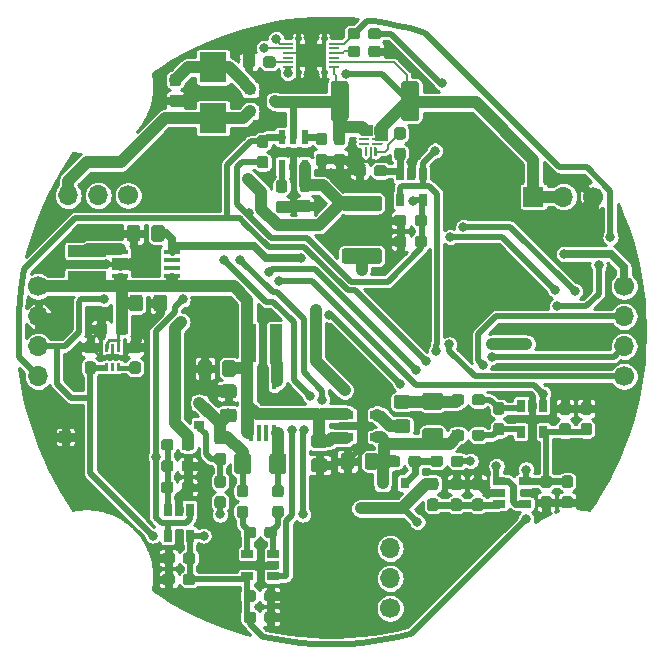
<source format=gbr>
G04 #@! TF.GenerationSoftware,KiCad,Pcbnew,(5.1.0)-1*
G04 #@! TF.CreationDate,2019-06-21T14:41:16-03:00*
G04 #@! TF.ProjectId,PCB_B,5043425f-422e-46b6-9963-61645f706362,rev?*
G04 #@! TF.SameCoordinates,Original*
G04 #@! TF.FileFunction,Copper,L1,Top*
G04 #@! TF.FilePolarity,Positive*
%FSLAX46Y46*%
G04 Gerber Fmt 4.6, Leading zero omitted, Abs format (unit mm)*
G04 Created by KiCad (PCBNEW (5.1.0)-1) date 2019-06-21 14:41:16*
%MOMM*%
%LPD*%
G04 APERTURE LIST*
%ADD10C,0.100000*%
%ADD11C,0.200000*%
%ADD12C,0.950000*%
%ADD13R,0.600000X1.200000*%
%ADD14R,0.650000X1.060000*%
%ADD15R,0.400000X0.575000*%
%ADD16R,1.300000X0.975000*%
%ADD17C,0.600000*%
%ADD18R,0.200000X0.200000*%
%ADD19O,0.850000X0.200000*%
%ADD20R,0.400000X0.675000*%
%ADD21R,2.600000X1.950000*%
%ADD22R,1.060000X0.650000*%
%ADD23R,1.220000X0.650000*%
%ADD24C,0.250000*%
%ADD25C,0.500000*%
%ADD26R,1.000000X1.000000*%
%ADD27C,1.525000*%
%ADD28C,1.425000*%
%ADD29R,0.900000X0.800000*%
%ADD30R,0.800000X0.900000*%
%ADD31R,1.000000X3.200000*%
%ADD32C,1.150000*%
%ADD33R,3.200000X1.000000*%
%ADD34O,1.700000X1.700000*%
%ADD35C,1.700000*%
%ADD36R,1.700000X1.700000*%
%ADD37R,0.450000X1.400000*%
%ADD38R,1.400000X0.450000*%
%ADD39C,1.300000*%
%ADD40R,2.300000X2.500000*%
%ADD41C,6.200000*%
%ADD42C,6.300000*%
%ADD43C,0.800000*%
%ADD44C,1.000000*%
%ADD45C,0.500000*%
%ADD46C,0.400000*%
%ADD47C,0.450000*%
%ADD48C,0.600000*%
%ADD49C,0.250000*%
%ADD50C,0.223000*%
%ADD51C,0.200000*%
%ADD52C,0.700000*%
G04 APERTURE END LIST*
D10*
G36*
X14700000Y6230000D02*
G01*
X13700000Y6230000D01*
X13700000Y7250000D01*
X14700000Y7250000D01*
X14700000Y6230000D01*
G37*
X14700000Y6230000D02*
X13700000Y6230000D01*
X13700000Y7250000D01*
X14700000Y7250000D01*
X14700000Y6230000D01*
G36*
X13420000Y6630000D02*
G01*
X12520000Y6630000D01*
X12520000Y7430000D01*
X13420000Y7430000D01*
X13420000Y6630000D01*
G37*
X13420000Y6630000D02*
X12520000Y6630000D01*
X12520000Y7430000D01*
X13420000Y7430000D01*
X13420000Y6630000D01*
G36*
X13804901Y5579759D02*
G01*
X13809755Y5579039D01*
X13814514Y5577847D01*
X13819134Y5576194D01*
X13823570Y5574096D01*
X13827779Y5571573D01*
X13831720Y5568651D01*
X13835355Y5565355D01*
X13838651Y5561720D01*
X13841573Y5557779D01*
X13844096Y5553570D01*
X13846194Y5549134D01*
X13847847Y5544514D01*
X13849039Y5539755D01*
X13849759Y5534901D01*
X13850000Y5530000D01*
X13850000Y4880000D01*
X13849759Y4875099D01*
X13849039Y4870245D01*
X13847847Y4865486D01*
X13846194Y4860866D01*
X13844096Y4856430D01*
X13841573Y4852221D01*
X13838651Y4848280D01*
X13835355Y4844645D01*
X13831720Y4841349D01*
X13827779Y4838427D01*
X13823570Y4835904D01*
X13819134Y4833806D01*
X13814514Y4832153D01*
X13809755Y4830961D01*
X13804901Y4830241D01*
X13800000Y4830000D01*
X13700000Y4830000D01*
X13695099Y4830241D01*
X13690245Y4830961D01*
X13685486Y4832153D01*
X13680866Y4833806D01*
X13676430Y4835904D01*
X13672221Y4838427D01*
X13668280Y4841349D01*
X13664645Y4844645D01*
X13661349Y4848280D01*
X13658427Y4852221D01*
X13655904Y4856430D01*
X13653806Y4860866D01*
X13652153Y4865486D01*
X13650961Y4870245D01*
X13650241Y4875099D01*
X13650000Y4880000D01*
X13650000Y5530000D01*
X13650241Y5534901D01*
X13650961Y5539755D01*
X13652153Y5544514D01*
X13653806Y5549134D01*
X13655904Y5553570D01*
X13658427Y5557779D01*
X13661349Y5561720D01*
X13664645Y5565355D01*
X13668280Y5568651D01*
X13672221Y5571573D01*
X13676430Y5574096D01*
X13680866Y5576194D01*
X13685486Y5577847D01*
X13690245Y5579039D01*
X13695099Y5579759D01*
X13700000Y5580000D01*
X13800000Y5580000D01*
X13804901Y5579759D01*
X13804901Y5579759D01*
G37*
D11*
X13750000Y5205000D03*
D10*
G36*
X13404901Y5579759D02*
G01*
X13409755Y5579039D01*
X13414514Y5577847D01*
X13419134Y5576194D01*
X13423570Y5574096D01*
X13427779Y5571573D01*
X13431720Y5568651D01*
X13435355Y5565355D01*
X13438651Y5561720D01*
X13441573Y5557779D01*
X13444096Y5553570D01*
X13446194Y5549134D01*
X13447847Y5544514D01*
X13449039Y5539755D01*
X13449759Y5534901D01*
X13450000Y5530000D01*
X13450000Y4880000D01*
X13449759Y4875099D01*
X13449039Y4870245D01*
X13447847Y4865486D01*
X13446194Y4860866D01*
X13444096Y4856430D01*
X13441573Y4852221D01*
X13438651Y4848280D01*
X13435355Y4844645D01*
X13431720Y4841349D01*
X13427779Y4838427D01*
X13423570Y4835904D01*
X13419134Y4833806D01*
X13414514Y4832153D01*
X13409755Y4830961D01*
X13404901Y4830241D01*
X13400000Y4830000D01*
X13300000Y4830000D01*
X13295099Y4830241D01*
X13290245Y4830961D01*
X13285486Y4832153D01*
X13280866Y4833806D01*
X13276430Y4835904D01*
X13272221Y4838427D01*
X13268280Y4841349D01*
X13264645Y4844645D01*
X13261349Y4848280D01*
X13258427Y4852221D01*
X13255904Y4856430D01*
X13253806Y4860866D01*
X13252153Y4865486D01*
X13250961Y4870245D01*
X13250241Y4875099D01*
X13250000Y4880000D01*
X13250000Y5530000D01*
X13250241Y5534901D01*
X13250961Y5539755D01*
X13252153Y5544514D01*
X13253806Y5549134D01*
X13255904Y5553570D01*
X13258427Y5557779D01*
X13261349Y5561720D01*
X13264645Y5565355D01*
X13268280Y5568651D01*
X13272221Y5571573D01*
X13276430Y5574096D01*
X13280866Y5576194D01*
X13285486Y5577847D01*
X13290245Y5579039D01*
X13295099Y5579759D01*
X13300000Y5580000D01*
X13400000Y5580000D01*
X13404901Y5579759D01*
X13404901Y5579759D01*
G37*
D11*
X13350000Y5205000D03*
D10*
G36*
X13004901Y5579759D02*
G01*
X13009755Y5579039D01*
X13014514Y5577847D01*
X13019134Y5576194D01*
X13023570Y5574096D01*
X13027779Y5571573D01*
X13031720Y5568651D01*
X13035355Y5565355D01*
X13038651Y5561720D01*
X13041573Y5557779D01*
X13044096Y5553570D01*
X13046194Y5549134D01*
X13047847Y5544514D01*
X13049039Y5539755D01*
X13049759Y5534901D01*
X13050000Y5530000D01*
X13050000Y4880000D01*
X13049759Y4875099D01*
X13049039Y4870245D01*
X13047847Y4865486D01*
X13046194Y4860866D01*
X13044096Y4856430D01*
X13041573Y4852221D01*
X13038651Y4848280D01*
X13035355Y4844645D01*
X13031720Y4841349D01*
X13027779Y4838427D01*
X13023570Y4835904D01*
X13019134Y4833806D01*
X13014514Y4832153D01*
X13009755Y4830961D01*
X13004901Y4830241D01*
X13000000Y4830000D01*
X12900000Y4830000D01*
X12895099Y4830241D01*
X12890245Y4830961D01*
X12885486Y4832153D01*
X12880866Y4833806D01*
X12876430Y4835904D01*
X12872221Y4838427D01*
X12868280Y4841349D01*
X12864645Y4844645D01*
X12861349Y4848280D01*
X12858427Y4852221D01*
X12855904Y4856430D01*
X12853806Y4860866D01*
X12852153Y4865486D01*
X12850961Y4870245D01*
X12850241Y4875099D01*
X12850000Y4880000D01*
X12850000Y5530000D01*
X12850241Y5534901D01*
X12850961Y5539755D01*
X12852153Y5544514D01*
X12853806Y5549134D01*
X12855904Y5553570D01*
X12858427Y5557779D01*
X12861349Y5561720D01*
X12864645Y5565355D01*
X12868280Y5568651D01*
X12872221Y5571573D01*
X12876430Y5574096D01*
X12880866Y5576194D01*
X12885486Y5577847D01*
X12890245Y5579039D01*
X12895099Y5579759D01*
X12900000Y5580000D01*
X13000000Y5580000D01*
X13004901Y5579759D01*
X13004901Y5579759D01*
G37*
D11*
X12950000Y5205000D03*
D10*
G36*
X13154901Y5979759D02*
G01*
X13159755Y5979039D01*
X13164514Y5977847D01*
X13169134Y5976194D01*
X13173570Y5974096D01*
X13177779Y5971573D01*
X13181720Y5968651D01*
X13185355Y5965355D01*
X13188651Y5961720D01*
X13191573Y5957779D01*
X13194096Y5953570D01*
X13196194Y5949134D01*
X13197847Y5944514D01*
X13199039Y5939755D01*
X13199759Y5934901D01*
X13200000Y5930000D01*
X13200000Y5830000D01*
X13199759Y5825099D01*
X13199039Y5820245D01*
X13197847Y5815486D01*
X13196194Y5810866D01*
X13194096Y5806430D01*
X13191573Y5802221D01*
X13188651Y5798280D01*
X13185355Y5794645D01*
X13181720Y5791349D01*
X13177779Y5788427D01*
X13173570Y5785904D01*
X13169134Y5783806D01*
X13164514Y5782153D01*
X13159755Y5780961D01*
X13154901Y5780241D01*
X13150000Y5780000D01*
X12400000Y5780000D01*
X12395099Y5780241D01*
X12390245Y5780961D01*
X12385486Y5782153D01*
X12380866Y5783806D01*
X12376430Y5785904D01*
X12372221Y5788427D01*
X12368280Y5791349D01*
X12364645Y5794645D01*
X12361349Y5798280D01*
X12358427Y5802221D01*
X12355904Y5806430D01*
X12353806Y5810866D01*
X12352153Y5815486D01*
X12350961Y5820245D01*
X12350241Y5825099D01*
X12350000Y5830000D01*
X12350000Y5930000D01*
X12350241Y5934901D01*
X12350961Y5939755D01*
X12352153Y5944514D01*
X12353806Y5949134D01*
X12355904Y5953570D01*
X12358427Y5957779D01*
X12361349Y5961720D01*
X12364645Y5965355D01*
X12368280Y5968651D01*
X12372221Y5971573D01*
X12376430Y5974096D01*
X12380866Y5976194D01*
X12385486Y5977847D01*
X12390245Y5979039D01*
X12395099Y5979759D01*
X12400000Y5980000D01*
X13150000Y5980000D01*
X13154901Y5979759D01*
X13154901Y5979759D01*
G37*
D11*
X12775000Y5880000D03*
D10*
G36*
X13154901Y6379759D02*
G01*
X13159755Y6379039D01*
X13164514Y6377847D01*
X13169134Y6376194D01*
X13173570Y6374096D01*
X13177779Y6371573D01*
X13181720Y6368651D01*
X13185355Y6365355D01*
X13188651Y6361720D01*
X13191573Y6357779D01*
X13194096Y6353570D01*
X13196194Y6349134D01*
X13197847Y6344514D01*
X13199039Y6339755D01*
X13199759Y6334901D01*
X13200000Y6330000D01*
X13200000Y6230000D01*
X13199759Y6225099D01*
X13199039Y6220245D01*
X13197847Y6215486D01*
X13196194Y6210866D01*
X13194096Y6206430D01*
X13191573Y6202221D01*
X13188651Y6198280D01*
X13185355Y6194645D01*
X13181720Y6191349D01*
X13177779Y6188427D01*
X13173570Y6185904D01*
X13169134Y6183806D01*
X13164514Y6182153D01*
X13159755Y6180961D01*
X13154901Y6180241D01*
X13150000Y6180000D01*
X12400000Y6180000D01*
X12395099Y6180241D01*
X12390245Y6180961D01*
X12385486Y6182153D01*
X12380866Y6183806D01*
X12376430Y6185904D01*
X12372221Y6188427D01*
X12368280Y6191349D01*
X12364645Y6194645D01*
X12361349Y6198280D01*
X12358427Y6202221D01*
X12355904Y6206430D01*
X12353806Y6210866D01*
X12352153Y6215486D01*
X12350961Y6220245D01*
X12350241Y6225099D01*
X12350000Y6230000D01*
X12350000Y6330000D01*
X12350241Y6334901D01*
X12350961Y6339755D01*
X12352153Y6344514D01*
X12353806Y6349134D01*
X12355904Y6353570D01*
X12358427Y6357779D01*
X12361349Y6361720D01*
X12364645Y6365355D01*
X12368280Y6368651D01*
X12372221Y6371573D01*
X12376430Y6374096D01*
X12380866Y6376194D01*
X12385486Y6377847D01*
X12390245Y6379039D01*
X12395099Y6379759D01*
X12400000Y6380000D01*
X13150000Y6380000D01*
X13154901Y6379759D01*
X13154901Y6379759D01*
G37*
D11*
X12775000Y6280000D03*
D10*
G36*
X13004901Y7329759D02*
G01*
X13009755Y7329039D01*
X13014514Y7327847D01*
X13019134Y7326194D01*
X13023570Y7324096D01*
X13027779Y7321573D01*
X13031720Y7318651D01*
X13035355Y7315355D01*
X13038651Y7311720D01*
X13041573Y7307779D01*
X13044096Y7303570D01*
X13046194Y7299134D01*
X13047847Y7294514D01*
X13049039Y7289755D01*
X13049759Y7284901D01*
X13050000Y7280000D01*
X13050000Y6630000D01*
X13049759Y6625099D01*
X13049039Y6620245D01*
X13047847Y6615486D01*
X13046194Y6610866D01*
X13044096Y6606430D01*
X13041573Y6602221D01*
X13038651Y6598280D01*
X13035355Y6594645D01*
X13031720Y6591349D01*
X13027779Y6588427D01*
X13023570Y6585904D01*
X13019134Y6583806D01*
X13014514Y6582153D01*
X13009755Y6580961D01*
X13004901Y6580241D01*
X13000000Y6580000D01*
X12900000Y6580000D01*
X12895099Y6580241D01*
X12890245Y6580961D01*
X12885486Y6582153D01*
X12880866Y6583806D01*
X12876430Y6585904D01*
X12872221Y6588427D01*
X12868280Y6591349D01*
X12864645Y6594645D01*
X12861349Y6598280D01*
X12858427Y6602221D01*
X12855904Y6606430D01*
X12853806Y6610866D01*
X12852153Y6615486D01*
X12850961Y6620245D01*
X12850241Y6625099D01*
X12850000Y6630000D01*
X12850000Y7280000D01*
X12850241Y7284901D01*
X12850961Y7289755D01*
X12852153Y7294514D01*
X12853806Y7299134D01*
X12855904Y7303570D01*
X12858427Y7307779D01*
X12861349Y7311720D01*
X12864645Y7315355D01*
X12868280Y7318651D01*
X12872221Y7321573D01*
X12876430Y7324096D01*
X12880866Y7326194D01*
X12885486Y7327847D01*
X12890245Y7329039D01*
X12895099Y7329759D01*
X12900000Y7330000D01*
X13000000Y7330000D01*
X13004901Y7329759D01*
X13004901Y7329759D01*
G37*
D11*
X12950000Y6955000D03*
D10*
G36*
X13404901Y7329759D02*
G01*
X13409755Y7329039D01*
X13414514Y7327847D01*
X13419134Y7326194D01*
X13423570Y7324096D01*
X13427779Y7321573D01*
X13431720Y7318651D01*
X13435355Y7315355D01*
X13438651Y7311720D01*
X13441573Y7307779D01*
X13444096Y7303570D01*
X13446194Y7299134D01*
X13447847Y7294514D01*
X13449039Y7289755D01*
X13449759Y7284901D01*
X13450000Y7280000D01*
X13450000Y6630000D01*
X13449759Y6625099D01*
X13449039Y6620245D01*
X13447847Y6615486D01*
X13446194Y6610866D01*
X13444096Y6606430D01*
X13441573Y6602221D01*
X13438651Y6598280D01*
X13435355Y6594645D01*
X13431720Y6591349D01*
X13427779Y6588427D01*
X13423570Y6585904D01*
X13419134Y6583806D01*
X13414514Y6582153D01*
X13409755Y6580961D01*
X13404901Y6580241D01*
X13400000Y6580000D01*
X13300000Y6580000D01*
X13295099Y6580241D01*
X13290245Y6580961D01*
X13285486Y6582153D01*
X13280866Y6583806D01*
X13276430Y6585904D01*
X13272221Y6588427D01*
X13268280Y6591349D01*
X13264645Y6594645D01*
X13261349Y6598280D01*
X13258427Y6602221D01*
X13255904Y6606430D01*
X13253806Y6610866D01*
X13252153Y6615486D01*
X13250961Y6620245D01*
X13250241Y6625099D01*
X13250000Y6630000D01*
X13250000Y7280000D01*
X13250241Y7284901D01*
X13250961Y7289755D01*
X13252153Y7294514D01*
X13253806Y7299134D01*
X13255904Y7303570D01*
X13258427Y7307779D01*
X13261349Y7311720D01*
X13264645Y7315355D01*
X13268280Y7318651D01*
X13272221Y7321573D01*
X13276430Y7324096D01*
X13280866Y7326194D01*
X13285486Y7327847D01*
X13290245Y7329039D01*
X13295099Y7329759D01*
X13300000Y7330000D01*
X13400000Y7330000D01*
X13404901Y7329759D01*
X13404901Y7329759D01*
G37*
D11*
X13350000Y6955000D03*
D10*
G36*
X13804901Y7329759D02*
G01*
X13809755Y7329039D01*
X13814514Y7327847D01*
X13819134Y7326194D01*
X13823570Y7324096D01*
X13827779Y7321573D01*
X13831720Y7318651D01*
X13835355Y7315355D01*
X13838651Y7311720D01*
X13841573Y7307779D01*
X13844096Y7303570D01*
X13846194Y7299134D01*
X13847847Y7294514D01*
X13849039Y7289755D01*
X13849759Y7284901D01*
X13850000Y7280000D01*
X13850000Y6630000D01*
X13849759Y6625099D01*
X13849039Y6620245D01*
X13847847Y6615486D01*
X13846194Y6610866D01*
X13844096Y6606430D01*
X13841573Y6602221D01*
X13838651Y6598280D01*
X13835355Y6594645D01*
X13831720Y6591349D01*
X13827779Y6588427D01*
X13823570Y6585904D01*
X13819134Y6583806D01*
X13814514Y6582153D01*
X13809755Y6580961D01*
X13804901Y6580241D01*
X13800000Y6580000D01*
X13700000Y6580000D01*
X13695099Y6580241D01*
X13690245Y6580961D01*
X13685486Y6582153D01*
X13680866Y6583806D01*
X13676430Y6585904D01*
X13672221Y6588427D01*
X13668280Y6591349D01*
X13664645Y6594645D01*
X13661349Y6598280D01*
X13658427Y6602221D01*
X13655904Y6606430D01*
X13653806Y6610866D01*
X13652153Y6615486D01*
X13650961Y6620245D01*
X13650241Y6625099D01*
X13650000Y6630000D01*
X13650000Y7280000D01*
X13650241Y7284901D01*
X13650961Y7289755D01*
X13652153Y7294514D01*
X13653806Y7299134D01*
X13655904Y7303570D01*
X13658427Y7307779D01*
X13661349Y7311720D01*
X13664645Y7315355D01*
X13668280Y7318651D01*
X13672221Y7321573D01*
X13676430Y7324096D01*
X13680866Y7326194D01*
X13685486Y7327847D01*
X13690245Y7329039D01*
X13695099Y7329759D01*
X13700000Y7330000D01*
X13800000Y7330000D01*
X13804901Y7329759D01*
X13804901Y7329759D01*
G37*
D11*
X13750000Y6955000D03*
D10*
G36*
X14304901Y6379759D02*
G01*
X14309755Y6379039D01*
X14314514Y6377847D01*
X14319134Y6376194D01*
X14323570Y6374096D01*
X14327779Y6371573D01*
X14331720Y6368651D01*
X14335355Y6365355D01*
X14338651Y6361720D01*
X14341573Y6357779D01*
X14344096Y6353570D01*
X14346194Y6349134D01*
X14347847Y6344514D01*
X14349039Y6339755D01*
X14349759Y6334901D01*
X14350000Y6330000D01*
X14350000Y6230000D01*
X14349759Y6225099D01*
X14349039Y6220245D01*
X14347847Y6215486D01*
X14346194Y6210866D01*
X14344096Y6206430D01*
X14341573Y6202221D01*
X14338651Y6198280D01*
X14335355Y6194645D01*
X14331720Y6191349D01*
X14327779Y6188427D01*
X14323570Y6185904D01*
X14319134Y6183806D01*
X14314514Y6182153D01*
X14309755Y6180961D01*
X14304901Y6180241D01*
X14300000Y6180000D01*
X13550000Y6180000D01*
X13545099Y6180241D01*
X13540245Y6180961D01*
X13535486Y6182153D01*
X13530866Y6183806D01*
X13526430Y6185904D01*
X13522221Y6188427D01*
X13518280Y6191349D01*
X13514645Y6194645D01*
X13511349Y6198280D01*
X13508427Y6202221D01*
X13505904Y6206430D01*
X13503806Y6210866D01*
X13502153Y6215486D01*
X13500961Y6220245D01*
X13500241Y6225099D01*
X13500000Y6230000D01*
X13500000Y6330000D01*
X13500241Y6334901D01*
X13500961Y6339755D01*
X13502153Y6344514D01*
X13503806Y6349134D01*
X13505904Y6353570D01*
X13508427Y6357779D01*
X13511349Y6361720D01*
X13514645Y6365355D01*
X13518280Y6368651D01*
X13522221Y6371573D01*
X13526430Y6374096D01*
X13530866Y6376194D01*
X13535486Y6377847D01*
X13540245Y6379039D01*
X13545099Y6379759D01*
X13550000Y6380000D01*
X14300000Y6380000D01*
X14304901Y6379759D01*
X14304901Y6379759D01*
G37*
D11*
X13925000Y6280000D03*
D10*
G36*
X14304901Y5979759D02*
G01*
X14309755Y5979039D01*
X14314514Y5977847D01*
X14319134Y5976194D01*
X14323570Y5974096D01*
X14327779Y5971573D01*
X14331720Y5968651D01*
X14335355Y5965355D01*
X14338651Y5961720D01*
X14341573Y5957779D01*
X14344096Y5953570D01*
X14346194Y5949134D01*
X14347847Y5944514D01*
X14349039Y5939755D01*
X14349759Y5934901D01*
X14350000Y5930000D01*
X14350000Y5830000D01*
X14349759Y5825099D01*
X14349039Y5820245D01*
X14347847Y5815486D01*
X14346194Y5810866D01*
X14344096Y5806430D01*
X14341573Y5802221D01*
X14338651Y5798280D01*
X14335355Y5794645D01*
X14331720Y5791349D01*
X14327779Y5788427D01*
X14323570Y5785904D01*
X14319134Y5783806D01*
X14314514Y5782153D01*
X14309755Y5780961D01*
X14304901Y5780241D01*
X14300000Y5780000D01*
X13550000Y5780000D01*
X13545099Y5780241D01*
X13540245Y5780961D01*
X13535486Y5782153D01*
X13530866Y5783806D01*
X13526430Y5785904D01*
X13522221Y5788427D01*
X13518280Y5791349D01*
X13514645Y5794645D01*
X13511349Y5798280D01*
X13508427Y5802221D01*
X13505904Y5806430D01*
X13503806Y5810866D01*
X13502153Y5815486D01*
X13500961Y5820245D01*
X13500241Y5825099D01*
X13500000Y5830000D01*
X13500000Y5930000D01*
X13500241Y5934901D01*
X13500961Y5939755D01*
X13502153Y5944514D01*
X13503806Y5949134D01*
X13505904Y5953570D01*
X13508427Y5957779D01*
X13511349Y5961720D01*
X13514645Y5965355D01*
X13518280Y5968651D01*
X13522221Y5971573D01*
X13526430Y5974096D01*
X13530866Y5976194D01*
X13535486Y5977847D01*
X13540245Y5979039D01*
X13545099Y5979759D01*
X13550000Y5980000D01*
X14300000Y5980000D01*
X14304901Y5979759D01*
X14304901Y5979759D01*
G37*
D11*
X13925000Y5880000D03*
D10*
G36*
X9460779Y6798856D02*
G01*
X9483834Y6795437D01*
X9506443Y6789773D01*
X9528387Y6781921D01*
X9549457Y6771956D01*
X9569448Y6759974D01*
X9588168Y6746090D01*
X9605438Y6730438D01*
X9621090Y6713168D01*
X9634974Y6694448D01*
X9646956Y6674457D01*
X9656921Y6653387D01*
X9664773Y6631443D01*
X9670437Y6608834D01*
X9673856Y6585779D01*
X9675000Y6562500D01*
X9675000Y5987500D01*
X9673856Y5964221D01*
X9670437Y5941166D01*
X9664773Y5918557D01*
X9656921Y5896613D01*
X9646956Y5875543D01*
X9634974Y5855552D01*
X9621090Y5836832D01*
X9605438Y5819562D01*
X9588168Y5803910D01*
X9569448Y5790026D01*
X9549457Y5778044D01*
X9528387Y5768079D01*
X9506443Y5760227D01*
X9483834Y5754563D01*
X9460779Y5751144D01*
X9437500Y5750000D01*
X8962500Y5750000D01*
X8939221Y5751144D01*
X8916166Y5754563D01*
X8893557Y5760227D01*
X8871613Y5768079D01*
X8850543Y5778044D01*
X8830552Y5790026D01*
X8811832Y5803910D01*
X8794562Y5819562D01*
X8778910Y5836832D01*
X8765026Y5855552D01*
X8753044Y5875543D01*
X8743079Y5896613D01*
X8735227Y5918557D01*
X8729563Y5941166D01*
X8726144Y5964221D01*
X8725000Y5987500D01*
X8725000Y6562500D01*
X8726144Y6585779D01*
X8729563Y6608834D01*
X8735227Y6631443D01*
X8743079Y6653387D01*
X8753044Y6674457D01*
X8765026Y6694448D01*
X8778910Y6713168D01*
X8794562Y6730438D01*
X8811832Y6746090D01*
X8830552Y6759974D01*
X8850543Y6771956D01*
X8871613Y6781921D01*
X8893557Y6789773D01*
X8916166Y6795437D01*
X8939221Y6798856D01*
X8962500Y6800000D01*
X9437500Y6800000D01*
X9460779Y6798856D01*
X9460779Y6798856D01*
G37*
D12*
X9200000Y6275000D03*
D10*
G36*
X9460779Y5048856D02*
G01*
X9483834Y5045437D01*
X9506443Y5039773D01*
X9528387Y5031921D01*
X9549457Y5021956D01*
X9569448Y5009974D01*
X9588168Y4996090D01*
X9605438Y4980438D01*
X9621090Y4963168D01*
X9634974Y4944448D01*
X9646956Y4924457D01*
X9656921Y4903387D01*
X9664773Y4881443D01*
X9670437Y4858834D01*
X9673856Y4835779D01*
X9675000Y4812500D01*
X9675000Y4237500D01*
X9673856Y4214221D01*
X9670437Y4191166D01*
X9664773Y4168557D01*
X9656921Y4146613D01*
X9646956Y4125543D01*
X9634974Y4105552D01*
X9621090Y4086832D01*
X9605438Y4069562D01*
X9588168Y4053910D01*
X9569448Y4040026D01*
X9549457Y4028044D01*
X9528387Y4018079D01*
X9506443Y4010227D01*
X9483834Y4004563D01*
X9460779Y4001144D01*
X9437500Y4000000D01*
X8962500Y4000000D01*
X8939221Y4001144D01*
X8916166Y4004563D01*
X8893557Y4010227D01*
X8871613Y4018079D01*
X8850543Y4028044D01*
X8830552Y4040026D01*
X8811832Y4053910D01*
X8794562Y4069562D01*
X8778910Y4086832D01*
X8765026Y4105552D01*
X8753044Y4125543D01*
X8743079Y4146613D01*
X8735227Y4168557D01*
X8729563Y4191166D01*
X8726144Y4214221D01*
X8725000Y4237500D01*
X8725000Y4812500D01*
X8726144Y4835779D01*
X8729563Y4858834D01*
X8735227Y4881443D01*
X8743079Y4903387D01*
X8753044Y4924457D01*
X8765026Y4944448D01*
X8778910Y4963168D01*
X8794562Y4980438D01*
X8811832Y4996090D01*
X8830552Y5009974D01*
X8850543Y5021956D01*
X8871613Y5031921D01*
X8893557Y5039773D01*
X8916166Y5045437D01*
X8939221Y5048856D01*
X8962500Y5050000D01*
X9437500Y5050000D01*
X9460779Y5048856D01*
X9460779Y5048856D01*
G37*
D12*
X9200000Y4525000D03*
D13*
X7750000Y3950000D03*
X6800000Y3950000D03*
X5850000Y3950000D03*
X5850000Y6450000D03*
X6800000Y6450000D03*
X7750000Y6450000D03*
D14*
X17750000Y1100000D03*
X15850000Y1100000D03*
X15850000Y3300000D03*
X16800000Y3300000D03*
X17750000Y3300000D03*
D15*
X7200000Y12000000D03*
X7200000Y14730000D03*
X9400000Y14730000D03*
X9400000Y12000000D03*
D16*
X8950000Y12877500D03*
X7650000Y12877500D03*
X7650000Y13852500D03*
X8950000Y13852500D03*
D17*
X8300000Y12865000D03*
X8300000Y13865000D03*
X7400000Y13865000D03*
X9200000Y13865000D03*
X9200000Y12865000D03*
X7400000Y12865000D03*
D18*
X10600000Y12365000D03*
X10600000Y12765000D03*
X10600000Y13165000D03*
X10600000Y13565000D03*
X10600000Y13965000D03*
X10600000Y14365000D03*
X6000000Y14365000D03*
X6000000Y13965000D03*
X6000000Y12365000D03*
X6000000Y12765000D03*
X6000000Y13165000D03*
D19*
X10275000Y12365000D03*
X10275000Y12765000D03*
X10275000Y13165000D03*
X10275000Y13565000D03*
X10275000Y13965000D03*
X10275000Y14365000D03*
X6325000Y12365000D03*
X6325000Y12765000D03*
X6325000Y13165000D03*
X6325000Y14365000D03*
X6325000Y13965000D03*
X6325000Y13565000D03*
D18*
X6000000Y13565000D03*
D20*
X7200000Y14677500D03*
X9400000Y14677500D03*
X9400000Y12052500D03*
X7200000Y12052500D03*
D21*
X8300000Y13365000D03*
D14*
X-1950000Y-27300000D03*
X-3850000Y-27300000D03*
X-3850000Y-25100000D03*
X-2900000Y-25100000D03*
X-1950000Y-25100000D03*
D22*
X2900000Y-30750000D03*
X2900000Y-28850000D03*
X5100000Y-28850000D03*
X5100000Y-29800000D03*
X5100000Y-30750000D03*
X26400000Y-22700000D03*
X26400000Y-24600000D03*
X24200000Y-24600000D03*
X24200000Y-23650000D03*
X24200000Y-22700000D03*
D14*
X27950000Y-18500000D03*
X26050000Y-18500000D03*
X26050000Y-16300000D03*
X27000000Y-16300000D03*
X27950000Y-16300000D03*
D23*
X13910000Y-17050000D03*
X13910000Y-18950000D03*
X11290000Y-18950000D03*
X11290000Y-18000000D03*
X11290000Y-17050000D03*
D10*
G36*
X-7946374Y-12650301D02*
G01*
X-7940307Y-12651201D01*
X-7934357Y-12652691D01*
X-7928582Y-12654758D01*
X-7923038Y-12657380D01*
X-7917777Y-12660533D01*
X-7912850Y-12664187D01*
X-7908306Y-12668306D01*
X-7904187Y-12672850D01*
X-7900533Y-12677777D01*
X-7897380Y-12683038D01*
X-7894758Y-12688582D01*
X-7892691Y-12694357D01*
X-7891201Y-12700307D01*
X-7890301Y-12706374D01*
X-7890000Y-12712500D01*
X-7890000Y-13287500D01*
X-7890301Y-13293626D01*
X-7891201Y-13299693D01*
X-7892691Y-13305643D01*
X-7894758Y-13311418D01*
X-7897380Y-13316962D01*
X-7900533Y-13322223D01*
X-7904187Y-13327150D01*
X-7908306Y-13331694D01*
X-7912850Y-13335813D01*
X-7917777Y-13339467D01*
X-7923038Y-13342620D01*
X-7928582Y-13345242D01*
X-7934357Y-13347309D01*
X-7940307Y-13348799D01*
X-7946374Y-13349699D01*
X-7952500Y-13350000D01*
X-8077500Y-13350000D01*
X-8083626Y-13349699D01*
X-8089693Y-13348799D01*
X-8095643Y-13347309D01*
X-8101418Y-13345242D01*
X-8106962Y-13342620D01*
X-8112223Y-13339467D01*
X-8117150Y-13335813D01*
X-8121694Y-13331694D01*
X-8125813Y-13327150D01*
X-8129467Y-13322223D01*
X-8132620Y-13316962D01*
X-8135242Y-13311418D01*
X-8137309Y-13305643D01*
X-8138799Y-13299693D01*
X-8139699Y-13293626D01*
X-8140000Y-13287500D01*
X-8140000Y-12712500D01*
X-8139699Y-12706374D01*
X-8138799Y-12700307D01*
X-8137309Y-12694357D01*
X-8135242Y-12688582D01*
X-8132620Y-12683038D01*
X-8129467Y-12677777D01*
X-8125813Y-12672850D01*
X-8121694Y-12668306D01*
X-8117150Y-12664187D01*
X-8112223Y-12660533D01*
X-8106962Y-12657380D01*
X-8101418Y-12654758D01*
X-8095643Y-12652691D01*
X-8089693Y-12651201D01*
X-8083626Y-12650301D01*
X-8077500Y-12650000D01*
X-7952500Y-12650000D01*
X-7946374Y-12650301D01*
X-7946374Y-12650301D01*
G37*
D24*
X-8015000Y-13000000D03*
D10*
G36*
X-8446374Y-12650301D02*
G01*
X-8440307Y-12651201D01*
X-8434357Y-12652691D01*
X-8428582Y-12654758D01*
X-8423038Y-12657380D01*
X-8417777Y-12660533D01*
X-8412850Y-12664187D01*
X-8408306Y-12668306D01*
X-8404187Y-12672850D01*
X-8400533Y-12677777D01*
X-8397380Y-12683038D01*
X-8394758Y-12688582D01*
X-8392691Y-12694357D01*
X-8391201Y-12700307D01*
X-8390301Y-12706374D01*
X-8390000Y-12712500D01*
X-8390000Y-13287500D01*
X-8390301Y-13293626D01*
X-8391201Y-13299693D01*
X-8392691Y-13305643D01*
X-8394758Y-13311418D01*
X-8397380Y-13316962D01*
X-8400533Y-13322223D01*
X-8404187Y-13327150D01*
X-8408306Y-13331694D01*
X-8412850Y-13335813D01*
X-8417777Y-13339467D01*
X-8423038Y-13342620D01*
X-8428582Y-13345242D01*
X-8434357Y-13347309D01*
X-8440307Y-13348799D01*
X-8446374Y-13349699D01*
X-8452500Y-13350000D01*
X-8577500Y-13350000D01*
X-8583626Y-13349699D01*
X-8589693Y-13348799D01*
X-8595643Y-13347309D01*
X-8601418Y-13345242D01*
X-8606962Y-13342620D01*
X-8612223Y-13339467D01*
X-8617150Y-13335813D01*
X-8621694Y-13331694D01*
X-8625813Y-13327150D01*
X-8629467Y-13322223D01*
X-8632620Y-13316962D01*
X-8635242Y-13311418D01*
X-8637309Y-13305643D01*
X-8638799Y-13299693D01*
X-8639699Y-13293626D01*
X-8640000Y-13287500D01*
X-8640000Y-12712500D01*
X-8639699Y-12706374D01*
X-8638799Y-12700307D01*
X-8637309Y-12694357D01*
X-8635242Y-12688582D01*
X-8632620Y-12683038D01*
X-8629467Y-12677777D01*
X-8625813Y-12672850D01*
X-8621694Y-12668306D01*
X-8617150Y-12664187D01*
X-8612223Y-12660533D01*
X-8606962Y-12657380D01*
X-8601418Y-12654758D01*
X-8595643Y-12652691D01*
X-8589693Y-12651201D01*
X-8583626Y-12650301D01*
X-8577500Y-12650000D01*
X-8452500Y-12650000D01*
X-8446374Y-12650301D01*
X-8446374Y-12650301D01*
G37*
D24*
X-8515000Y-13000000D03*
D10*
G36*
X-8946374Y-12650301D02*
G01*
X-8940307Y-12651201D01*
X-8934357Y-12652691D01*
X-8928582Y-12654758D01*
X-8923038Y-12657380D01*
X-8917777Y-12660533D01*
X-8912850Y-12664187D01*
X-8908306Y-12668306D01*
X-8904187Y-12672850D01*
X-8900533Y-12677777D01*
X-8897380Y-12683038D01*
X-8894758Y-12688582D01*
X-8892691Y-12694357D01*
X-8891201Y-12700307D01*
X-8890301Y-12706374D01*
X-8890000Y-12712500D01*
X-8890000Y-13287500D01*
X-8890301Y-13293626D01*
X-8891201Y-13299693D01*
X-8892691Y-13305643D01*
X-8894758Y-13311418D01*
X-8897380Y-13316962D01*
X-8900533Y-13322223D01*
X-8904187Y-13327150D01*
X-8908306Y-13331694D01*
X-8912850Y-13335813D01*
X-8917777Y-13339467D01*
X-8923038Y-13342620D01*
X-8928582Y-13345242D01*
X-8934357Y-13347309D01*
X-8940307Y-13348799D01*
X-8946374Y-13349699D01*
X-8952500Y-13350000D01*
X-9077500Y-13350000D01*
X-9083626Y-13349699D01*
X-9089693Y-13348799D01*
X-9095643Y-13347309D01*
X-9101418Y-13345242D01*
X-9106962Y-13342620D01*
X-9112223Y-13339467D01*
X-9117150Y-13335813D01*
X-9121694Y-13331694D01*
X-9125813Y-13327150D01*
X-9129467Y-13322223D01*
X-9132620Y-13316962D01*
X-9135242Y-13311418D01*
X-9137309Y-13305643D01*
X-9138799Y-13299693D01*
X-9139699Y-13293626D01*
X-9140000Y-13287500D01*
X-9140000Y-12712500D01*
X-9139699Y-12706374D01*
X-9138799Y-12700307D01*
X-9137309Y-12694357D01*
X-9135242Y-12688582D01*
X-9132620Y-12683038D01*
X-9129467Y-12677777D01*
X-9125813Y-12672850D01*
X-9121694Y-12668306D01*
X-9117150Y-12664187D01*
X-9112223Y-12660533D01*
X-9106962Y-12657380D01*
X-9101418Y-12654758D01*
X-9095643Y-12652691D01*
X-9089693Y-12651201D01*
X-9083626Y-12650301D01*
X-9077500Y-12650000D01*
X-8952500Y-12650000D01*
X-8946374Y-12650301D01*
X-8946374Y-12650301D01*
G37*
D24*
X-9015000Y-13000000D03*
D10*
G36*
X-8946374Y-11050301D02*
G01*
X-8940307Y-11051201D01*
X-8934357Y-11052691D01*
X-8928582Y-11054758D01*
X-8923038Y-11057380D01*
X-8917777Y-11060533D01*
X-8912850Y-11064187D01*
X-8908306Y-11068306D01*
X-8904187Y-11072850D01*
X-8900533Y-11077777D01*
X-8897380Y-11083038D01*
X-8894758Y-11088582D01*
X-8892691Y-11094357D01*
X-8891201Y-11100307D01*
X-8890301Y-11106374D01*
X-8890000Y-11112500D01*
X-8890000Y-11687500D01*
X-8890301Y-11693626D01*
X-8891201Y-11699693D01*
X-8892691Y-11705643D01*
X-8894758Y-11711418D01*
X-8897380Y-11716962D01*
X-8900533Y-11722223D01*
X-8904187Y-11727150D01*
X-8908306Y-11731694D01*
X-8912850Y-11735813D01*
X-8917777Y-11739467D01*
X-8923038Y-11742620D01*
X-8928582Y-11745242D01*
X-8934357Y-11747309D01*
X-8940307Y-11748799D01*
X-8946374Y-11749699D01*
X-8952500Y-11750000D01*
X-9077500Y-11750000D01*
X-9083626Y-11749699D01*
X-9089693Y-11748799D01*
X-9095643Y-11747309D01*
X-9101418Y-11745242D01*
X-9106962Y-11742620D01*
X-9112223Y-11739467D01*
X-9117150Y-11735813D01*
X-9121694Y-11731694D01*
X-9125813Y-11727150D01*
X-9129467Y-11722223D01*
X-9132620Y-11716962D01*
X-9135242Y-11711418D01*
X-9137309Y-11705643D01*
X-9138799Y-11699693D01*
X-9139699Y-11693626D01*
X-9140000Y-11687500D01*
X-9140000Y-11112500D01*
X-9139699Y-11106374D01*
X-9138799Y-11100307D01*
X-9137309Y-11094357D01*
X-9135242Y-11088582D01*
X-9132620Y-11083038D01*
X-9129467Y-11077777D01*
X-9125813Y-11072850D01*
X-9121694Y-11068306D01*
X-9117150Y-11064187D01*
X-9112223Y-11060533D01*
X-9106962Y-11057380D01*
X-9101418Y-11054758D01*
X-9095643Y-11052691D01*
X-9089693Y-11051201D01*
X-9083626Y-11050301D01*
X-9077500Y-11050000D01*
X-8952500Y-11050000D01*
X-8946374Y-11050301D01*
X-8946374Y-11050301D01*
G37*
D24*
X-9015000Y-11400000D03*
D10*
G36*
X-8446374Y-11050301D02*
G01*
X-8440307Y-11051201D01*
X-8434357Y-11052691D01*
X-8428582Y-11054758D01*
X-8423038Y-11057380D01*
X-8417777Y-11060533D01*
X-8412850Y-11064187D01*
X-8408306Y-11068306D01*
X-8404187Y-11072850D01*
X-8400533Y-11077777D01*
X-8397380Y-11083038D01*
X-8394758Y-11088582D01*
X-8392691Y-11094357D01*
X-8391201Y-11100307D01*
X-8390301Y-11106374D01*
X-8390000Y-11112500D01*
X-8390000Y-11687500D01*
X-8390301Y-11693626D01*
X-8391201Y-11699693D01*
X-8392691Y-11705643D01*
X-8394758Y-11711418D01*
X-8397380Y-11716962D01*
X-8400533Y-11722223D01*
X-8404187Y-11727150D01*
X-8408306Y-11731694D01*
X-8412850Y-11735813D01*
X-8417777Y-11739467D01*
X-8423038Y-11742620D01*
X-8428582Y-11745242D01*
X-8434357Y-11747309D01*
X-8440307Y-11748799D01*
X-8446374Y-11749699D01*
X-8452500Y-11750000D01*
X-8577500Y-11750000D01*
X-8583626Y-11749699D01*
X-8589693Y-11748799D01*
X-8595643Y-11747309D01*
X-8601418Y-11745242D01*
X-8606962Y-11742620D01*
X-8612223Y-11739467D01*
X-8617150Y-11735813D01*
X-8621694Y-11731694D01*
X-8625813Y-11727150D01*
X-8629467Y-11722223D01*
X-8632620Y-11716962D01*
X-8635242Y-11711418D01*
X-8637309Y-11705643D01*
X-8638799Y-11699693D01*
X-8639699Y-11693626D01*
X-8640000Y-11687500D01*
X-8640000Y-11112500D01*
X-8639699Y-11106374D01*
X-8638799Y-11100307D01*
X-8637309Y-11094357D01*
X-8635242Y-11088582D01*
X-8632620Y-11083038D01*
X-8629467Y-11077777D01*
X-8625813Y-11072850D01*
X-8621694Y-11068306D01*
X-8617150Y-11064187D01*
X-8612223Y-11060533D01*
X-8606962Y-11057380D01*
X-8601418Y-11054758D01*
X-8595643Y-11052691D01*
X-8589693Y-11051201D01*
X-8583626Y-11050301D01*
X-8577500Y-11050000D01*
X-8452500Y-11050000D01*
X-8446374Y-11050301D01*
X-8446374Y-11050301D01*
G37*
D24*
X-8515000Y-11400000D03*
D10*
G36*
X-7946374Y-11050301D02*
G01*
X-7940307Y-11051201D01*
X-7934357Y-11052691D01*
X-7928582Y-11054758D01*
X-7923038Y-11057380D01*
X-7917777Y-11060533D01*
X-7912850Y-11064187D01*
X-7908306Y-11068306D01*
X-7904187Y-11072850D01*
X-7900533Y-11077777D01*
X-7897380Y-11083038D01*
X-7894758Y-11088582D01*
X-7892691Y-11094357D01*
X-7891201Y-11100307D01*
X-7890301Y-11106374D01*
X-7890000Y-11112500D01*
X-7890000Y-11687500D01*
X-7890301Y-11693626D01*
X-7891201Y-11699693D01*
X-7892691Y-11705643D01*
X-7894758Y-11711418D01*
X-7897380Y-11716962D01*
X-7900533Y-11722223D01*
X-7904187Y-11727150D01*
X-7908306Y-11731694D01*
X-7912850Y-11735813D01*
X-7917777Y-11739467D01*
X-7923038Y-11742620D01*
X-7928582Y-11745242D01*
X-7934357Y-11747309D01*
X-7940307Y-11748799D01*
X-7946374Y-11749699D01*
X-7952500Y-11750000D01*
X-8077500Y-11750000D01*
X-8083626Y-11749699D01*
X-8089693Y-11748799D01*
X-8095643Y-11747309D01*
X-8101418Y-11745242D01*
X-8106962Y-11742620D01*
X-8112223Y-11739467D01*
X-8117150Y-11735813D01*
X-8121694Y-11731694D01*
X-8125813Y-11727150D01*
X-8129467Y-11722223D01*
X-8132620Y-11716962D01*
X-8135242Y-11711418D01*
X-8137309Y-11705643D01*
X-8138799Y-11699693D01*
X-8139699Y-11693626D01*
X-8140000Y-11687500D01*
X-8140000Y-11112500D01*
X-8139699Y-11106374D01*
X-8138799Y-11100307D01*
X-8137309Y-11094357D01*
X-8135242Y-11088582D01*
X-8132620Y-11083038D01*
X-8129467Y-11077777D01*
X-8125813Y-11072850D01*
X-8121694Y-11068306D01*
X-8117150Y-11064187D01*
X-8112223Y-11060533D01*
X-8106962Y-11057380D01*
X-8101418Y-11054758D01*
X-8095643Y-11052691D01*
X-8089693Y-11051201D01*
X-8083626Y-11050301D01*
X-8077500Y-11050000D01*
X-7952500Y-11050000D01*
X-7946374Y-11050301D01*
X-7946374Y-11050301D01*
G37*
D24*
X-8015000Y-11400000D03*
D10*
G36*
X-7997748Y-11950602D02*
G01*
X-7985614Y-11952402D01*
X-7973714Y-11955382D01*
X-7962165Y-11959515D01*
X-7951075Y-11964760D01*
X-7940554Y-11971066D01*
X-7930701Y-11978374D01*
X-7921612Y-11986612D01*
X-7913374Y-11995701D01*
X-7906066Y-12005554D01*
X-7899760Y-12016075D01*
X-7894515Y-12027165D01*
X-7890382Y-12038714D01*
X-7887402Y-12050614D01*
X-7885602Y-12062748D01*
X-7885000Y-12075000D01*
X-7885000Y-12325000D01*
X-7885602Y-12337252D01*
X-7887402Y-12349386D01*
X-7890382Y-12361286D01*
X-7894515Y-12372835D01*
X-7899760Y-12383925D01*
X-7906066Y-12394446D01*
X-7913374Y-12404299D01*
X-7921612Y-12413388D01*
X-7930701Y-12421626D01*
X-7940554Y-12428934D01*
X-7951075Y-12435240D01*
X-7962165Y-12440485D01*
X-7973714Y-12444618D01*
X-7985614Y-12447598D01*
X-7997748Y-12449398D01*
X-8010000Y-12450000D01*
X-9020000Y-12450000D01*
X-9032252Y-12449398D01*
X-9044386Y-12447598D01*
X-9056286Y-12444618D01*
X-9067835Y-12440485D01*
X-9078925Y-12435240D01*
X-9089446Y-12428934D01*
X-9099299Y-12421626D01*
X-9108388Y-12413388D01*
X-9116626Y-12404299D01*
X-9123934Y-12394446D01*
X-9130240Y-12383925D01*
X-9135485Y-12372835D01*
X-9139618Y-12361286D01*
X-9142598Y-12349386D01*
X-9144398Y-12337252D01*
X-9145000Y-12325000D01*
X-9145000Y-12075000D01*
X-9144398Y-12062748D01*
X-9142598Y-12050614D01*
X-9139618Y-12038714D01*
X-9135485Y-12027165D01*
X-9130240Y-12016075D01*
X-9123934Y-12005554D01*
X-9116626Y-11995701D01*
X-9108388Y-11986612D01*
X-9099299Y-11978374D01*
X-9089446Y-11971066D01*
X-9078925Y-11964760D01*
X-9067835Y-11959515D01*
X-9056286Y-11955382D01*
X-9044386Y-11952402D01*
X-9032252Y-11950602D01*
X-9020000Y-11950000D01*
X-8010000Y-11950000D01*
X-7997748Y-11950602D01*
X-7997748Y-11950602D01*
G37*
D25*
X-8515000Y-12200000D03*
D26*
X-12500000Y-18950000D03*
D10*
G36*
X4460779Y4848856D02*
G01*
X4483834Y4845437D01*
X4506443Y4839773D01*
X4528387Y4831921D01*
X4549457Y4821956D01*
X4569448Y4809974D01*
X4588168Y4796090D01*
X4605438Y4780438D01*
X4621090Y4763168D01*
X4634974Y4744448D01*
X4646956Y4724457D01*
X4656921Y4703387D01*
X4664773Y4681443D01*
X4670437Y4658834D01*
X4673856Y4635779D01*
X4675000Y4612500D01*
X4675000Y4037500D01*
X4673856Y4014221D01*
X4670437Y3991166D01*
X4664773Y3968557D01*
X4656921Y3946613D01*
X4646956Y3925543D01*
X4634974Y3905552D01*
X4621090Y3886832D01*
X4605438Y3869562D01*
X4588168Y3853910D01*
X4569448Y3840026D01*
X4549457Y3828044D01*
X4528387Y3818079D01*
X4506443Y3810227D01*
X4483834Y3804563D01*
X4460779Y3801144D01*
X4437500Y3800000D01*
X3962500Y3800000D01*
X3939221Y3801144D01*
X3916166Y3804563D01*
X3893557Y3810227D01*
X3871613Y3818079D01*
X3850543Y3828044D01*
X3830552Y3840026D01*
X3811832Y3853910D01*
X3794562Y3869562D01*
X3778910Y3886832D01*
X3765026Y3905552D01*
X3753044Y3925543D01*
X3743079Y3946613D01*
X3735227Y3968557D01*
X3729563Y3991166D01*
X3726144Y4014221D01*
X3725000Y4037500D01*
X3725000Y4612500D01*
X3726144Y4635779D01*
X3729563Y4658834D01*
X3735227Y4681443D01*
X3743079Y4703387D01*
X3753044Y4724457D01*
X3765026Y4744448D01*
X3778910Y4763168D01*
X3794562Y4780438D01*
X3811832Y4796090D01*
X3830552Y4809974D01*
X3850543Y4821956D01*
X3871613Y4831921D01*
X3893557Y4839773D01*
X3916166Y4845437D01*
X3939221Y4848856D01*
X3962500Y4850000D01*
X4437500Y4850000D01*
X4460779Y4848856D01*
X4460779Y4848856D01*
G37*
D12*
X4200000Y4325000D03*
D10*
G36*
X4460779Y6598856D02*
G01*
X4483834Y6595437D01*
X4506443Y6589773D01*
X4528387Y6581921D01*
X4549457Y6571956D01*
X4569448Y6559974D01*
X4588168Y6546090D01*
X4605438Y6530438D01*
X4621090Y6513168D01*
X4634974Y6494448D01*
X4646956Y6474457D01*
X4656921Y6453387D01*
X4664773Y6431443D01*
X4670437Y6408834D01*
X4673856Y6385779D01*
X4675000Y6362500D01*
X4675000Y5787500D01*
X4673856Y5764221D01*
X4670437Y5741166D01*
X4664773Y5718557D01*
X4656921Y5696613D01*
X4646956Y5675543D01*
X4634974Y5655552D01*
X4621090Y5636832D01*
X4605438Y5619562D01*
X4588168Y5603910D01*
X4569448Y5590026D01*
X4549457Y5578044D01*
X4528387Y5568079D01*
X4506443Y5560227D01*
X4483834Y5554563D01*
X4460779Y5551144D01*
X4437500Y5550000D01*
X3962500Y5550000D01*
X3939221Y5551144D01*
X3916166Y5554563D01*
X3893557Y5560227D01*
X3871613Y5568079D01*
X3850543Y5578044D01*
X3830552Y5590026D01*
X3811832Y5603910D01*
X3794562Y5619562D01*
X3778910Y5636832D01*
X3765026Y5655552D01*
X3753044Y5675543D01*
X3743079Y5696613D01*
X3735227Y5718557D01*
X3729563Y5741166D01*
X3726144Y5764221D01*
X3725000Y5787500D01*
X3725000Y6362500D01*
X3726144Y6385779D01*
X3729563Y6408834D01*
X3735227Y6431443D01*
X3743079Y6453387D01*
X3753044Y6474457D01*
X3765026Y6494448D01*
X3778910Y6513168D01*
X3794562Y6530438D01*
X3811832Y6546090D01*
X3830552Y6559974D01*
X3850543Y6571956D01*
X3871613Y6581921D01*
X3893557Y6589773D01*
X3916166Y6595437D01*
X3939221Y6598856D01*
X3962500Y6600000D01*
X4437500Y6600000D01*
X4460779Y6598856D01*
X4460779Y6598856D01*
G37*
D12*
X4200000Y6075000D03*
D10*
G36*
X12235779Y15673856D02*
G01*
X12258834Y15670437D01*
X12281443Y15664773D01*
X12303387Y15656921D01*
X12324457Y15646956D01*
X12344448Y15634974D01*
X12363168Y15621090D01*
X12380438Y15605438D01*
X12396090Y15588168D01*
X12409974Y15569448D01*
X12421956Y15549457D01*
X12431921Y15528387D01*
X12439773Y15506443D01*
X12445437Y15483834D01*
X12448856Y15460779D01*
X12450000Y15437500D01*
X12450000Y14962500D01*
X12448856Y14939221D01*
X12445437Y14916166D01*
X12439773Y14893557D01*
X12431921Y14871613D01*
X12421956Y14850543D01*
X12409974Y14830552D01*
X12396090Y14811832D01*
X12380438Y14794562D01*
X12363168Y14778910D01*
X12344448Y14765026D01*
X12324457Y14753044D01*
X12303387Y14743079D01*
X12281443Y14735227D01*
X12258834Y14729563D01*
X12235779Y14726144D01*
X12212500Y14725000D01*
X11637500Y14725000D01*
X11614221Y14726144D01*
X11591166Y14729563D01*
X11568557Y14735227D01*
X11546613Y14743079D01*
X11525543Y14753044D01*
X11505552Y14765026D01*
X11486832Y14778910D01*
X11469562Y14794562D01*
X11453910Y14811832D01*
X11440026Y14830552D01*
X11428044Y14850543D01*
X11418079Y14871613D01*
X11410227Y14893557D01*
X11404563Y14916166D01*
X11401144Y14939221D01*
X11400000Y14962500D01*
X11400000Y15437500D01*
X11401144Y15460779D01*
X11404563Y15483834D01*
X11410227Y15506443D01*
X11418079Y15528387D01*
X11428044Y15549457D01*
X11440026Y15569448D01*
X11453910Y15588168D01*
X11469562Y15605438D01*
X11486832Y15621090D01*
X11505552Y15634974D01*
X11525543Y15646956D01*
X11546613Y15656921D01*
X11568557Y15664773D01*
X11591166Y15670437D01*
X11614221Y15673856D01*
X11637500Y15675000D01*
X12212500Y15675000D01*
X12235779Y15673856D01*
X12235779Y15673856D01*
G37*
D12*
X11925000Y15200000D03*
D10*
G36*
X13985779Y15673856D02*
G01*
X14008834Y15670437D01*
X14031443Y15664773D01*
X14053387Y15656921D01*
X14074457Y15646956D01*
X14094448Y15634974D01*
X14113168Y15621090D01*
X14130438Y15605438D01*
X14146090Y15588168D01*
X14159974Y15569448D01*
X14171956Y15549457D01*
X14181921Y15528387D01*
X14189773Y15506443D01*
X14195437Y15483834D01*
X14198856Y15460779D01*
X14200000Y15437500D01*
X14200000Y14962500D01*
X14198856Y14939221D01*
X14195437Y14916166D01*
X14189773Y14893557D01*
X14181921Y14871613D01*
X14171956Y14850543D01*
X14159974Y14830552D01*
X14146090Y14811832D01*
X14130438Y14794562D01*
X14113168Y14778910D01*
X14094448Y14765026D01*
X14074457Y14753044D01*
X14053387Y14743079D01*
X14031443Y14735227D01*
X14008834Y14729563D01*
X13985779Y14726144D01*
X13962500Y14725000D01*
X13387500Y14725000D01*
X13364221Y14726144D01*
X13341166Y14729563D01*
X13318557Y14735227D01*
X13296613Y14743079D01*
X13275543Y14753044D01*
X13255552Y14765026D01*
X13236832Y14778910D01*
X13219562Y14794562D01*
X13203910Y14811832D01*
X13190026Y14830552D01*
X13178044Y14850543D01*
X13168079Y14871613D01*
X13160227Y14893557D01*
X13154563Y14916166D01*
X13151144Y14939221D01*
X13150000Y14962500D01*
X13150000Y15437500D01*
X13151144Y15460779D01*
X13154563Y15483834D01*
X13160227Y15506443D01*
X13168079Y15528387D01*
X13178044Y15549457D01*
X13190026Y15569448D01*
X13203910Y15588168D01*
X13219562Y15605438D01*
X13236832Y15621090D01*
X13255552Y15634974D01*
X13275543Y15646956D01*
X13296613Y15656921D01*
X13318557Y15664773D01*
X13341166Y15670437D01*
X13364221Y15673856D01*
X13387500Y15675000D01*
X13962500Y15675000D01*
X13985779Y15673856D01*
X13985779Y15673856D01*
G37*
D12*
X13675000Y15200000D03*
D10*
G36*
X13985779Y14173856D02*
G01*
X14008834Y14170437D01*
X14031443Y14164773D01*
X14053387Y14156921D01*
X14074457Y14146956D01*
X14094448Y14134974D01*
X14113168Y14121090D01*
X14130438Y14105438D01*
X14146090Y14088168D01*
X14159974Y14069448D01*
X14171956Y14049457D01*
X14181921Y14028387D01*
X14189773Y14006443D01*
X14195437Y13983834D01*
X14198856Y13960779D01*
X14200000Y13937500D01*
X14200000Y13462500D01*
X14198856Y13439221D01*
X14195437Y13416166D01*
X14189773Y13393557D01*
X14181921Y13371613D01*
X14171956Y13350543D01*
X14159974Y13330552D01*
X14146090Y13311832D01*
X14130438Y13294562D01*
X14113168Y13278910D01*
X14094448Y13265026D01*
X14074457Y13253044D01*
X14053387Y13243079D01*
X14031443Y13235227D01*
X14008834Y13229563D01*
X13985779Y13226144D01*
X13962500Y13225000D01*
X13387500Y13225000D01*
X13364221Y13226144D01*
X13341166Y13229563D01*
X13318557Y13235227D01*
X13296613Y13243079D01*
X13275543Y13253044D01*
X13255552Y13265026D01*
X13236832Y13278910D01*
X13219562Y13294562D01*
X13203910Y13311832D01*
X13190026Y13330552D01*
X13178044Y13350543D01*
X13168079Y13371613D01*
X13160227Y13393557D01*
X13154563Y13416166D01*
X13151144Y13439221D01*
X13150000Y13462500D01*
X13150000Y13937500D01*
X13151144Y13960779D01*
X13154563Y13983834D01*
X13160227Y14006443D01*
X13168079Y14028387D01*
X13178044Y14049457D01*
X13190026Y14069448D01*
X13203910Y14088168D01*
X13219562Y14105438D01*
X13236832Y14121090D01*
X13255552Y14134974D01*
X13275543Y14146956D01*
X13296613Y14156921D01*
X13318557Y14164773D01*
X13341166Y14170437D01*
X13364221Y14173856D01*
X13387500Y14175000D01*
X13962500Y14175000D01*
X13985779Y14173856D01*
X13985779Y14173856D01*
G37*
D12*
X13675000Y13700000D03*
D10*
G36*
X12235779Y14173856D02*
G01*
X12258834Y14170437D01*
X12281443Y14164773D01*
X12303387Y14156921D01*
X12324457Y14146956D01*
X12344448Y14134974D01*
X12363168Y14121090D01*
X12380438Y14105438D01*
X12396090Y14088168D01*
X12409974Y14069448D01*
X12421956Y14049457D01*
X12431921Y14028387D01*
X12439773Y14006443D01*
X12445437Y13983834D01*
X12448856Y13960779D01*
X12450000Y13937500D01*
X12450000Y13462500D01*
X12448856Y13439221D01*
X12445437Y13416166D01*
X12439773Y13393557D01*
X12431921Y13371613D01*
X12421956Y13350543D01*
X12409974Y13330552D01*
X12396090Y13311832D01*
X12380438Y13294562D01*
X12363168Y13278910D01*
X12344448Y13265026D01*
X12324457Y13253044D01*
X12303387Y13243079D01*
X12281443Y13235227D01*
X12258834Y13229563D01*
X12235779Y13226144D01*
X12212500Y13225000D01*
X11637500Y13225000D01*
X11614221Y13226144D01*
X11591166Y13229563D01*
X11568557Y13235227D01*
X11546613Y13243079D01*
X11525543Y13253044D01*
X11505552Y13265026D01*
X11486832Y13278910D01*
X11469562Y13294562D01*
X11453910Y13311832D01*
X11440026Y13330552D01*
X11428044Y13350543D01*
X11418079Y13371613D01*
X11410227Y13393557D01*
X11404563Y13416166D01*
X11401144Y13439221D01*
X11400000Y13462500D01*
X11400000Y13937500D01*
X11401144Y13960779D01*
X11404563Y13983834D01*
X11410227Y14006443D01*
X11418079Y14028387D01*
X11428044Y14049457D01*
X11440026Y14069448D01*
X11453910Y14088168D01*
X11469562Y14105438D01*
X11486832Y14121090D01*
X11505552Y14134974D01*
X11525543Y14146956D01*
X11546613Y14156921D01*
X11568557Y14164773D01*
X11591166Y14170437D01*
X11614221Y14173856D01*
X11637500Y14175000D01*
X12212500Y14175000D01*
X12235779Y14173856D01*
X12235779Y14173856D01*
G37*
D12*
X11925000Y13700000D03*
D10*
G36*
X860779Y-23951144D02*
G01*
X883834Y-23954563D01*
X906443Y-23960227D01*
X928387Y-23968079D01*
X949457Y-23978044D01*
X969448Y-23990026D01*
X988168Y-24003910D01*
X1005438Y-24019562D01*
X1021090Y-24036832D01*
X1034974Y-24055552D01*
X1046956Y-24075543D01*
X1056921Y-24096613D01*
X1064773Y-24118557D01*
X1070437Y-24141166D01*
X1073856Y-24164221D01*
X1075000Y-24187500D01*
X1075000Y-24762500D01*
X1073856Y-24785779D01*
X1070437Y-24808834D01*
X1064773Y-24831443D01*
X1056921Y-24853387D01*
X1046956Y-24874457D01*
X1034974Y-24894448D01*
X1021090Y-24913168D01*
X1005438Y-24930438D01*
X988168Y-24946090D01*
X969448Y-24959974D01*
X949457Y-24971956D01*
X928387Y-24981921D01*
X906443Y-24989773D01*
X883834Y-24995437D01*
X860779Y-24998856D01*
X837500Y-25000000D01*
X362500Y-25000000D01*
X339221Y-24998856D01*
X316166Y-24995437D01*
X293557Y-24989773D01*
X271613Y-24981921D01*
X250543Y-24971956D01*
X230552Y-24959974D01*
X211832Y-24946090D01*
X194562Y-24930438D01*
X178910Y-24913168D01*
X165026Y-24894448D01*
X153044Y-24874457D01*
X143079Y-24853387D01*
X135227Y-24831443D01*
X129563Y-24808834D01*
X126144Y-24785779D01*
X125000Y-24762500D01*
X125000Y-24187500D01*
X126144Y-24164221D01*
X129563Y-24141166D01*
X135227Y-24118557D01*
X143079Y-24096613D01*
X153044Y-24075543D01*
X165026Y-24055552D01*
X178910Y-24036832D01*
X194562Y-24019562D01*
X211832Y-24003910D01*
X230552Y-23990026D01*
X250543Y-23978044D01*
X271613Y-23968079D01*
X293557Y-23960227D01*
X316166Y-23954563D01*
X339221Y-23951144D01*
X362500Y-23950000D01*
X837500Y-23950000D01*
X860779Y-23951144D01*
X860779Y-23951144D01*
G37*
D12*
X600000Y-24475000D03*
D10*
G36*
X860779Y-22201144D02*
G01*
X883834Y-22204563D01*
X906443Y-22210227D01*
X928387Y-22218079D01*
X949457Y-22228044D01*
X969448Y-22240026D01*
X988168Y-22253910D01*
X1005438Y-22269562D01*
X1021090Y-22286832D01*
X1034974Y-22305552D01*
X1046956Y-22325543D01*
X1056921Y-22346613D01*
X1064773Y-22368557D01*
X1070437Y-22391166D01*
X1073856Y-22414221D01*
X1075000Y-22437500D01*
X1075000Y-23012500D01*
X1073856Y-23035779D01*
X1070437Y-23058834D01*
X1064773Y-23081443D01*
X1056921Y-23103387D01*
X1046956Y-23124457D01*
X1034974Y-23144448D01*
X1021090Y-23163168D01*
X1005438Y-23180438D01*
X988168Y-23196090D01*
X969448Y-23209974D01*
X949457Y-23221956D01*
X928387Y-23231921D01*
X906443Y-23239773D01*
X883834Y-23245437D01*
X860779Y-23248856D01*
X837500Y-23250000D01*
X362500Y-23250000D01*
X339221Y-23248856D01*
X316166Y-23245437D01*
X293557Y-23239773D01*
X271613Y-23231921D01*
X250543Y-23221956D01*
X230552Y-23209974D01*
X211832Y-23196090D01*
X194562Y-23180438D01*
X178910Y-23163168D01*
X165026Y-23144448D01*
X153044Y-23124457D01*
X143079Y-23103387D01*
X135227Y-23081443D01*
X129563Y-23058834D01*
X126144Y-23035779D01*
X125000Y-23012500D01*
X125000Y-22437500D01*
X126144Y-22414221D01*
X129563Y-22391166D01*
X135227Y-22368557D01*
X143079Y-22346613D01*
X153044Y-22325543D01*
X165026Y-22305552D01*
X178910Y-22286832D01*
X194562Y-22269562D01*
X211832Y-22253910D01*
X230552Y-22240026D01*
X250543Y-22228044D01*
X271613Y-22218079D01*
X293557Y-22210227D01*
X316166Y-22204563D01*
X339221Y-22201144D01*
X362500Y-22200000D01*
X837500Y-22200000D01*
X860779Y-22201144D01*
X860779Y-22201144D01*
G37*
D12*
X600000Y-22725000D03*
D10*
G36*
X17224505Y11173796D02*
G01*
X17248773Y11170196D01*
X17272572Y11164235D01*
X17295671Y11155970D01*
X17317850Y11145480D01*
X17338893Y11132868D01*
X17358599Y11118253D01*
X17376777Y11101777D01*
X17393253Y11083599D01*
X17407868Y11063893D01*
X17420480Y11042850D01*
X17430970Y11020671D01*
X17439235Y10997572D01*
X17445196Y10973773D01*
X17448796Y10949505D01*
X17450000Y10925001D01*
X17450000Y8074999D01*
X17448796Y8050495D01*
X17445196Y8026227D01*
X17439235Y8002428D01*
X17430970Y7979329D01*
X17420480Y7957150D01*
X17407868Y7936107D01*
X17393253Y7916401D01*
X17376777Y7898223D01*
X17358599Y7881747D01*
X17338893Y7867132D01*
X17317850Y7854520D01*
X17295671Y7844030D01*
X17272572Y7835765D01*
X17248773Y7829804D01*
X17224505Y7826204D01*
X17200001Y7825000D01*
X16174999Y7825000D01*
X16150495Y7826204D01*
X16126227Y7829804D01*
X16102428Y7835765D01*
X16079329Y7844030D01*
X16057150Y7854520D01*
X16036107Y7867132D01*
X16016401Y7881747D01*
X15998223Y7898223D01*
X15981747Y7916401D01*
X15967132Y7936107D01*
X15954520Y7957150D01*
X15944030Y7979329D01*
X15935765Y8002428D01*
X15929804Y8026227D01*
X15926204Y8050495D01*
X15925000Y8074999D01*
X15925000Y10925001D01*
X15926204Y10949505D01*
X15929804Y10973773D01*
X15935765Y10997572D01*
X15944030Y11020671D01*
X15954520Y11042850D01*
X15967132Y11063893D01*
X15981747Y11083599D01*
X15998223Y11101777D01*
X16016401Y11118253D01*
X16036107Y11132868D01*
X16057150Y11145480D01*
X16079329Y11155970D01*
X16102428Y11164235D01*
X16126227Y11170196D01*
X16150495Y11173796D01*
X16174999Y11175000D01*
X17200001Y11175000D01*
X17224505Y11173796D01*
X17224505Y11173796D01*
G37*
D27*
X16687500Y9500000D03*
D10*
G36*
X11249505Y11173796D02*
G01*
X11273773Y11170196D01*
X11297572Y11164235D01*
X11320671Y11155970D01*
X11342850Y11145480D01*
X11363893Y11132868D01*
X11383599Y11118253D01*
X11401777Y11101777D01*
X11418253Y11083599D01*
X11432868Y11063893D01*
X11445480Y11042850D01*
X11455970Y11020671D01*
X11464235Y10997572D01*
X11470196Y10973773D01*
X11473796Y10949505D01*
X11475000Y10925001D01*
X11475000Y8074999D01*
X11473796Y8050495D01*
X11470196Y8026227D01*
X11464235Y8002428D01*
X11455970Y7979329D01*
X11445480Y7957150D01*
X11432868Y7936107D01*
X11418253Y7916401D01*
X11401777Y7898223D01*
X11383599Y7881747D01*
X11363893Y7867132D01*
X11342850Y7854520D01*
X11320671Y7844030D01*
X11297572Y7835765D01*
X11273773Y7829804D01*
X11249505Y7826204D01*
X11225001Y7825000D01*
X10199999Y7825000D01*
X10175495Y7826204D01*
X10151227Y7829804D01*
X10127428Y7835765D01*
X10104329Y7844030D01*
X10082150Y7854520D01*
X10061107Y7867132D01*
X10041401Y7881747D01*
X10023223Y7898223D01*
X10006747Y7916401D01*
X9992132Y7936107D01*
X9979520Y7957150D01*
X9969030Y7979329D01*
X9960765Y8002428D01*
X9954804Y8026227D01*
X9951204Y8050495D01*
X9950000Y8074999D01*
X9950000Y10925001D01*
X9951204Y10949505D01*
X9954804Y10973773D01*
X9960765Y10997572D01*
X9969030Y11020671D01*
X9979520Y11042850D01*
X9992132Y11063893D01*
X10006747Y11083599D01*
X10023223Y11101777D01*
X10041401Y11118253D01*
X10061107Y11132868D01*
X10082150Y11145480D01*
X10104329Y11155970D01*
X10127428Y11164235D01*
X10151227Y11170196D01*
X10175495Y11173796D01*
X10199999Y11175000D01*
X11225001Y11175000D01*
X11249505Y11173796D01*
X11249505Y11173796D01*
G37*
D27*
X10712500Y9500000D03*
D10*
G36*
X860779Y-18526144D02*
G01*
X883834Y-18529563D01*
X906443Y-18535227D01*
X928387Y-18543079D01*
X949457Y-18553044D01*
X969448Y-18565026D01*
X988168Y-18578910D01*
X1005438Y-18594562D01*
X1021090Y-18611832D01*
X1034974Y-18630552D01*
X1046956Y-18650543D01*
X1056921Y-18671613D01*
X1064773Y-18693557D01*
X1070437Y-18716166D01*
X1073856Y-18739221D01*
X1075000Y-18762500D01*
X1075000Y-19337500D01*
X1073856Y-19360779D01*
X1070437Y-19383834D01*
X1064773Y-19406443D01*
X1056921Y-19428387D01*
X1046956Y-19449457D01*
X1034974Y-19469448D01*
X1021090Y-19488168D01*
X1005438Y-19505438D01*
X988168Y-19521090D01*
X969448Y-19534974D01*
X949457Y-19546956D01*
X928387Y-19556921D01*
X906443Y-19564773D01*
X883834Y-19570437D01*
X860779Y-19573856D01*
X837500Y-19575000D01*
X362500Y-19575000D01*
X339221Y-19573856D01*
X316166Y-19570437D01*
X293557Y-19564773D01*
X271613Y-19556921D01*
X250543Y-19546956D01*
X230552Y-19534974D01*
X211832Y-19521090D01*
X194562Y-19505438D01*
X178910Y-19488168D01*
X165026Y-19469448D01*
X153044Y-19449457D01*
X143079Y-19428387D01*
X135227Y-19406443D01*
X129563Y-19383834D01*
X126144Y-19360779D01*
X125000Y-19337500D01*
X125000Y-18762500D01*
X126144Y-18739221D01*
X129563Y-18716166D01*
X135227Y-18693557D01*
X143079Y-18671613D01*
X153044Y-18650543D01*
X165026Y-18630552D01*
X178910Y-18611832D01*
X194562Y-18594562D01*
X211832Y-18578910D01*
X230552Y-18565026D01*
X250543Y-18553044D01*
X271613Y-18543079D01*
X293557Y-18535227D01*
X316166Y-18529563D01*
X339221Y-18526144D01*
X362500Y-18525000D01*
X837500Y-18525000D01*
X860779Y-18526144D01*
X860779Y-18526144D01*
G37*
D12*
X600000Y-19050000D03*
D10*
G36*
X860779Y-20276144D02*
G01*
X883834Y-20279563D01*
X906443Y-20285227D01*
X928387Y-20293079D01*
X949457Y-20303044D01*
X969448Y-20315026D01*
X988168Y-20328910D01*
X1005438Y-20344562D01*
X1021090Y-20361832D01*
X1034974Y-20380552D01*
X1046956Y-20400543D01*
X1056921Y-20421613D01*
X1064773Y-20443557D01*
X1070437Y-20466166D01*
X1073856Y-20489221D01*
X1075000Y-20512500D01*
X1075000Y-21087500D01*
X1073856Y-21110779D01*
X1070437Y-21133834D01*
X1064773Y-21156443D01*
X1056921Y-21178387D01*
X1046956Y-21199457D01*
X1034974Y-21219448D01*
X1021090Y-21238168D01*
X1005438Y-21255438D01*
X988168Y-21271090D01*
X969448Y-21284974D01*
X949457Y-21296956D01*
X928387Y-21306921D01*
X906443Y-21314773D01*
X883834Y-21320437D01*
X860779Y-21323856D01*
X837500Y-21325000D01*
X362500Y-21325000D01*
X339221Y-21323856D01*
X316166Y-21320437D01*
X293557Y-21314773D01*
X271613Y-21306921D01*
X250543Y-21296956D01*
X230552Y-21284974D01*
X211832Y-21271090D01*
X194562Y-21255438D01*
X178910Y-21238168D01*
X165026Y-21219448D01*
X153044Y-21199457D01*
X143079Y-21178387D01*
X135227Y-21156443D01*
X129563Y-21133834D01*
X126144Y-21110779D01*
X125000Y-21087500D01*
X125000Y-20512500D01*
X126144Y-20489221D01*
X129563Y-20466166D01*
X135227Y-20443557D01*
X143079Y-20421613D01*
X153044Y-20400543D01*
X165026Y-20380552D01*
X178910Y-20361832D01*
X194562Y-20344562D01*
X211832Y-20328910D01*
X230552Y-20315026D01*
X250543Y-20303044D01*
X271613Y-20293079D01*
X293557Y-20285227D01*
X316166Y-20279563D01*
X339221Y-20276144D01*
X362500Y-20275000D01*
X837500Y-20275000D01*
X860779Y-20276144D01*
X860779Y-20276144D01*
G37*
D12*
X600000Y-20800000D03*
D10*
G36*
X20985779Y-20526144D02*
G01*
X21008834Y-20529563D01*
X21031443Y-20535227D01*
X21053387Y-20543079D01*
X21074457Y-20553044D01*
X21094448Y-20565026D01*
X21113168Y-20578910D01*
X21130438Y-20594562D01*
X21146090Y-20611832D01*
X21159974Y-20630552D01*
X21171956Y-20650543D01*
X21181921Y-20671613D01*
X21189773Y-20693557D01*
X21195437Y-20716166D01*
X21198856Y-20739221D01*
X21200000Y-20762500D01*
X21200000Y-21237500D01*
X21198856Y-21260779D01*
X21195437Y-21283834D01*
X21189773Y-21306443D01*
X21181921Y-21328387D01*
X21171956Y-21349457D01*
X21159974Y-21369448D01*
X21146090Y-21388168D01*
X21130438Y-21405438D01*
X21113168Y-21421090D01*
X21094448Y-21434974D01*
X21074457Y-21446956D01*
X21053387Y-21456921D01*
X21031443Y-21464773D01*
X21008834Y-21470437D01*
X20985779Y-21473856D01*
X20962500Y-21475000D01*
X20387500Y-21475000D01*
X20364221Y-21473856D01*
X20341166Y-21470437D01*
X20318557Y-21464773D01*
X20296613Y-21456921D01*
X20275543Y-21446956D01*
X20255552Y-21434974D01*
X20236832Y-21421090D01*
X20219562Y-21405438D01*
X20203910Y-21388168D01*
X20190026Y-21369448D01*
X20178044Y-21349457D01*
X20168079Y-21328387D01*
X20160227Y-21306443D01*
X20154563Y-21283834D01*
X20151144Y-21260779D01*
X20150000Y-21237500D01*
X20150000Y-20762500D01*
X20151144Y-20739221D01*
X20154563Y-20716166D01*
X20160227Y-20693557D01*
X20168079Y-20671613D01*
X20178044Y-20650543D01*
X20190026Y-20630552D01*
X20203910Y-20611832D01*
X20219562Y-20594562D01*
X20236832Y-20578910D01*
X20255552Y-20565026D01*
X20275543Y-20553044D01*
X20296613Y-20543079D01*
X20318557Y-20535227D01*
X20341166Y-20529563D01*
X20364221Y-20526144D01*
X20387500Y-20525000D01*
X20962500Y-20525000D01*
X20985779Y-20526144D01*
X20985779Y-20526144D01*
G37*
D12*
X20675000Y-21000000D03*
D10*
G36*
X19235779Y-20526144D02*
G01*
X19258834Y-20529563D01*
X19281443Y-20535227D01*
X19303387Y-20543079D01*
X19324457Y-20553044D01*
X19344448Y-20565026D01*
X19363168Y-20578910D01*
X19380438Y-20594562D01*
X19396090Y-20611832D01*
X19409974Y-20630552D01*
X19421956Y-20650543D01*
X19431921Y-20671613D01*
X19439773Y-20693557D01*
X19445437Y-20716166D01*
X19448856Y-20739221D01*
X19450000Y-20762500D01*
X19450000Y-21237500D01*
X19448856Y-21260779D01*
X19445437Y-21283834D01*
X19439773Y-21306443D01*
X19431921Y-21328387D01*
X19421956Y-21349457D01*
X19409974Y-21369448D01*
X19396090Y-21388168D01*
X19380438Y-21405438D01*
X19363168Y-21421090D01*
X19344448Y-21434974D01*
X19324457Y-21446956D01*
X19303387Y-21456921D01*
X19281443Y-21464773D01*
X19258834Y-21470437D01*
X19235779Y-21473856D01*
X19212500Y-21475000D01*
X18637500Y-21475000D01*
X18614221Y-21473856D01*
X18591166Y-21470437D01*
X18568557Y-21464773D01*
X18546613Y-21456921D01*
X18525543Y-21446956D01*
X18505552Y-21434974D01*
X18486832Y-21421090D01*
X18469562Y-21405438D01*
X18453910Y-21388168D01*
X18440026Y-21369448D01*
X18428044Y-21349457D01*
X18418079Y-21328387D01*
X18410227Y-21306443D01*
X18404563Y-21283834D01*
X18401144Y-21260779D01*
X18400000Y-21237500D01*
X18400000Y-20762500D01*
X18401144Y-20739221D01*
X18404563Y-20716166D01*
X18410227Y-20693557D01*
X18418079Y-20671613D01*
X18428044Y-20650543D01*
X18440026Y-20630552D01*
X18453910Y-20611832D01*
X18469562Y-20594562D01*
X18486832Y-20578910D01*
X18505552Y-20565026D01*
X18525543Y-20553044D01*
X18546613Y-20543079D01*
X18568557Y-20535227D01*
X18591166Y-20529563D01*
X18614221Y-20526144D01*
X18637500Y-20525000D01*
X19212500Y-20525000D01*
X19235779Y-20526144D01*
X19235779Y-20526144D01*
G37*
D12*
X18925000Y-21000000D03*
D10*
G36*
X6060779Y2798856D02*
G01*
X6083834Y2795437D01*
X6106443Y2789773D01*
X6128387Y2781921D01*
X6149457Y2771956D01*
X6169448Y2759974D01*
X6188168Y2746090D01*
X6205438Y2730438D01*
X6221090Y2713168D01*
X6234974Y2694448D01*
X6246956Y2674457D01*
X6256921Y2653387D01*
X6264773Y2631443D01*
X6270437Y2608834D01*
X6273856Y2585779D01*
X6275000Y2562500D01*
X6275000Y1987500D01*
X6273856Y1964221D01*
X6270437Y1941166D01*
X6264773Y1918557D01*
X6256921Y1896613D01*
X6246956Y1875543D01*
X6234974Y1855552D01*
X6221090Y1836832D01*
X6205438Y1819562D01*
X6188168Y1803910D01*
X6169448Y1790026D01*
X6149457Y1778044D01*
X6128387Y1768079D01*
X6106443Y1760227D01*
X6083834Y1754563D01*
X6060779Y1751144D01*
X6037500Y1750000D01*
X5562500Y1750000D01*
X5539221Y1751144D01*
X5516166Y1754563D01*
X5493557Y1760227D01*
X5471613Y1768079D01*
X5450543Y1778044D01*
X5430552Y1790026D01*
X5411832Y1803910D01*
X5394562Y1819562D01*
X5378910Y1836832D01*
X5365026Y1855552D01*
X5353044Y1875543D01*
X5343079Y1896613D01*
X5335227Y1918557D01*
X5329563Y1941166D01*
X5326144Y1964221D01*
X5325000Y1987500D01*
X5325000Y2562500D01*
X5326144Y2585779D01*
X5329563Y2608834D01*
X5335227Y2631443D01*
X5343079Y2653387D01*
X5353044Y2674457D01*
X5365026Y2694448D01*
X5378910Y2713168D01*
X5394562Y2730438D01*
X5411832Y2746090D01*
X5430552Y2759974D01*
X5450543Y2771956D01*
X5471613Y2781921D01*
X5493557Y2789773D01*
X5516166Y2795437D01*
X5539221Y2798856D01*
X5562500Y2800000D01*
X6037500Y2800000D01*
X6060779Y2798856D01*
X6060779Y2798856D01*
G37*
D12*
X5800000Y2275000D03*
D10*
G36*
X6060779Y1048856D02*
G01*
X6083834Y1045437D01*
X6106443Y1039773D01*
X6128387Y1031921D01*
X6149457Y1021956D01*
X6169448Y1009974D01*
X6188168Y996090D01*
X6205438Y980438D01*
X6221090Y963168D01*
X6234974Y944448D01*
X6246956Y924457D01*
X6256921Y903387D01*
X6264773Y881443D01*
X6270437Y858834D01*
X6273856Y835779D01*
X6275000Y812500D01*
X6275000Y237500D01*
X6273856Y214221D01*
X6270437Y191166D01*
X6264773Y168557D01*
X6256921Y146613D01*
X6246956Y125543D01*
X6234974Y105552D01*
X6221090Y86832D01*
X6205438Y69562D01*
X6188168Y53910D01*
X6169448Y40026D01*
X6149457Y28044D01*
X6128387Y18079D01*
X6106443Y10227D01*
X6083834Y4563D01*
X6060779Y1144D01*
X6037500Y0D01*
X5562500Y0D01*
X5539221Y1144D01*
X5516166Y4563D01*
X5493557Y10227D01*
X5471613Y18079D01*
X5450543Y28044D01*
X5430552Y40026D01*
X5411832Y53910D01*
X5394562Y69562D01*
X5378910Y86832D01*
X5365026Y105552D01*
X5353044Y125543D01*
X5343079Y146613D01*
X5335227Y168557D01*
X5329563Y191166D01*
X5326144Y214221D01*
X5325000Y237500D01*
X5325000Y812500D01*
X5326144Y835779D01*
X5329563Y858834D01*
X5335227Y881443D01*
X5343079Y903387D01*
X5353044Y924457D01*
X5365026Y944448D01*
X5378910Y963168D01*
X5394562Y980438D01*
X5411832Y996090D01*
X5430552Y1009974D01*
X5450543Y1021956D01*
X5471613Y1031921D01*
X5493557Y1039773D01*
X5516166Y1045437D01*
X5539221Y1048856D01*
X5562500Y1050000D01*
X6037500Y1050000D01*
X6060779Y1048856D01*
X6060779Y1048856D01*
G37*
D12*
X5800000Y525000D03*
D10*
G36*
X15635779Y-20526144D02*
G01*
X15658834Y-20529563D01*
X15681443Y-20535227D01*
X15703387Y-20543079D01*
X15724457Y-20553044D01*
X15744448Y-20565026D01*
X15763168Y-20578910D01*
X15780438Y-20594562D01*
X15796090Y-20611832D01*
X15809974Y-20630552D01*
X15821956Y-20650543D01*
X15831921Y-20671613D01*
X15839773Y-20693557D01*
X15845437Y-20716166D01*
X15848856Y-20739221D01*
X15850000Y-20762500D01*
X15850000Y-21237500D01*
X15848856Y-21260779D01*
X15845437Y-21283834D01*
X15839773Y-21306443D01*
X15831921Y-21328387D01*
X15821956Y-21349457D01*
X15809974Y-21369448D01*
X15796090Y-21388168D01*
X15780438Y-21405438D01*
X15763168Y-21421090D01*
X15744448Y-21434974D01*
X15724457Y-21446956D01*
X15703387Y-21456921D01*
X15681443Y-21464773D01*
X15658834Y-21470437D01*
X15635779Y-21473856D01*
X15612500Y-21475000D01*
X15037500Y-21475000D01*
X15014221Y-21473856D01*
X14991166Y-21470437D01*
X14968557Y-21464773D01*
X14946613Y-21456921D01*
X14925543Y-21446956D01*
X14905552Y-21434974D01*
X14886832Y-21421090D01*
X14869562Y-21405438D01*
X14853910Y-21388168D01*
X14840026Y-21369448D01*
X14828044Y-21349457D01*
X14818079Y-21328387D01*
X14810227Y-21306443D01*
X14804563Y-21283834D01*
X14801144Y-21260779D01*
X14800000Y-21237500D01*
X14800000Y-20762500D01*
X14801144Y-20739221D01*
X14804563Y-20716166D01*
X14810227Y-20693557D01*
X14818079Y-20671613D01*
X14828044Y-20650543D01*
X14840026Y-20630552D01*
X14853910Y-20611832D01*
X14869562Y-20594562D01*
X14886832Y-20578910D01*
X14905552Y-20565026D01*
X14925543Y-20553044D01*
X14946613Y-20543079D01*
X14968557Y-20535227D01*
X14991166Y-20529563D01*
X15014221Y-20526144D01*
X15037500Y-20525000D01*
X15612500Y-20525000D01*
X15635779Y-20526144D01*
X15635779Y-20526144D01*
G37*
D12*
X15325000Y-21000000D03*
D10*
G36*
X17385779Y-20526144D02*
G01*
X17408834Y-20529563D01*
X17431443Y-20535227D01*
X17453387Y-20543079D01*
X17474457Y-20553044D01*
X17494448Y-20565026D01*
X17513168Y-20578910D01*
X17530438Y-20594562D01*
X17546090Y-20611832D01*
X17559974Y-20630552D01*
X17571956Y-20650543D01*
X17581921Y-20671613D01*
X17589773Y-20693557D01*
X17595437Y-20716166D01*
X17598856Y-20739221D01*
X17600000Y-20762500D01*
X17600000Y-21237500D01*
X17598856Y-21260779D01*
X17595437Y-21283834D01*
X17589773Y-21306443D01*
X17581921Y-21328387D01*
X17571956Y-21349457D01*
X17559974Y-21369448D01*
X17546090Y-21388168D01*
X17530438Y-21405438D01*
X17513168Y-21421090D01*
X17494448Y-21434974D01*
X17474457Y-21446956D01*
X17453387Y-21456921D01*
X17431443Y-21464773D01*
X17408834Y-21470437D01*
X17385779Y-21473856D01*
X17362500Y-21475000D01*
X16787500Y-21475000D01*
X16764221Y-21473856D01*
X16741166Y-21470437D01*
X16718557Y-21464773D01*
X16696613Y-21456921D01*
X16675543Y-21446956D01*
X16655552Y-21434974D01*
X16636832Y-21421090D01*
X16619562Y-21405438D01*
X16603910Y-21388168D01*
X16590026Y-21369448D01*
X16578044Y-21349457D01*
X16568079Y-21328387D01*
X16560227Y-21306443D01*
X16554563Y-21283834D01*
X16551144Y-21260779D01*
X16550000Y-21237500D01*
X16550000Y-20762500D01*
X16551144Y-20739221D01*
X16554563Y-20716166D01*
X16560227Y-20693557D01*
X16568079Y-20671613D01*
X16578044Y-20650543D01*
X16590026Y-20630552D01*
X16603910Y-20611832D01*
X16619562Y-20594562D01*
X16636832Y-20578910D01*
X16655552Y-20565026D01*
X16675543Y-20553044D01*
X16696613Y-20543079D01*
X16718557Y-20535227D01*
X16741166Y-20529563D01*
X16764221Y-20526144D01*
X16787500Y-20525000D01*
X17362500Y-20525000D01*
X17385779Y-20526144D01*
X17385779Y-20526144D01*
G37*
D12*
X17075000Y-21000000D03*
D10*
G36*
X16090779Y7288856D02*
G01*
X16113834Y7285437D01*
X16136443Y7279773D01*
X16158387Y7271921D01*
X16179457Y7261956D01*
X16199448Y7249974D01*
X16218168Y7236090D01*
X16235438Y7220438D01*
X16251090Y7203168D01*
X16264974Y7184448D01*
X16276956Y7164457D01*
X16286921Y7143387D01*
X16294773Y7121443D01*
X16300437Y7098834D01*
X16303856Y7075779D01*
X16305000Y7052500D01*
X16305000Y6477500D01*
X16303856Y6454221D01*
X16300437Y6431166D01*
X16294773Y6408557D01*
X16286921Y6386613D01*
X16276956Y6365543D01*
X16264974Y6345552D01*
X16251090Y6326832D01*
X16235438Y6309562D01*
X16218168Y6293910D01*
X16199448Y6280026D01*
X16179457Y6268044D01*
X16158387Y6258079D01*
X16136443Y6250227D01*
X16113834Y6244563D01*
X16090779Y6241144D01*
X16067500Y6240000D01*
X15592500Y6240000D01*
X15569221Y6241144D01*
X15546166Y6244563D01*
X15523557Y6250227D01*
X15501613Y6258079D01*
X15480543Y6268044D01*
X15460552Y6280026D01*
X15441832Y6293910D01*
X15424562Y6309562D01*
X15408910Y6326832D01*
X15395026Y6345552D01*
X15383044Y6365543D01*
X15373079Y6386613D01*
X15365227Y6408557D01*
X15359563Y6431166D01*
X15356144Y6454221D01*
X15355000Y6477500D01*
X15355000Y7052500D01*
X15356144Y7075779D01*
X15359563Y7098834D01*
X15365227Y7121443D01*
X15373079Y7143387D01*
X15383044Y7164457D01*
X15395026Y7184448D01*
X15408910Y7203168D01*
X15424562Y7220438D01*
X15441832Y7236090D01*
X15460552Y7249974D01*
X15480543Y7261956D01*
X15501613Y7271921D01*
X15523557Y7279773D01*
X15546166Y7285437D01*
X15569221Y7288856D01*
X15592500Y7290000D01*
X16067500Y7290000D01*
X16090779Y7288856D01*
X16090779Y7288856D01*
G37*
D12*
X15830000Y6765000D03*
D10*
G36*
X16090779Y5538856D02*
G01*
X16113834Y5535437D01*
X16136443Y5529773D01*
X16158387Y5521921D01*
X16179457Y5511956D01*
X16199448Y5499974D01*
X16218168Y5486090D01*
X16235438Y5470438D01*
X16251090Y5453168D01*
X16264974Y5434448D01*
X16276956Y5414457D01*
X16286921Y5393387D01*
X16294773Y5371443D01*
X16300437Y5348834D01*
X16303856Y5325779D01*
X16305000Y5302500D01*
X16305000Y4727500D01*
X16303856Y4704221D01*
X16300437Y4681166D01*
X16294773Y4658557D01*
X16286921Y4636613D01*
X16276956Y4615543D01*
X16264974Y4595552D01*
X16251090Y4576832D01*
X16235438Y4559562D01*
X16218168Y4543910D01*
X16199448Y4530026D01*
X16179457Y4518044D01*
X16158387Y4508079D01*
X16136443Y4500227D01*
X16113834Y4494563D01*
X16090779Y4491144D01*
X16067500Y4490000D01*
X15592500Y4490000D01*
X15569221Y4491144D01*
X15546166Y4494563D01*
X15523557Y4500227D01*
X15501613Y4508079D01*
X15480543Y4518044D01*
X15460552Y4530026D01*
X15441832Y4543910D01*
X15424562Y4559562D01*
X15408910Y4576832D01*
X15395026Y4595552D01*
X15383044Y4615543D01*
X15373079Y4636613D01*
X15365227Y4658557D01*
X15359563Y4681166D01*
X15356144Y4704221D01*
X15355000Y4727500D01*
X15355000Y5302500D01*
X15356144Y5325779D01*
X15359563Y5348834D01*
X15365227Y5371443D01*
X15373079Y5393387D01*
X15383044Y5414457D01*
X15395026Y5434448D01*
X15408910Y5453168D01*
X15424562Y5470438D01*
X15441832Y5486090D01*
X15460552Y5499974D01*
X15480543Y5511956D01*
X15501613Y5521921D01*
X15523557Y5529773D01*
X15546166Y5535437D01*
X15569221Y5538856D01*
X15592500Y5540000D01*
X16067500Y5540000D01*
X16090779Y5538856D01*
X16090779Y5538856D01*
G37*
D12*
X15830000Y5015000D03*
D10*
G36*
X-2939221Y11798856D02*
G01*
X-2916166Y11795437D01*
X-2893557Y11789773D01*
X-2871613Y11781921D01*
X-2850543Y11771956D01*
X-2830552Y11759974D01*
X-2811832Y11746090D01*
X-2794562Y11730438D01*
X-2778910Y11713168D01*
X-2765026Y11694448D01*
X-2753044Y11674457D01*
X-2743079Y11653387D01*
X-2735227Y11631443D01*
X-2729563Y11608834D01*
X-2726144Y11585779D01*
X-2725000Y11562500D01*
X-2725000Y10987500D01*
X-2726144Y10964221D01*
X-2729563Y10941166D01*
X-2735227Y10918557D01*
X-2743079Y10896613D01*
X-2753044Y10875543D01*
X-2765026Y10855552D01*
X-2778910Y10836832D01*
X-2794562Y10819562D01*
X-2811832Y10803910D01*
X-2830552Y10790026D01*
X-2850543Y10778044D01*
X-2871613Y10768079D01*
X-2893557Y10760227D01*
X-2916166Y10754563D01*
X-2939221Y10751144D01*
X-2962500Y10750000D01*
X-3437500Y10750000D01*
X-3460779Y10751144D01*
X-3483834Y10754563D01*
X-3506443Y10760227D01*
X-3528387Y10768079D01*
X-3549457Y10778044D01*
X-3569448Y10790026D01*
X-3588168Y10803910D01*
X-3605438Y10819562D01*
X-3621090Y10836832D01*
X-3634974Y10855552D01*
X-3646956Y10875543D01*
X-3656921Y10896613D01*
X-3664773Y10918557D01*
X-3670437Y10941166D01*
X-3673856Y10964221D01*
X-3675000Y10987500D01*
X-3675000Y11562500D01*
X-3673856Y11585779D01*
X-3670437Y11608834D01*
X-3664773Y11631443D01*
X-3656921Y11653387D01*
X-3646956Y11674457D01*
X-3634974Y11694448D01*
X-3621090Y11713168D01*
X-3605438Y11730438D01*
X-3588168Y11746090D01*
X-3569448Y11759974D01*
X-3549457Y11771956D01*
X-3528387Y11781921D01*
X-3506443Y11789773D01*
X-3483834Y11795437D01*
X-3460779Y11798856D01*
X-3437500Y11800000D01*
X-2962500Y11800000D01*
X-2939221Y11798856D01*
X-2939221Y11798856D01*
G37*
D12*
X-3200000Y11275000D03*
D10*
G36*
X-2939221Y10048856D02*
G01*
X-2916166Y10045437D01*
X-2893557Y10039773D01*
X-2871613Y10031921D01*
X-2850543Y10021956D01*
X-2830552Y10009974D01*
X-2811832Y9996090D01*
X-2794562Y9980438D01*
X-2778910Y9963168D01*
X-2765026Y9944448D01*
X-2753044Y9924457D01*
X-2743079Y9903387D01*
X-2735227Y9881443D01*
X-2729563Y9858834D01*
X-2726144Y9835779D01*
X-2725000Y9812500D01*
X-2725000Y9237500D01*
X-2726144Y9214221D01*
X-2729563Y9191166D01*
X-2735227Y9168557D01*
X-2743079Y9146613D01*
X-2753044Y9125543D01*
X-2765026Y9105552D01*
X-2778910Y9086832D01*
X-2794562Y9069562D01*
X-2811832Y9053910D01*
X-2830552Y9040026D01*
X-2850543Y9028044D01*
X-2871613Y9018079D01*
X-2893557Y9010227D01*
X-2916166Y9004563D01*
X-2939221Y9001144D01*
X-2962500Y9000000D01*
X-3437500Y9000000D01*
X-3460779Y9001144D01*
X-3483834Y9004563D01*
X-3506443Y9010227D01*
X-3528387Y9018079D01*
X-3549457Y9028044D01*
X-3569448Y9040026D01*
X-3588168Y9053910D01*
X-3605438Y9069562D01*
X-3621090Y9086832D01*
X-3634974Y9105552D01*
X-3646956Y9125543D01*
X-3656921Y9146613D01*
X-3664773Y9168557D01*
X-3670437Y9191166D01*
X-3673856Y9214221D01*
X-3675000Y9237500D01*
X-3675000Y9812500D01*
X-3673856Y9835779D01*
X-3670437Y9858834D01*
X-3664773Y9881443D01*
X-3656921Y9903387D01*
X-3646956Y9924457D01*
X-3634974Y9944448D01*
X-3621090Y9963168D01*
X-3605438Y9980438D01*
X-3588168Y9996090D01*
X-3569448Y10009974D01*
X-3549457Y10021956D01*
X-3528387Y10031921D01*
X-3506443Y10039773D01*
X-3483834Y10045437D01*
X-3460779Y10048856D01*
X-3437500Y10050000D01*
X-2962500Y10050000D01*
X-2939221Y10048856D01*
X-2939221Y10048856D01*
G37*
D12*
X-3200000Y9525000D03*
D10*
G36*
X-3564221Y-20926144D02*
G01*
X-3541166Y-20929563D01*
X-3518557Y-20935227D01*
X-3496613Y-20943079D01*
X-3475543Y-20953044D01*
X-3455552Y-20965026D01*
X-3436832Y-20978910D01*
X-3419562Y-20994562D01*
X-3403910Y-21011832D01*
X-3390026Y-21030552D01*
X-3378044Y-21050543D01*
X-3368079Y-21071613D01*
X-3360227Y-21093557D01*
X-3354563Y-21116166D01*
X-3351144Y-21139221D01*
X-3350000Y-21162500D01*
X-3350000Y-21637500D01*
X-3351144Y-21660779D01*
X-3354563Y-21683834D01*
X-3360227Y-21706443D01*
X-3368079Y-21728387D01*
X-3378044Y-21749457D01*
X-3390026Y-21769448D01*
X-3403910Y-21788168D01*
X-3419562Y-21805438D01*
X-3436832Y-21821090D01*
X-3455552Y-21834974D01*
X-3475543Y-21846956D01*
X-3496613Y-21856921D01*
X-3518557Y-21864773D01*
X-3541166Y-21870437D01*
X-3564221Y-21873856D01*
X-3587500Y-21875000D01*
X-4162500Y-21875000D01*
X-4185779Y-21873856D01*
X-4208834Y-21870437D01*
X-4231443Y-21864773D01*
X-4253387Y-21856921D01*
X-4274457Y-21846956D01*
X-4294448Y-21834974D01*
X-4313168Y-21821090D01*
X-4330438Y-21805438D01*
X-4346090Y-21788168D01*
X-4359974Y-21769448D01*
X-4371956Y-21749457D01*
X-4381921Y-21728387D01*
X-4389773Y-21706443D01*
X-4395437Y-21683834D01*
X-4398856Y-21660779D01*
X-4400000Y-21637500D01*
X-4400000Y-21162500D01*
X-4398856Y-21139221D01*
X-4395437Y-21116166D01*
X-4389773Y-21093557D01*
X-4381921Y-21071613D01*
X-4371956Y-21050543D01*
X-4359974Y-21030552D01*
X-4346090Y-21011832D01*
X-4330438Y-20994562D01*
X-4313168Y-20978910D01*
X-4294448Y-20965026D01*
X-4274457Y-20953044D01*
X-4253387Y-20943079D01*
X-4231443Y-20935227D01*
X-4208834Y-20929563D01*
X-4185779Y-20926144D01*
X-4162500Y-20925000D01*
X-3587500Y-20925000D01*
X-3564221Y-20926144D01*
X-3564221Y-20926144D01*
G37*
D12*
X-3875000Y-21400000D03*
D10*
G36*
X-1814221Y-20926144D02*
G01*
X-1791166Y-20929563D01*
X-1768557Y-20935227D01*
X-1746613Y-20943079D01*
X-1725543Y-20953044D01*
X-1705552Y-20965026D01*
X-1686832Y-20978910D01*
X-1669562Y-20994562D01*
X-1653910Y-21011832D01*
X-1640026Y-21030552D01*
X-1628044Y-21050543D01*
X-1618079Y-21071613D01*
X-1610227Y-21093557D01*
X-1604563Y-21116166D01*
X-1601144Y-21139221D01*
X-1600000Y-21162500D01*
X-1600000Y-21637500D01*
X-1601144Y-21660779D01*
X-1604563Y-21683834D01*
X-1610227Y-21706443D01*
X-1618079Y-21728387D01*
X-1628044Y-21749457D01*
X-1640026Y-21769448D01*
X-1653910Y-21788168D01*
X-1669562Y-21805438D01*
X-1686832Y-21821090D01*
X-1705552Y-21834974D01*
X-1725543Y-21846956D01*
X-1746613Y-21856921D01*
X-1768557Y-21864773D01*
X-1791166Y-21870437D01*
X-1814221Y-21873856D01*
X-1837500Y-21875000D01*
X-2412500Y-21875000D01*
X-2435779Y-21873856D01*
X-2458834Y-21870437D01*
X-2481443Y-21864773D01*
X-2503387Y-21856921D01*
X-2524457Y-21846956D01*
X-2544448Y-21834974D01*
X-2563168Y-21821090D01*
X-2580438Y-21805438D01*
X-2596090Y-21788168D01*
X-2609974Y-21769448D01*
X-2621956Y-21749457D01*
X-2631921Y-21728387D01*
X-2639773Y-21706443D01*
X-2645437Y-21683834D01*
X-2648856Y-21660779D01*
X-2650000Y-21637500D01*
X-2650000Y-21162500D01*
X-2648856Y-21139221D01*
X-2645437Y-21116166D01*
X-2639773Y-21093557D01*
X-2631921Y-21071613D01*
X-2621956Y-21050543D01*
X-2609974Y-21030552D01*
X-2596090Y-21011832D01*
X-2580438Y-20994562D01*
X-2563168Y-20978910D01*
X-2544448Y-20965026D01*
X-2524457Y-20953044D01*
X-2503387Y-20943079D01*
X-2481443Y-20935227D01*
X-2458834Y-20929563D01*
X-2435779Y-20926144D01*
X-2412500Y-20925000D01*
X-1837500Y-20925000D01*
X-1814221Y-20926144D01*
X-1814221Y-20926144D01*
G37*
D12*
X-2125000Y-21400000D03*
D10*
G36*
X-1814221Y-19126144D02*
G01*
X-1791166Y-19129563D01*
X-1768557Y-19135227D01*
X-1746613Y-19143079D01*
X-1725543Y-19153044D01*
X-1705552Y-19165026D01*
X-1686832Y-19178910D01*
X-1669562Y-19194562D01*
X-1653910Y-19211832D01*
X-1640026Y-19230552D01*
X-1628044Y-19250543D01*
X-1618079Y-19271613D01*
X-1610227Y-19293557D01*
X-1604563Y-19316166D01*
X-1601144Y-19339221D01*
X-1600000Y-19362500D01*
X-1600000Y-19837500D01*
X-1601144Y-19860779D01*
X-1604563Y-19883834D01*
X-1610227Y-19906443D01*
X-1618079Y-19928387D01*
X-1628044Y-19949457D01*
X-1640026Y-19969448D01*
X-1653910Y-19988168D01*
X-1669562Y-20005438D01*
X-1686832Y-20021090D01*
X-1705552Y-20034974D01*
X-1725543Y-20046956D01*
X-1746613Y-20056921D01*
X-1768557Y-20064773D01*
X-1791166Y-20070437D01*
X-1814221Y-20073856D01*
X-1837500Y-20075000D01*
X-2412500Y-20075000D01*
X-2435779Y-20073856D01*
X-2458834Y-20070437D01*
X-2481443Y-20064773D01*
X-2503387Y-20056921D01*
X-2524457Y-20046956D01*
X-2544448Y-20034974D01*
X-2563168Y-20021090D01*
X-2580438Y-20005438D01*
X-2596090Y-19988168D01*
X-2609974Y-19969448D01*
X-2621956Y-19949457D01*
X-2631921Y-19928387D01*
X-2639773Y-19906443D01*
X-2645437Y-19883834D01*
X-2648856Y-19860779D01*
X-2650000Y-19837500D01*
X-2650000Y-19362500D01*
X-2648856Y-19339221D01*
X-2645437Y-19316166D01*
X-2639773Y-19293557D01*
X-2631921Y-19271613D01*
X-2621956Y-19250543D01*
X-2609974Y-19230552D01*
X-2596090Y-19211832D01*
X-2580438Y-19194562D01*
X-2563168Y-19178910D01*
X-2544448Y-19165026D01*
X-2524457Y-19153044D01*
X-2503387Y-19143079D01*
X-2481443Y-19135227D01*
X-2458834Y-19129563D01*
X-2435779Y-19126144D01*
X-2412500Y-19125000D01*
X-1837500Y-19125000D01*
X-1814221Y-19126144D01*
X-1814221Y-19126144D01*
G37*
D12*
X-2125000Y-19600000D03*
D10*
G36*
X-3564221Y-19126144D02*
G01*
X-3541166Y-19129563D01*
X-3518557Y-19135227D01*
X-3496613Y-19143079D01*
X-3475543Y-19153044D01*
X-3455552Y-19165026D01*
X-3436832Y-19178910D01*
X-3419562Y-19194562D01*
X-3403910Y-19211832D01*
X-3390026Y-19230552D01*
X-3378044Y-19250543D01*
X-3368079Y-19271613D01*
X-3360227Y-19293557D01*
X-3354563Y-19316166D01*
X-3351144Y-19339221D01*
X-3350000Y-19362500D01*
X-3350000Y-19837500D01*
X-3351144Y-19860779D01*
X-3354563Y-19883834D01*
X-3360227Y-19906443D01*
X-3368079Y-19928387D01*
X-3378044Y-19949457D01*
X-3390026Y-19969448D01*
X-3403910Y-19988168D01*
X-3419562Y-20005438D01*
X-3436832Y-20021090D01*
X-3455552Y-20034974D01*
X-3475543Y-20046956D01*
X-3496613Y-20056921D01*
X-3518557Y-20064773D01*
X-3541166Y-20070437D01*
X-3564221Y-20073856D01*
X-3587500Y-20075000D01*
X-4162500Y-20075000D01*
X-4185779Y-20073856D01*
X-4208834Y-20070437D01*
X-4231443Y-20064773D01*
X-4253387Y-20056921D01*
X-4274457Y-20046956D01*
X-4294448Y-20034974D01*
X-4313168Y-20021090D01*
X-4330438Y-20005438D01*
X-4346090Y-19988168D01*
X-4359974Y-19969448D01*
X-4371956Y-19949457D01*
X-4381921Y-19928387D01*
X-4389773Y-19906443D01*
X-4395437Y-19883834D01*
X-4398856Y-19860779D01*
X-4400000Y-19837500D01*
X-4400000Y-19362500D01*
X-4398856Y-19339221D01*
X-4395437Y-19316166D01*
X-4389773Y-19293557D01*
X-4381921Y-19271613D01*
X-4371956Y-19250543D01*
X-4359974Y-19230552D01*
X-4346090Y-19211832D01*
X-4330438Y-19194562D01*
X-4313168Y-19178910D01*
X-4294448Y-19165026D01*
X-4274457Y-19153044D01*
X-4253387Y-19143079D01*
X-4231443Y-19135227D01*
X-4208834Y-19129563D01*
X-4185779Y-19126144D01*
X-4162500Y-19125000D01*
X-3587500Y-19125000D01*
X-3564221Y-19126144D01*
X-3564221Y-19126144D01*
G37*
D12*
X-3875000Y-19600000D03*
D10*
G36*
X2760779Y-24751144D02*
G01*
X2783834Y-24754563D01*
X2806443Y-24760227D01*
X2828387Y-24768079D01*
X2849457Y-24778044D01*
X2869448Y-24790026D01*
X2888168Y-24803910D01*
X2905438Y-24819562D01*
X2921090Y-24836832D01*
X2934974Y-24855552D01*
X2946956Y-24875543D01*
X2956921Y-24896613D01*
X2964773Y-24918557D01*
X2970437Y-24941166D01*
X2973856Y-24964221D01*
X2975000Y-24987500D01*
X2975000Y-25562500D01*
X2973856Y-25585779D01*
X2970437Y-25608834D01*
X2964773Y-25631443D01*
X2956921Y-25653387D01*
X2946956Y-25674457D01*
X2934974Y-25694448D01*
X2921090Y-25713168D01*
X2905438Y-25730438D01*
X2888168Y-25746090D01*
X2869448Y-25759974D01*
X2849457Y-25771956D01*
X2828387Y-25781921D01*
X2806443Y-25789773D01*
X2783834Y-25795437D01*
X2760779Y-25798856D01*
X2737500Y-25800000D01*
X2262500Y-25800000D01*
X2239221Y-25798856D01*
X2216166Y-25795437D01*
X2193557Y-25789773D01*
X2171613Y-25781921D01*
X2150543Y-25771956D01*
X2130552Y-25759974D01*
X2111832Y-25746090D01*
X2094562Y-25730438D01*
X2078910Y-25713168D01*
X2065026Y-25694448D01*
X2053044Y-25674457D01*
X2043079Y-25653387D01*
X2035227Y-25631443D01*
X2029563Y-25608834D01*
X2026144Y-25585779D01*
X2025000Y-25562500D01*
X2025000Y-24987500D01*
X2026144Y-24964221D01*
X2029563Y-24941166D01*
X2035227Y-24918557D01*
X2043079Y-24896613D01*
X2053044Y-24875543D01*
X2065026Y-24855552D01*
X2078910Y-24836832D01*
X2094562Y-24819562D01*
X2111832Y-24803910D01*
X2130552Y-24790026D01*
X2150543Y-24778044D01*
X2171613Y-24768079D01*
X2193557Y-24760227D01*
X2216166Y-24754563D01*
X2239221Y-24751144D01*
X2262500Y-24750000D01*
X2737500Y-24750000D01*
X2760779Y-24751144D01*
X2760779Y-24751144D01*
G37*
D12*
X2500000Y-25275000D03*
D10*
G36*
X2760779Y-23001144D02*
G01*
X2783834Y-23004563D01*
X2806443Y-23010227D01*
X2828387Y-23018079D01*
X2849457Y-23028044D01*
X2869448Y-23040026D01*
X2888168Y-23053910D01*
X2905438Y-23069562D01*
X2921090Y-23086832D01*
X2934974Y-23105552D01*
X2946956Y-23125543D01*
X2956921Y-23146613D01*
X2964773Y-23168557D01*
X2970437Y-23191166D01*
X2973856Y-23214221D01*
X2975000Y-23237500D01*
X2975000Y-23812500D01*
X2973856Y-23835779D01*
X2970437Y-23858834D01*
X2964773Y-23881443D01*
X2956921Y-23903387D01*
X2946956Y-23924457D01*
X2934974Y-23944448D01*
X2921090Y-23963168D01*
X2905438Y-23980438D01*
X2888168Y-23996090D01*
X2869448Y-24009974D01*
X2849457Y-24021956D01*
X2828387Y-24031921D01*
X2806443Y-24039773D01*
X2783834Y-24045437D01*
X2760779Y-24048856D01*
X2737500Y-24050000D01*
X2262500Y-24050000D01*
X2239221Y-24048856D01*
X2216166Y-24045437D01*
X2193557Y-24039773D01*
X2171613Y-24031921D01*
X2150543Y-24021956D01*
X2130552Y-24009974D01*
X2111832Y-23996090D01*
X2094562Y-23980438D01*
X2078910Y-23963168D01*
X2065026Y-23944448D01*
X2053044Y-23924457D01*
X2043079Y-23903387D01*
X2035227Y-23881443D01*
X2029563Y-23858834D01*
X2026144Y-23835779D01*
X2025000Y-23812500D01*
X2025000Y-23237500D01*
X2026144Y-23214221D01*
X2029563Y-23191166D01*
X2035227Y-23168557D01*
X2043079Y-23146613D01*
X2053044Y-23125543D01*
X2065026Y-23105552D01*
X2078910Y-23086832D01*
X2094562Y-23069562D01*
X2111832Y-23053910D01*
X2130552Y-23040026D01*
X2150543Y-23028044D01*
X2171613Y-23018079D01*
X2193557Y-23010227D01*
X2216166Y-23004563D01*
X2239221Y-23001144D01*
X2262500Y-23000000D01*
X2737500Y-23000000D01*
X2760779Y-23001144D01*
X2760779Y-23001144D01*
G37*
D12*
X2500000Y-23525000D03*
D10*
G36*
X5974504Y-20326204D02*
G01*
X5998773Y-20329804D01*
X6022571Y-20335765D01*
X6045671Y-20344030D01*
X6067849Y-20354520D01*
X6088893Y-20367133D01*
X6108598Y-20381747D01*
X6126777Y-20398223D01*
X6143253Y-20416402D01*
X6157867Y-20436107D01*
X6170480Y-20457151D01*
X6180970Y-20479329D01*
X6189235Y-20502429D01*
X6195196Y-20526227D01*
X6198796Y-20550496D01*
X6200000Y-20575000D01*
X6200000Y-21825000D01*
X6198796Y-21849504D01*
X6195196Y-21873773D01*
X6189235Y-21897571D01*
X6180970Y-21920671D01*
X6170480Y-21942849D01*
X6157867Y-21963893D01*
X6143253Y-21983598D01*
X6126777Y-22001777D01*
X6108598Y-22018253D01*
X6088893Y-22032867D01*
X6067849Y-22045480D01*
X6045671Y-22055970D01*
X6022571Y-22064235D01*
X5998773Y-22070196D01*
X5974504Y-22073796D01*
X5950000Y-22075000D01*
X5025000Y-22075000D01*
X5000496Y-22073796D01*
X4976227Y-22070196D01*
X4952429Y-22064235D01*
X4929329Y-22055970D01*
X4907151Y-22045480D01*
X4886107Y-22032867D01*
X4866402Y-22018253D01*
X4848223Y-22001777D01*
X4831747Y-21983598D01*
X4817133Y-21963893D01*
X4804520Y-21942849D01*
X4794030Y-21920671D01*
X4785765Y-21897571D01*
X4779804Y-21873773D01*
X4776204Y-21849504D01*
X4775000Y-21825000D01*
X4775000Y-20575000D01*
X4776204Y-20550496D01*
X4779804Y-20526227D01*
X4785765Y-20502429D01*
X4794030Y-20479329D01*
X4804520Y-20457151D01*
X4817133Y-20436107D01*
X4831747Y-20416402D01*
X4848223Y-20398223D01*
X4866402Y-20381747D01*
X4886107Y-20367133D01*
X4907151Y-20354520D01*
X4929329Y-20344030D01*
X4952429Y-20335765D01*
X4976227Y-20329804D01*
X5000496Y-20326204D01*
X5025000Y-20325000D01*
X5950000Y-20325000D01*
X5974504Y-20326204D01*
X5974504Y-20326204D01*
G37*
D28*
X5487500Y-21200000D03*
D10*
G36*
X2999504Y-20326204D02*
G01*
X3023773Y-20329804D01*
X3047571Y-20335765D01*
X3070671Y-20344030D01*
X3092849Y-20354520D01*
X3113893Y-20367133D01*
X3133598Y-20381747D01*
X3151777Y-20398223D01*
X3168253Y-20416402D01*
X3182867Y-20436107D01*
X3195480Y-20457151D01*
X3205970Y-20479329D01*
X3214235Y-20502429D01*
X3220196Y-20526227D01*
X3223796Y-20550496D01*
X3225000Y-20575000D01*
X3225000Y-21825000D01*
X3223796Y-21849504D01*
X3220196Y-21873773D01*
X3214235Y-21897571D01*
X3205970Y-21920671D01*
X3195480Y-21942849D01*
X3182867Y-21963893D01*
X3168253Y-21983598D01*
X3151777Y-22001777D01*
X3133598Y-22018253D01*
X3113893Y-22032867D01*
X3092849Y-22045480D01*
X3070671Y-22055970D01*
X3047571Y-22064235D01*
X3023773Y-22070196D01*
X2999504Y-22073796D01*
X2975000Y-22075000D01*
X2050000Y-22075000D01*
X2025496Y-22073796D01*
X2001227Y-22070196D01*
X1977429Y-22064235D01*
X1954329Y-22055970D01*
X1932151Y-22045480D01*
X1911107Y-22032867D01*
X1891402Y-22018253D01*
X1873223Y-22001777D01*
X1856747Y-21983598D01*
X1842133Y-21963893D01*
X1829520Y-21942849D01*
X1819030Y-21920671D01*
X1810765Y-21897571D01*
X1804804Y-21873773D01*
X1801204Y-21849504D01*
X1800000Y-21825000D01*
X1800000Y-20575000D01*
X1801204Y-20550496D01*
X1804804Y-20526227D01*
X1810765Y-20502429D01*
X1819030Y-20479329D01*
X1829520Y-20457151D01*
X1842133Y-20436107D01*
X1856747Y-20416402D01*
X1873223Y-20398223D01*
X1891402Y-20381747D01*
X1911107Y-20367133D01*
X1932151Y-20354520D01*
X1954329Y-20344030D01*
X1977429Y-20335765D01*
X2001227Y-20329804D01*
X2025496Y-20326204D01*
X2050000Y-20325000D01*
X2975000Y-20325000D01*
X2999504Y-20326204D01*
X2999504Y-20326204D01*
G37*
D28*
X2512500Y-21200000D03*
D10*
G36*
X5760779Y-24751144D02*
G01*
X5783834Y-24754563D01*
X5806443Y-24760227D01*
X5828387Y-24768079D01*
X5849457Y-24778044D01*
X5869448Y-24790026D01*
X5888168Y-24803910D01*
X5905438Y-24819562D01*
X5921090Y-24836832D01*
X5934974Y-24855552D01*
X5946956Y-24875543D01*
X5956921Y-24896613D01*
X5964773Y-24918557D01*
X5970437Y-24941166D01*
X5973856Y-24964221D01*
X5975000Y-24987500D01*
X5975000Y-25562500D01*
X5973856Y-25585779D01*
X5970437Y-25608834D01*
X5964773Y-25631443D01*
X5956921Y-25653387D01*
X5946956Y-25674457D01*
X5934974Y-25694448D01*
X5921090Y-25713168D01*
X5905438Y-25730438D01*
X5888168Y-25746090D01*
X5869448Y-25759974D01*
X5849457Y-25771956D01*
X5828387Y-25781921D01*
X5806443Y-25789773D01*
X5783834Y-25795437D01*
X5760779Y-25798856D01*
X5737500Y-25800000D01*
X5262500Y-25800000D01*
X5239221Y-25798856D01*
X5216166Y-25795437D01*
X5193557Y-25789773D01*
X5171613Y-25781921D01*
X5150543Y-25771956D01*
X5130552Y-25759974D01*
X5111832Y-25746090D01*
X5094562Y-25730438D01*
X5078910Y-25713168D01*
X5065026Y-25694448D01*
X5053044Y-25674457D01*
X5043079Y-25653387D01*
X5035227Y-25631443D01*
X5029563Y-25608834D01*
X5026144Y-25585779D01*
X5025000Y-25562500D01*
X5025000Y-24987500D01*
X5026144Y-24964221D01*
X5029563Y-24941166D01*
X5035227Y-24918557D01*
X5043079Y-24896613D01*
X5053044Y-24875543D01*
X5065026Y-24855552D01*
X5078910Y-24836832D01*
X5094562Y-24819562D01*
X5111832Y-24803910D01*
X5130552Y-24790026D01*
X5150543Y-24778044D01*
X5171613Y-24768079D01*
X5193557Y-24760227D01*
X5216166Y-24754563D01*
X5239221Y-24751144D01*
X5262500Y-24750000D01*
X5737500Y-24750000D01*
X5760779Y-24751144D01*
X5760779Y-24751144D01*
G37*
D12*
X5500000Y-25275000D03*
D10*
G36*
X5760779Y-23001144D02*
G01*
X5783834Y-23004563D01*
X5806443Y-23010227D01*
X5828387Y-23018079D01*
X5849457Y-23028044D01*
X5869448Y-23040026D01*
X5888168Y-23053910D01*
X5905438Y-23069562D01*
X5921090Y-23086832D01*
X5934974Y-23105552D01*
X5946956Y-23125543D01*
X5956921Y-23146613D01*
X5964773Y-23168557D01*
X5970437Y-23191166D01*
X5973856Y-23214221D01*
X5975000Y-23237500D01*
X5975000Y-23812500D01*
X5973856Y-23835779D01*
X5970437Y-23858834D01*
X5964773Y-23881443D01*
X5956921Y-23903387D01*
X5946956Y-23924457D01*
X5934974Y-23944448D01*
X5921090Y-23963168D01*
X5905438Y-23980438D01*
X5888168Y-23996090D01*
X5869448Y-24009974D01*
X5849457Y-24021956D01*
X5828387Y-24031921D01*
X5806443Y-24039773D01*
X5783834Y-24045437D01*
X5760779Y-24048856D01*
X5737500Y-24050000D01*
X5262500Y-24050000D01*
X5239221Y-24048856D01*
X5216166Y-24045437D01*
X5193557Y-24039773D01*
X5171613Y-24031921D01*
X5150543Y-24021956D01*
X5130552Y-24009974D01*
X5111832Y-23996090D01*
X5094562Y-23980438D01*
X5078910Y-23963168D01*
X5065026Y-23944448D01*
X5053044Y-23924457D01*
X5043079Y-23903387D01*
X5035227Y-23881443D01*
X5029563Y-23858834D01*
X5026144Y-23835779D01*
X5025000Y-23812500D01*
X5025000Y-23237500D01*
X5026144Y-23214221D01*
X5029563Y-23191166D01*
X5035227Y-23168557D01*
X5043079Y-23146613D01*
X5053044Y-23125543D01*
X5065026Y-23105552D01*
X5078910Y-23086832D01*
X5094562Y-23069562D01*
X5111832Y-23053910D01*
X5130552Y-23040026D01*
X5150543Y-23028044D01*
X5171613Y-23018079D01*
X5193557Y-23010227D01*
X5216166Y-23004563D01*
X5239221Y-23001144D01*
X5262500Y-23000000D01*
X5737500Y-23000000D01*
X5760779Y-23001144D01*
X5760779Y-23001144D01*
G37*
D12*
X5500000Y-23525000D03*
D10*
G36*
X20860779Y-24151144D02*
G01*
X20883834Y-24154563D01*
X20906443Y-24160227D01*
X20928387Y-24168079D01*
X20949457Y-24178044D01*
X20969448Y-24190026D01*
X20988168Y-24203910D01*
X21005438Y-24219562D01*
X21021090Y-24236832D01*
X21034974Y-24255552D01*
X21046956Y-24275543D01*
X21056921Y-24296613D01*
X21064773Y-24318557D01*
X21070437Y-24341166D01*
X21073856Y-24364221D01*
X21075000Y-24387500D01*
X21075000Y-24962500D01*
X21073856Y-24985779D01*
X21070437Y-25008834D01*
X21064773Y-25031443D01*
X21056921Y-25053387D01*
X21046956Y-25074457D01*
X21034974Y-25094448D01*
X21021090Y-25113168D01*
X21005438Y-25130438D01*
X20988168Y-25146090D01*
X20969448Y-25159974D01*
X20949457Y-25171956D01*
X20928387Y-25181921D01*
X20906443Y-25189773D01*
X20883834Y-25195437D01*
X20860779Y-25198856D01*
X20837500Y-25200000D01*
X20362500Y-25200000D01*
X20339221Y-25198856D01*
X20316166Y-25195437D01*
X20293557Y-25189773D01*
X20271613Y-25181921D01*
X20250543Y-25171956D01*
X20230552Y-25159974D01*
X20211832Y-25146090D01*
X20194562Y-25130438D01*
X20178910Y-25113168D01*
X20165026Y-25094448D01*
X20153044Y-25074457D01*
X20143079Y-25053387D01*
X20135227Y-25031443D01*
X20129563Y-25008834D01*
X20126144Y-24985779D01*
X20125000Y-24962500D01*
X20125000Y-24387500D01*
X20126144Y-24364221D01*
X20129563Y-24341166D01*
X20135227Y-24318557D01*
X20143079Y-24296613D01*
X20153044Y-24275543D01*
X20165026Y-24255552D01*
X20178910Y-24236832D01*
X20194562Y-24219562D01*
X20211832Y-24203910D01*
X20230552Y-24190026D01*
X20250543Y-24178044D01*
X20271613Y-24168079D01*
X20293557Y-24160227D01*
X20316166Y-24154563D01*
X20339221Y-24151144D01*
X20362500Y-24150000D01*
X20837500Y-24150000D01*
X20860779Y-24151144D01*
X20860779Y-24151144D01*
G37*
D12*
X20600000Y-24675000D03*
D10*
G36*
X20860779Y-22401144D02*
G01*
X20883834Y-22404563D01*
X20906443Y-22410227D01*
X20928387Y-22418079D01*
X20949457Y-22428044D01*
X20969448Y-22440026D01*
X20988168Y-22453910D01*
X21005438Y-22469562D01*
X21021090Y-22486832D01*
X21034974Y-22505552D01*
X21046956Y-22525543D01*
X21056921Y-22546613D01*
X21064773Y-22568557D01*
X21070437Y-22591166D01*
X21073856Y-22614221D01*
X21075000Y-22637500D01*
X21075000Y-23212500D01*
X21073856Y-23235779D01*
X21070437Y-23258834D01*
X21064773Y-23281443D01*
X21056921Y-23303387D01*
X21046956Y-23324457D01*
X21034974Y-23344448D01*
X21021090Y-23363168D01*
X21005438Y-23380438D01*
X20988168Y-23396090D01*
X20969448Y-23409974D01*
X20949457Y-23421956D01*
X20928387Y-23431921D01*
X20906443Y-23439773D01*
X20883834Y-23445437D01*
X20860779Y-23448856D01*
X20837500Y-23450000D01*
X20362500Y-23450000D01*
X20339221Y-23448856D01*
X20316166Y-23445437D01*
X20293557Y-23439773D01*
X20271613Y-23431921D01*
X20250543Y-23421956D01*
X20230552Y-23409974D01*
X20211832Y-23396090D01*
X20194562Y-23380438D01*
X20178910Y-23363168D01*
X20165026Y-23344448D01*
X20153044Y-23324457D01*
X20143079Y-23303387D01*
X20135227Y-23281443D01*
X20129563Y-23258834D01*
X20126144Y-23235779D01*
X20125000Y-23212500D01*
X20125000Y-22637500D01*
X20126144Y-22614221D01*
X20129563Y-22591166D01*
X20135227Y-22568557D01*
X20143079Y-22546613D01*
X20153044Y-22525543D01*
X20165026Y-22505552D01*
X20178910Y-22486832D01*
X20194562Y-22469562D01*
X20211832Y-22453910D01*
X20230552Y-22440026D01*
X20250543Y-22428044D01*
X20271613Y-22418079D01*
X20293557Y-22410227D01*
X20316166Y-22404563D01*
X20339221Y-22401144D01*
X20362500Y-22400000D01*
X20837500Y-22400000D01*
X20860779Y-22401144D01*
X20860779Y-22401144D01*
G37*
D12*
X20600000Y-22925000D03*
D10*
G36*
X18860779Y-22401144D02*
G01*
X18883834Y-22404563D01*
X18906443Y-22410227D01*
X18928387Y-22418079D01*
X18949457Y-22428044D01*
X18969448Y-22440026D01*
X18988168Y-22453910D01*
X19005438Y-22469562D01*
X19021090Y-22486832D01*
X19034974Y-22505552D01*
X19046956Y-22525543D01*
X19056921Y-22546613D01*
X19064773Y-22568557D01*
X19070437Y-22591166D01*
X19073856Y-22614221D01*
X19075000Y-22637500D01*
X19075000Y-23212500D01*
X19073856Y-23235779D01*
X19070437Y-23258834D01*
X19064773Y-23281443D01*
X19056921Y-23303387D01*
X19046956Y-23324457D01*
X19034974Y-23344448D01*
X19021090Y-23363168D01*
X19005438Y-23380438D01*
X18988168Y-23396090D01*
X18969448Y-23409974D01*
X18949457Y-23421956D01*
X18928387Y-23431921D01*
X18906443Y-23439773D01*
X18883834Y-23445437D01*
X18860779Y-23448856D01*
X18837500Y-23450000D01*
X18362500Y-23450000D01*
X18339221Y-23448856D01*
X18316166Y-23445437D01*
X18293557Y-23439773D01*
X18271613Y-23431921D01*
X18250543Y-23421956D01*
X18230552Y-23409974D01*
X18211832Y-23396090D01*
X18194562Y-23380438D01*
X18178910Y-23363168D01*
X18165026Y-23344448D01*
X18153044Y-23324457D01*
X18143079Y-23303387D01*
X18135227Y-23281443D01*
X18129563Y-23258834D01*
X18126144Y-23235779D01*
X18125000Y-23212500D01*
X18125000Y-22637500D01*
X18126144Y-22614221D01*
X18129563Y-22591166D01*
X18135227Y-22568557D01*
X18143079Y-22546613D01*
X18153044Y-22525543D01*
X18165026Y-22505552D01*
X18178910Y-22486832D01*
X18194562Y-22469562D01*
X18211832Y-22453910D01*
X18230552Y-22440026D01*
X18250543Y-22428044D01*
X18271613Y-22418079D01*
X18293557Y-22410227D01*
X18316166Y-22404563D01*
X18339221Y-22401144D01*
X18362500Y-22400000D01*
X18837500Y-22400000D01*
X18860779Y-22401144D01*
X18860779Y-22401144D01*
G37*
D12*
X18600000Y-22925000D03*
D10*
G36*
X18860779Y-24151144D02*
G01*
X18883834Y-24154563D01*
X18906443Y-24160227D01*
X18928387Y-24168079D01*
X18949457Y-24178044D01*
X18969448Y-24190026D01*
X18988168Y-24203910D01*
X19005438Y-24219562D01*
X19021090Y-24236832D01*
X19034974Y-24255552D01*
X19046956Y-24275543D01*
X19056921Y-24296613D01*
X19064773Y-24318557D01*
X19070437Y-24341166D01*
X19073856Y-24364221D01*
X19075000Y-24387500D01*
X19075000Y-24962500D01*
X19073856Y-24985779D01*
X19070437Y-25008834D01*
X19064773Y-25031443D01*
X19056921Y-25053387D01*
X19046956Y-25074457D01*
X19034974Y-25094448D01*
X19021090Y-25113168D01*
X19005438Y-25130438D01*
X18988168Y-25146090D01*
X18969448Y-25159974D01*
X18949457Y-25171956D01*
X18928387Y-25181921D01*
X18906443Y-25189773D01*
X18883834Y-25195437D01*
X18860779Y-25198856D01*
X18837500Y-25200000D01*
X18362500Y-25200000D01*
X18339221Y-25198856D01*
X18316166Y-25195437D01*
X18293557Y-25189773D01*
X18271613Y-25181921D01*
X18250543Y-25171956D01*
X18230552Y-25159974D01*
X18211832Y-25146090D01*
X18194562Y-25130438D01*
X18178910Y-25113168D01*
X18165026Y-25094448D01*
X18153044Y-25074457D01*
X18143079Y-25053387D01*
X18135227Y-25031443D01*
X18129563Y-25008834D01*
X18126144Y-24985779D01*
X18125000Y-24962500D01*
X18125000Y-24387500D01*
X18126144Y-24364221D01*
X18129563Y-24341166D01*
X18135227Y-24318557D01*
X18143079Y-24296613D01*
X18153044Y-24275543D01*
X18165026Y-24255552D01*
X18178910Y-24236832D01*
X18194562Y-24219562D01*
X18211832Y-24203910D01*
X18230552Y-24190026D01*
X18250543Y-24178044D01*
X18271613Y-24168079D01*
X18293557Y-24160227D01*
X18316166Y-24154563D01*
X18339221Y-24151144D01*
X18362500Y-24150000D01*
X18837500Y-24150000D01*
X18860779Y-24151144D01*
X18860779Y-24151144D01*
G37*
D12*
X18600000Y-24675000D03*
D10*
G36*
X22785779Y-18326144D02*
G01*
X22808834Y-18329563D01*
X22831443Y-18335227D01*
X22853387Y-18343079D01*
X22874457Y-18353044D01*
X22894448Y-18365026D01*
X22913168Y-18378910D01*
X22930438Y-18394562D01*
X22946090Y-18411832D01*
X22959974Y-18430552D01*
X22971956Y-18450543D01*
X22981921Y-18471613D01*
X22989773Y-18493557D01*
X22995437Y-18516166D01*
X22998856Y-18539221D01*
X23000000Y-18562500D01*
X23000000Y-19037500D01*
X22998856Y-19060779D01*
X22995437Y-19083834D01*
X22989773Y-19106443D01*
X22981921Y-19128387D01*
X22971956Y-19149457D01*
X22959974Y-19169448D01*
X22946090Y-19188168D01*
X22930438Y-19205438D01*
X22913168Y-19221090D01*
X22894448Y-19234974D01*
X22874457Y-19246956D01*
X22853387Y-19256921D01*
X22831443Y-19264773D01*
X22808834Y-19270437D01*
X22785779Y-19273856D01*
X22762500Y-19275000D01*
X22187500Y-19275000D01*
X22164221Y-19273856D01*
X22141166Y-19270437D01*
X22118557Y-19264773D01*
X22096613Y-19256921D01*
X22075543Y-19246956D01*
X22055552Y-19234974D01*
X22036832Y-19221090D01*
X22019562Y-19205438D01*
X22003910Y-19188168D01*
X21990026Y-19169448D01*
X21978044Y-19149457D01*
X21968079Y-19128387D01*
X21960227Y-19106443D01*
X21954563Y-19083834D01*
X21951144Y-19060779D01*
X21950000Y-19037500D01*
X21950000Y-18562500D01*
X21951144Y-18539221D01*
X21954563Y-18516166D01*
X21960227Y-18493557D01*
X21968079Y-18471613D01*
X21978044Y-18450543D01*
X21990026Y-18430552D01*
X22003910Y-18411832D01*
X22019562Y-18394562D01*
X22036832Y-18378910D01*
X22055552Y-18365026D01*
X22075543Y-18353044D01*
X22096613Y-18343079D01*
X22118557Y-18335227D01*
X22141166Y-18329563D01*
X22164221Y-18326144D01*
X22187500Y-18325000D01*
X22762500Y-18325000D01*
X22785779Y-18326144D01*
X22785779Y-18326144D01*
G37*
D12*
X22475000Y-18800000D03*
D10*
G36*
X21035779Y-18326144D02*
G01*
X21058834Y-18329563D01*
X21081443Y-18335227D01*
X21103387Y-18343079D01*
X21124457Y-18353044D01*
X21144448Y-18365026D01*
X21163168Y-18378910D01*
X21180438Y-18394562D01*
X21196090Y-18411832D01*
X21209974Y-18430552D01*
X21221956Y-18450543D01*
X21231921Y-18471613D01*
X21239773Y-18493557D01*
X21245437Y-18516166D01*
X21248856Y-18539221D01*
X21250000Y-18562500D01*
X21250000Y-19037500D01*
X21248856Y-19060779D01*
X21245437Y-19083834D01*
X21239773Y-19106443D01*
X21231921Y-19128387D01*
X21221956Y-19149457D01*
X21209974Y-19169448D01*
X21196090Y-19188168D01*
X21180438Y-19205438D01*
X21163168Y-19221090D01*
X21144448Y-19234974D01*
X21124457Y-19246956D01*
X21103387Y-19256921D01*
X21081443Y-19264773D01*
X21058834Y-19270437D01*
X21035779Y-19273856D01*
X21012500Y-19275000D01*
X20437500Y-19275000D01*
X20414221Y-19273856D01*
X20391166Y-19270437D01*
X20368557Y-19264773D01*
X20346613Y-19256921D01*
X20325543Y-19246956D01*
X20305552Y-19234974D01*
X20286832Y-19221090D01*
X20269562Y-19205438D01*
X20253910Y-19188168D01*
X20240026Y-19169448D01*
X20228044Y-19149457D01*
X20218079Y-19128387D01*
X20210227Y-19106443D01*
X20204563Y-19083834D01*
X20201144Y-19060779D01*
X20200000Y-19037500D01*
X20200000Y-18562500D01*
X20201144Y-18539221D01*
X20204563Y-18516166D01*
X20210227Y-18493557D01*
X20218079Y-18471613D01*
X20228044Y-18450543D01*
X20240026Y-18430552D01*
X20253910Y-18411832D01*
X20269562Y-18394562D01*
X20286832Y-18378910D01*
X20305552Y-18365026D01*
X20325543Y-18353044D01*
X20346613Y-18343079D01*
X20368557Y-18335227D01*
X20391166Y-18329563D01*
X20414221Y-18326144D01*
X20437500Y-18325000D01*
X21012500Y-18325000D01*
X21035779Y-18326144D01*
X21035779Y-18326144D01*
G37*
D12*
X20725000Y-18800000D03*
D10*
G36*
X19249504Y-15201204D02*
G01*
X19273773Y-15204804D01*
X19297571Y-15210765D01*
X19320671Y-15219030D01*
X19342849Y-15229520D01*
X19363893Y-15242133D01*
X19383598Y-15256747D01*
X19401777Y-15273223D01*
X19418253Y-15291402D01*
X19432867Y-15311107D01*
X19445480Y-15332151D01*
X19455970Y-15354329D01*
X19464235Y-15377429D01*
X19470196Y-15401227D01*
X19473796Y-15425496D01*
X19475000Y-15450000D01*
X19475000Y-16375000D01*
X19473796Y-16399504D01*
X19470196Y-16423773D01*
X19464235Y-16447571D01*
X19455970Y-16470671D01*
X19445480Y-16492849D01*
X19432867Y-16513893D01*
X19418253Y-16533598D01*
X19401777Y-16551777D01*
X19383598Y-16568253D01*
X19363893Y-16582867D01*
X19342849Y-16595480D01*
X19320671Y-16605970D01*
X19297571Y-16614235D01*
X19273773Y-16620196D01*
X19249504Y-16623796D01*
X19225000Y-16625000D01*
X17975000Y-16625000D01*
X17950496Y-16623796D01*
X17926227Y-16620196D01*
X17902429Y-16614235D01*
X17879329Y-16605970D01*
X17857151Y-16595480D01*
X17836107Y-16582867D01*
X17816402Y-16568253D01*
X17798223Y-16551777D01*
X17781747Y-16533598D01*
X17767133Y-16513893D01*
X17754520Y-16492849D01*
X17744030Y-16470671D01*
X17735765Y-16447571D01*
X17729804Y-16423773D01*
X17726204Y-16399504D01*
X17725000Y-16375000D01*
X17725000Y-15450000D01*
X17726204Y-15425496D01*
X17729804Y-15401227D01*
X17735765Y-15377429D01*
X17744030Y-15354329D01*
X17754520Y-15332151D01*
X17767133Y-15311107D01*
X17781747Y-15291402D01*
X17798223Y-15273223D01*
X17816402Y-15256747D01*
X17836107Y-15242133D01*
X17857151Y-15229520D01*
X17879329Y-15219030D01*
X17902429Y-15210765D01*
X17926227Y-15204804D01*
X17950496Y-15201204D01*
X17975000Y-15200000D01*
X19225000Y-15200000D01*
X19249504Y-15201204D01*
X19249504Y-15201204D01*
G37*
D28*
X18600000Y-15912500D03*
D10*
G36*
X19249504Y-18176204D02*
G01*
X19273773Y-18179804D01*
X19297571Y-18185765D01*
X19320671Y-18194030D01*
X19342849Y-18204520D01*
X19363893Y-18217133D01*
X19383598Y-18231747D01*
X19401777Y-18248223D01*
X19418253Y-18266402D01*
X19432867Y-18286107D01*
X19445480Y-18307151D01*
X19455970Y-18329329D01*
X19464235Y-18352429D01*
X19470196Y-18376227D01*
X19473796Y-18400496D01*
X19475000Y-18425000D01*
X19475000Y-19350000D01*
X19473796Y-19374504D01*
X19470196Y-19398773D01*
X19464235Y-19422571D01*
X19455970Y-19445671D01*
X19445480Y-19467849D01*
X19432867Y-19488893D01*
X19418253Y-19508598D01*
X19401777Y-19526777D01*
X19383598Y-19543253D01*
X19363893Y-19557867D01*
X19342849Y-19570480D01*
X19320671Y-19580970D01*
X19297571Y-19589235D01*
X19273773Y-19595196D01*
X19249504Y-19598796D01*
X19225000Y-19600000D01*
X17975000Y-19600000D01*
X17950496Y-19598796D01*
X17926227Y-19595196D01*
X17902429Y-19589235D01*
X17879329Y-19580970D01*
X17857151Y-19570480D01*
X17836107Y-19557867D01*
X17816402Y-19543253D01*
X17798223Y-19526777D01*
X17781747Y-19508598D01*
X17767133Y-19488893D01*
X17754520Y-19467849D01*
X17744030Y-19445671D01*
X17735765Y-19422571D01*
X17729804Y-19398773D01*
X17726204Y-19374504D01*
X17725000Y-19350000D01*
X17725000Y-18425000D01*
X17726204Y-18400496D01*
X17729804Y-18376227D01*
X17735765Y-18352429D01*
X17744030Y-18329329D01*
X17754520Y-18307151D01*
X17767133Y-18286107D01*
X17781747Y-18266402D01*
X17798223Y-18248223D01*
X17816402Y-18231747D01*
X17836107Y-18217133D01*
X17857151Y-18204520D01*
X17879329Y-18194030D01*
X17902429Y-18185765D01*
X17926227Y-18179804D01*
X17950496Y-18176204D01*
X17975000Y-18175000D01*
X19225000Y-18175000D01*
X19249504Y-18176204D01*
X19249504Y-18176204D01*
G37*
D28*
X18600000Y-18887500D03*
D10*
G36*
X22785779Y-15326144D02*
G01*
X22808834Y-15329563D01*
X22831443Y-15335227D01*
X22853387Y-15343079D01*
X22874457Y-15353044D01*
X22894448Y-15365026D01*
X22913168Y-15378910D01*
X22930438Y-15394562D01*
X22946090Y-15411832D01*
X22959974Y-15430552D01*
X22971956Y-15450543D01*
X22981921Y-15471613D01*
X22989773Y-15493557D01*
X22995437Y-15516166D01*
X22998856Y-15539221D01*
X23000000Y-15562500D01*
X23000000Y-16037500D01*
X22998856Y-16060779D01*
X22995437Y-16083834D01*
X22989773Y-16106443D01*
X22981921Y-16128387D01*
X22971956Y-16149457D01*
X22959974Y-16169448D01*
X22946090Y-16188168D01*
X22930438Y-16205438D01*
X22913168Y-16221090D01*
X22894448Y-16234974D01*
X22874457Y-16246956D01*
X22853387Y-16256921D01*
X22831443Y-16264773D01*
X22808834Y-16270437D01*
X22785779Y-16273856D01*
X22762500Y-16275000D01*
X22187500Y-16275000D01*
X22164221Y-16273856D01*
X22141166Y-16270437D01*
X22118557Y-16264773D01*
X22096613Y-16256921D01*
X22075543Y-16246956D01*
X22055552Y-16234974D01*
X22036832Y-16221090D01*
X22019562Y-16205438D01*
X22003910Y-16188168D01*
X21990026Y-16169448D01*
X21978044Y-16149457D01*
X21968079Y-16128387D01*
X21960227Y-16106443D01*
X21954563Y-16083834D01*
X21951144Y-16060779D01*
X21950000Y-16037500D01*
X21950000Y-15562500D01*
X21951144Y-15539221D01*
X21954563Y-15516166D01*
X21960227Y-15493557D01*
X21968079Y-15471613D01*
X21978044Y-15450543D01*
X21990026Y-15430552D01*
X22003910Y-15411832D01*
X22019562Y-15394562D01*
X22036832Y-15378910D01*
X22055552Y-15365026D01*
X22075543Y-15353044D01*
X22096613Y-15343079D01*
X22118557Y-15335227D01*
X22141166Y-15329563D01*
X22164221Y-15326144D01*
X22187500Y-15325000D01*
X22762500Y-15325000D01*
X22785779Y-15326144D01*
X22785779Y-15326144D01*
G37*
D12*
X22475000Y-15800000D03*
D10*
G36*
X21035779Y-15326144D02*
G01*
X21058834Y-15329563D01*
X21081443Y-15335227D01*
X21103387Y-15343079D01*
X21124457Y-15353044D01*
X21144448Y-15365026D01*
X21163168Y-15378910D01*
X21180438Y-15394562D01*
X21196090Y-15411832D01*
X21209974Y-15430552D01*
X21221956Y-15450543D01*
X21231921Y-15471613D01*
X21239773Y-15493557D01*
X21245437Y-15516166D01*
X21248856Y-15539221D01*
X21250000Y-15562500D01*
X21250000Y-16037500D01*
X21248856Y-16060779D01*
X21245437Y-16083834D01*
X21239773Y-16106443D01*
X21231921Y-16128387D01*
X21221956Y-16149457D01*
X21209974Y-16169448D01*
X21196090Y-16188168D01*
X21180438Y-16205438D01*
X21163168Y-16221090D01*
X21144448Y-16234974D01*
X21124457Y-16246956D01*
X21103387Y-16256921D01*
X21081443Y-16264773D01*
X21058834Y-16270437D01*
X21035779Y-16273856D01*
X21012500Y-16275000D01*
X20437500Y-16275000D01*
X20414221Y-16273856D01*
X20391166Y-16270437D01*
X20368557Y-16264773D01*
X20346613Y-16256921D01*
X20325543Y-16246956D01*
X20305552Y-16234974D01*
X20286832Y-16221090D01*
X20269562Y-16205438D01*
X20253910Y-16188168D01*
X20240026Y-16169448D01*
X20228044Y-16149457D01*
X20218079Y-16128387D01*
X20210227Y-16106443D01*
X20204563Y-16083834D01*
X20201144Y-16060779D01*
X20200000Y-16037500D01*
X20200000Y-15562500D01*
X20201144Y-15539221D01*
X20204563Y-15516166D01*
X20210227Y-15493557D01*
X20218079Y-15471613D01*
X20228044Y-15450543D01*
X20240026Y-15430552D01*
X20253910Y-15411832D01*
X20269562Y-15394562D01*
X20286832Y-15378910D01*
X20305552Y-15365026D01*
X20325543Y-15353044D01*
X20346613Y-15343079D01*
X20368557Y-15335227D01*
X20391166Y-15329563D01*
X20414221Y-15326144D01*
X20437500Y-15325000D01*
X21012500Y-15325000D01*
X21035779Y-15326144D01*
X21035779Y-15326144D01*
G37*
D12*
X20725000Y-15800000D03*
D29*
X-3250000Y-17000000D03*
X-1150000Y-16050000D03*
X-1150000Y-17950000D03*
D30*
X15300000Y-24950000D03*
X14350000Y-22850000D03*
X16250000Y-22850000D03*
D29*
X5250000Y9500000D03*
X3150000Y8550000D03*
X3150000Y10450000D03*
D31*
X3100000Y-11000000D03*
X5300000Y-11000000D03*
D10*
G36*
X16474505Y-15401204D02*
G01*
X16498773Y-15404804D01*
X16522572Y-15410765D01*
X16545671Y-15419030D01*
X16567850Y-15429520D01*
X16588893Y-15442132D01*
X16608599Y-15456747D01*
X16626777Y-15473223D01*
X16643253Y-15491401D01*
X16657868Y-15511107D01*
X16670480Y-15532150D01*
X16680970Y-15554329D01*
X16689235Y-15577428D01*
X16695196Y-15601227D01*
X16698796Y-15625495D01*
X16700000Y-15649999D01*
X16700000Y-16300001D01*
X16698796Y-16324505D01*
X16695196Y-16348773D01*
X16689235Y-16372572D01*
X16680970Y-16395671D01*
X16670480Y-16417850D01*
X16657868Y-16438893D01*
X16643253Y-16458599D01*
X16626777Y-16476777D01*
X16608599Y-16493253D01*
X16588893Y-16507868D01*
X16567850Y-16520480D01*
X16545671Y-16530970D01*
X16522572Y-16539235D01*
X16498773Y-16545196D01*
X16474505Y-16548796D01*
X16450001Y-16550000D01*
X15549999Y-16550000D01*
X15525495Y-16548796D01*
X15501227Y-16545196D01*
X15477428Y-16539235D01*
X15454329Y-16530970D01*
X15432150Y-16520480D01*
X15411107Y-16507868D01*
X15391401Y-16493253D01*
X15373223Y-16476777D01*
X15356747Y-16458599D01*
X15342132Y-16438893D01*
X15329520Y-16417850D01*
X15319030Y-16395671D01*
X15310765Y-16372572D01*
X15304804Y-16348773D01*
X15301204Y-16324505D01*
X15300000Y-16300001D01*
X15300000Y-15649999D01*
X15301204Y-15625495D01*
X15304804Y-15601227D01*
X15310765Y-15577428D01*
X15319030Y-15554329D01*
X15329520Y-15532150D01*
X15342132Y-15511107D01*
X15356747Y-15491401D01*
X15373223Y-15473223D01*
X15391401Y-15456747D01*
X15411107Y-15442132D01*
X15432150Y-15429520D01*
X15454329Y-15419030D01*
X15477428Y-15410765D01*
X15501227Y-15404804D01*
X15525495Y-15401204D01*
X15549999Y-15400000D01*
X16450001Y-15400000D01*
X16474505Y-15401204D01*
X16474505Y-15401204D01*
G37*
D32*
X16000000Y-15975000D03*
D10*
G36*
X16474505Y-17451204D02*
G01*
X16498773Y-17454804D01*
X16522572Y-17460765D01*
X16545671Y-17469030D01*
X16567850Y-17479520D01*
X16588893Y-17492132D01*
X16608599Y-17506747D01*
X16626777Y-17523223D01*
X16643253Y-17541401D01*
X16657868Y-17561107D01*
X16670480Y-17582150D01*
X16680970Y-17604329D01*
X16689235Y-17627428D01*
X16695196Y-17651227D01*
X16698796Y-17675495D01*
X16700000Y-17699999D01*
X16700000Y-18350001D01*
X16698796Y-18374505D01*
X16695196Y-18398773D01*
X16689235Y-18422572D01*
X16680970Y-18445671D01*
X16670480Y-18467850D01*
X16657868Y-18488893D01*
X16643253Y-18508599D01*
X16626777Y-18526777D01*
X16608599Y-18543253D01*
X16588893Y-18557868D01*
X16567850Y-18570480D01*
X16545671Y-18580970D01*
X16522572Y-18589235D01*
X16498773Y-18595196D01*
X16474505Y-18598796D01*
X16450001Y-18600000D01*
X15549999Y-18600000D01*
X15525495Y-18598796D01*
X15501227Y-18595196D01*
X15477428Y-18589235D01*
X15454329Y-18580970D01*
X15432150Y-18570480D01*
X15411107Y-18557868D01*
X15391401Y-18543253D01*
X15373223Y-18526777D01*
X15356747Y-18508599D01*
X15342132Y-18488893D01*
X15329520Y-18467850D01*
X15319030Y-18445671D01*
X15310765Y-18422572D01*
X15304804Y-18398773D01*
X15301204Y-18374505D01*
X15300000Y-18350001D01*
X15300000Y-17699999D01*
X15301204Y-17675495D01*
X15304804Y-17651227D01*
X15310765Y-17627428D01*
X15319030Y-17604329D01*
X15329520Y-17582150D01*
X15342132Y-17561107D01*
X15356747Y-17541401D01*
X15373223Y-17523223D01*
X15391401Y-17506747D01*
X15411107Y-17492132D01*
X15432150Y-17479520D01*
X15454329Y-17469030D01*
X15477428Y-17460765D01*
X15501227Y-17454804D01*
X15525495Y-17451204D01*
X15549999Y-17450000D01*
X16450001Y-17450000D01*
X16474505Y-17451204D01*
X16474505Y-17451204D01*
G37*
D32*
X16000000Y-18025000D03*
D33*
X-10700000Y-5400000D03*
X-10700000Y-3200000D03*
D34*
X34800000Y-8730000D03*
X14996841Y-28373862D03*
D35*
X34800000Y-6190000D03*
X14996841Y-33453862D03*
D34*
X14996841Y-30913862D03*
D35*
X34800000Y-13810000D03*
D34*
X34800000Y-11270000D03*
D35*
X32212262Y1400841D03*
D36*
X27132262Y1400841D03*
D34*
X29672262Y1400841D03*
X-12267738Y1500841D03*
X-9727738Y1500841D03*
D35*
X-7187738Y1500841D03*
D34*
X-14800000Y-11270000D03*
X-14800000Y-13810000D03*
X-14800000Y-8730000D03*
D35*
X-14800000Y-6190000D03*
D37*
X3225000Y-14200000D03*
X3875000Y-14200000D03*
X4525000Y-14200000D03*
X5175000Y-14200000D03*
X5175000Y-18600000D03*
X4525000Y-18600000D03*
X3875000Y-18600000D03*
X3225000Y-18600000D03*
D38*
X-7900000Y-5275000D03*
X-7900000Y-4625000D03*
X-7900000Y-3975000D03*
X-7900000Y-3325000D03*
X-3500000Y-3325000D03*
X-3500000Y-3975000D03*
X-3500000Y-4625000D03*
X-3500000Y-5275000D03*
D10*
G36*
X14074504Y-2976204D02*
G01*
X14098773Y-2979804D01*
X14122571Y-2985765D01*
X14145671Y-2994030D01*
X14167849Y-3004520D01*
X14188893Y-3017133D01*
X14208598Y-3031747D01*
X14226777Y-3048223D01*
X14243253Y-3066402D01*
X14257867Y-3086107D01*
X14270480Y-3107151D01*
X14280970Y-3129329D01*
X14289235Y-3152429D01*
X14295196Y-3176227D01*
X14298796Y-3200496D01*
X14300000Y-3225000D01*
X14300000Y-4025000D01*
X14298796Y-4049504D01*
X14295196Y-4073773D01*
X14289235Y-4097571D01*
X14280970Y-4120671D01*
X14270480Y-4142849D01*
X14257867Y-4163893D01*
X14243253Y-4183598D01*
X14226777Y-4201777D01*
X14208598Y-4218253D01*
X14188893Y-4232867D01*
X14167849Y-4245480D01*
X14145671Y-4255970D01*
X14122571Y-4264235D01*
X14098773Y-4270196D01*
X14074504Y-4273796D01*
X14050000Y-4275000D01*
X11150000Y-4275000D01*
X11125496Y-4273796D01*
X11101227Y-4270196D01*
X11077429Y-4264235D01*
X11054329Y-4255970D01*
X11032151Y-4245480D01*
X11011107Y-4232867D01*
X10991402Y-4218253D01*
X10973223Y-4201777D01*
X10956747Y-4183598D01*
X10942133Y-4163893D01*
X10929520Y-4142849D01*
X10919030Y-4120671D01*
X10910765Y-4097571D01*
X10904804Y-4073773D01*
X10901204Y-4049504D01*
X10900000Y-4025000D01*
X10900000Y-3225000D01*
X10901204Y-3200496D01*
X10904804Y-3176227D01*
X10910765Y-3152429D01*
X10919030Y-3129329D01*
X10929520Y-3107151D01*
X10942133Y-3086107D01*
X10956747Y-3066402D01*
X10973223Y-3048223D01*
X10991402Y-3031747D01*
X11011107Y-3017133D01*
X11032151Y-3004520D01*
X11054329Y-2994030D01*
X11077429Y-2985765D01*
X11101227Y-2979804D01*
X11125496Y-2976204D01*
X11150000Y-2975000D01*
X14050000Y-2975000D01*
X14074504Y-2976204D01*
X14074504Y-2976204D01*
G37*
D39*
X12600000Y-3625000D03*
D10*
G36*
X14074504Y1473796D02*
G01*
X14098773Y1470196D01*
X14122571Y1464235D01*
X14145671Y1455970D01*
X14167849Y1445480D01*
X14188893Y1432867D01*
X14208598Y1418253D01*
X14226777Y1401777D01*
X14243253Y1383598D01*
X14257867Y1363893D01*
X14270480Y1342849D01*
X14280970Y1320671D01*
X14289235Y1297571D01*
X14295196Y1273773D01*
X14298796Y1249504D01*
X14300000Y1225000D01*
X14300000Y425000D01*
X14298796Y400496D01*
X14295196Y376227D01*
X14289235Y352429D01*
X14280970Y329329D01*
X14270480Y307151D01*
X14257867Y286107D01*
X14243253Y266402D01*
X14226777Y248223D01*
X14208598Y231747D01*
X14188893Y217133D01*
X14167849Y204520D01*
X14145671Y194030D01*
X14122571Y185765D01*
X14098773Y179804D01*
X14074504Y176204D01*
X14050000Y175000D01*
X11150000Y175000D01*
X11125496Y176204D01*
X11101227Y179804D01*
X11077429Y185765D01*
X11054329Y194030D01*
X11032151Y204520D01*
X11011107Y217133D01*
X10991402Y231747D01*
X10973223Y248223D01*
X10956747Y266402D01*
X10942133Y286107D01*
X10929520Y307151D01*
X10919030Y329329D01*
X10910765Y352429D01*
X10904804Y376227D01*
X10901204Y400496D01*
X10900000Y425000D01*
X10900000Y1225000D01*
X10901204Y1249504D01*
X10904804Y1273773D01*
X10910765Y1297571D01*
X10919030Y1320671D01*
X10929520Y1342849D01*
X10942133Y1363893D01*
X10956747Y1383598D01*
X10973223Y1401777D01*
X10991402Y1418253D01*
X11011107Y1432867D01*
X11032151Y1445480D01*
X11054329Y1455970D01*
X11077429Y1464235D01*
X11101227Y1470196D01*
X11125496Y1473796D01*
X11150000Y1475000D01*
X14050000Y1475000D01*
X14074504Y1473796D01*
X14074504Y1473796D01*
G37*
D39*
X12600000Y825000D03*
D40*
X0Y12350000D03*
X0Y8050000D03*
D10*
G36*
X3335779Y13273856D02*
G01*
X3358834Y13270437D01*
X3381443Y13264773D01*
X3403387Y13256921D01*
X3424457Y13246956D01*
X3444448Y13234974D01*
X3463168Y13221090D01*
X3480438Y13205438D01*
X3496090Y13188168D01*
X3509974Y13169448D01*
X3521956Y13149457D01*
X3531921Y13128387D01*
X3539773Y13106443D01*
X3545437Y13083834D01*
X3548856Y13060779D01*
X3550000Y13037500D01*
X3550000Y12562500D01*
X3548856Y12539221D01*
X3545437Y12516166D01*
X3539773Y12493557D01*
X3531921Y12471613D01*
X3521956Y12450543D01*
X3509974Y12430552D01*
X3496090Y12411832D01*
X3480438Y12394562D01*
X3463168Y12378910D01*
X3444448Y12365026D01*
X3424457Y12353044D01*
X3403387Y12343079D01*
X3381443Y12335227D01*
X3358834Y12329563D01*
X3335779Y12326144D01*
X3312500Y12325000D01*
X2737500Y12325000D01*
X2714221Y12326144D01*
X2691166Y12329563D01*
X2668557Y12335227D01*
X2646613Y12343079D01*
X2625543Y12353044D01*
X2605552Y12365026D01*
X2586832Y12378910D01*
X2569562Y12394562D01*
X2553910Y12411832D01*
X2540026Y12430552D01*
X2528044Y12450543D01*
X2518079Y12471613D01*
X2510227Y12493557D01*
X2504563Y12516166D01*
X2501144Y12539221D01*
X2500000Y12562500D01*
X2500000Y13037500D01*
X2501144Y13060779D01*
X2504563Y13083834D01*
X2510227Y13106443D01*
X2518079Y13128387D01*
X2528044Y13149457D01*
X2540026Y13169448D01*
X2553910Y13188168D01*
X2569562Y13205438D01*
X2586832Y13221090D01*
X2605552Y13234974D01*
X2625543Y13246956D01*
X2646613Y13256921D01*
X2668557Y13264773D01*
X2691166Y13270437D01*
X2714221Y13273856D01*
X2737500Y13275000D01*
X3312500Y13275000D01*
X3335779Y13273856D01*
X3335779Y13273856D01*
G37*
D12*
X3025000Y12800000D03*
D10*
G36*
X5085779Y13273856D02*
G01*
X5108834Y13270437D01*
X5131443Y13264773D01*
X5153387Y13256921D01*
X5174457Y13246956D01*
X5194448Y13234974D01*
X5213168Y13221090D01*
X5230438Y13205438D01*
X5246090Y13188168D01*
X5259974Y13169448D01*
X5271956Y13149457D01*
X5281921Y13128387D01*
X5289773Y13106443D01*
X5295437Y13083834D01*
X5298856Y13060779D01*
X5300000Y13037500D01*
X5300000Y12562500D01*
X5298856Y12539221D01*
X5295437Y12516166D01*
X5289773Y12493557D01*
X5281921Y12471613D01*
X5271956Y12450543D01*
X5259974Y12430552D01*
X5246090Y12411832D01*
X5230438Y12394562D01*
X5213168Y12378910D01*
X5194448Y12365026D01*
X5174457Y12353044D01*
X5153387Y12343079D01*
X5131443Y12335227D01*
X5108834Y12329563D01*
X5085779Y12326144D01*
X5062500Y12325000D01*
X4487500Y12325000D01*
X4464221Y12326144D01*
X4441166Y12329563D01*
X4418557Y12335227D01*
X4396613Y12343079D01*
X4375543Y12353044D01*
X4355552Y12365026D01*
X4336832Y12378910D01*
X4319562Y12394562D01*
X4303910Y12411832D01*
X4290026Y12430552D01*
X4278044Y12450543D01*
X4268079Y12471613D01*
X4260227Y12493557D01*
X4254563Y12516166D01*
X4251144Y12539221D01*
X4250000Y12562500D01*
X4250000Y13037500D01*
X4251144Y13060779D01*
X4254563Y13083834D01*
X4260227Y13106443D01*
X4268079Y13128387D01*
X4278044Y13149457D01*
X4290026Y13169448D01*
X4303910Y13188168D01*
X4319562Y13205438D01*
X4336832Y13221090D01*
X4355552Y13234974D01*
X4375543Y13246956D01*
X4396613Y13256921D01*
X4418557Y13264773D01*
X4441166Y13270437D01*
X4464221Y13273856D01*
X4487500Y13275000D01*
X5062500Y13275000D01*
X5085779Y13273856D01*
X5085779Y13273856D01*
G37*
D12*
X4775000Y12800000D03*
D10*
G36*
X10960779Y6798856D02*
G01*
X10983834Y6795437D01*
X11006443Y6789773D01*
X11028387Y6781921D01*
X11049457Y6771956D01*
X11069448Y6759974D01*
X11088168Y6746090D01*
X11105438Y6730438D01*
X11121090Y6713168D01*
X11134974Y6694448D01*
X11146956Y6674457D01*
X11156921Y6653387D01*
X11164773Y6631443D01*
X11170437Y6608834D01*
X11173856Y6585779D01*
X11175000Y6562500D01*
X11175000Y5987500D01*
X11173856Y5964221D01*
X11170437Y5941166D01*
X11164773Y5918557D01*
X11156921Y5896613D01*
X11146956Y5875543D01*
X11134974Y5855552D01*
X11121090Y5836832D01*
X11105438Y5819562D01*
X11088168Y5803910D01*
X11069448Y5790026D01*
X11049457Y5778044D01*
X11028387Y5768079D01*
X11006443Y5760227D01*
X10983834Y5754563D01*
X10960779Y5751144D01*
X10937500Y5750000D01*
X10462500Y5750000D01*
X10439221Y5751144D01*
X10416166Y5754563D01*
X10393557Y5760227D01*
X10371613Y5768079D01*
X10350543Y5778044D01*
X10330552Y5790026D01*
X10311832Y5803910D01*
X10294562Y5819562D01*
X10278910Y5836832D01*
X10265026Y5855552D01*
X10253044Y5875543D01*
X10243079Y5896613D01*
X10235227Y5918557D01*
X10229563Y5941166D01*
X10226144Y5964221D01*
X10225000Y5987500D01*
X10225000Y6562500D01*
X10226144Y6585779D01*
X10229563Y6608834D01*
X10235227Y6631443D01*
X10243079Y6653387D01*
X10253044Y6674457D01*
X10265026Y6694448D01*
X10278910Y6713168D01*
X10294562Y6730438D01*
X10311832Y6746090D01*
X10330552Y6759974D01*
X10350543Y6771956D01*
X10371613Y6781921D01*
X10393557Y6789773D01*
X10416166Y6795437D01*
X10439221Y6798856D01*
X10462500Y6800000D01*
X10937500Y6800000D01*
X10960779Y6798856D01*
X10960779Y6798856D01*
G37*
D12*
X10700000Y6275000D03*
D10*
G36*
X10960779Y5048856D02*
G01*
X10983834Y5045437D01*
X11006443Y5039773D01*
X11028387Y5031921D01*
X11049457Y5021956D01*
X11069448Y5009974D01*
X11088168Y4996090D01*
X11105438Y4980438D01*
X11121090Y4963168D01*
X11134974Y4944448D01*
X11146956Y4924457D01*
X11156921Y4903387D01*
X11164773Y4881443D01*
X11170437Y4858834D01*
X11173856Y4835779D01*
X11175000Y4812500D01*
X11175000Y4237500D01*
X11173856Y4214221D01*
X11170437Y4191166D01*
X11164773Y4168557D01*
X11156921Y4146613D01*
X11146956Y4125543D01*
X11134974Y4105552D01*
X11121090Y4086832D01*
X11105438Y4069562D01*
X11088168Y4053910D01*
X11069448Y4040026D01*
X11049457Y4028044D01*
X11028387Y4018079D01*
X11006443Y4010227D01*
X10983834Y4004563D01*
X10960779Y4001144D01*
X10937500Y4000000D01*
X10462500Y4000000D01*
X10439221Y4001144D01*
X10416166Y4004563D01*
X10393557Y4010227D01*
X10371613Y4018079D01*
X10350543Y4028044D01*
X10330552Y4040026D01*
X10311832Y4053910D01*
X10294562Y4069562D01*
X10278910Y4086832D01*
X10265026Y4105552D01*
X10253044Y4125543D01*
X10243079Y4146613D01*
X10235227Y4168557D01*
X10229563Y4191166D01*
X10226144Y4214221D01*
X10225000Y4237500D01*
X10225000Y4812500D01*
X10226144Y4835779D01*
X10229563Y4858834D01*
X10235227Y4881443D01*
X10243079Y4903387D01*
X10253044Y4924457D01*
X10265026Y4944448D01*
X10278910Y4963168D01*
X10294562Y4980438D01*
X10311832Y4996090D01*
X10330552Y5009974D01*
X10350543Y5021956D01*
X10371613Y5031921D01*
X10393557Y5039773D01*
X10416166Y5045437D01*
X10439221Y5048856D01*
X10462500Y5050000D01*
X10937500Y5050000D01*
X10960779Y5048856D01*
X10960779Y5048856D01*
G37*
D12*
X10700000Y4525000D03*
D10*
G36*
X8060779Y2873856D02*
G01*
X8083834Y2870437D01*
X8106443Y2864773D01*
X8128387Y2856921D01*
X8149457Y2846956D01*
X8169448Y2834974D01*
X8188168Y2821090D01*
X8205438Y2805438D01*
X8221090Y2788168D01*
X8234974Y2769448D01*
X8246956Y2749457D01*
X8256921Y2728387D01*
X8264773Y2706443D01*
X8270437Y2683834D01*
X8273856Y2660779D01*
X8275000Y2637500D01*
X8275000Y2062500D01*
X8273856Y2039221D01*
X8270437Y2016166D01*
X8264773Y1993557D01*
X8256921Y1971613D01*
X8246956Y1950543D01*
X8234974Y1930552D01*
X8221090Y1911832D01*
X8205438Y1894562D01*
X8188168Y1878910D01*
X8169448Y1865026D01*
X8149457Y1853044D01*
X8128387Y1843079D01*
X8106443Y1835227D01*
X8083834Y1829563D01*
X8060779Y1826144D01*
X8037500Y1825000D01*
X7562500Y1825000D01*
X7539221Y1826144D01*
X7516166Y1829563D01*
X7493557Y1835227D01*
X7471613Y1843079D01*
X7450543Y1853044D01*
X7430552Y1865026D01*
X7411832Y1878910D01*
X7394562Y1894562D01*
X7378910Y1911832D01*
X7365026Y1930552D01*
X7353044Y1950543D01*
X7343079Y1971613D01*
X7335227Y1993557D01*
X7329563Y2016166D01*
X7326144Y2039221D01*
X7325000Y2062500D01*
X7325000Y2637500D01*
X7326144Y2660779D01*
X7329563Y2683834D01*
X7335227Y2706443D01*
X7343079Y2728387D01*
X7353044Y2749457D01*
X7365026Y2769448D01*
X7378910Y2788168D01*
X7394562Y2805438D01*
X7411832Y2821090D01*
X7430552Y2834974D01*
X7450543Y2846956D01*
X7471613Y2856921D01*
X7493557Y2864773D01*
X7516166Y2870437D01*
X7539221Y2873856D01*
X7562500Y2875000D01*
X8037500Y2875000D01*
X8060779Y2873856D01*
X8060779Y2873856D01*
G37*
D12*
X7800000Y2350000D03*
D10*
G36*
X8060779Y1123856D02*
G01*
X8083834Y1120437D01*
X8106443Y1114773D01*
X8128387Y1106921D01*
X8149457Y1096956D01*
X8169448Y1084974D01*
X8188168Y1071090D01*
X8205438Y1055438D01*
X8221090Y1038168D01*
X8234974Y1019448D01*
X8246956Y999457D01*
X8256921Y978387D01*
X8264773Y956443D01*
X8270437Y933834D01*
X8273856Y910779D01*
X8275000Y887500D01*
X8275000Y312500D01*
X8273856Y289221D01*
X8270437Y266166D01*
X8264773Y243557D01*
X8256921Y221613D01*
X8246956Y200543D01*
X8234974Y180552D01*
X8221090Y161832D01*
X8205438Y144562D01*
X8188168Y128910D01*
X8169448Y115026D01*
X8149457Y103044D01*
X8128387Y93079D01*
X8106443Y85227D01*
X8083834Y79563D01*
X8060779Y76144D01*
X8037500Y75000D01*
X7562500Y75000D01*
X7539221Y76144D01*
X7516166Y79563D01*
X7493557Y85227D01*
X7471613Y93079D01*
X7450543Y103044D01*
X7430552Y115026D01*
X7411832Y128910D01*
X7394562Y144562D01*
X7378910Y161832D01*
X7365026Y180552D01*
X7353044Y200543D01*
X7343079Y221613D01*
X7335227Y243557D01*
X7329563Y266166D01*
X7326144Y289221D01*
X7325000Y312500D01*
X7325000Y887500D01*
X7326144Y910779D01*
X7329563Y933834D01*
X7335227Y956443D01*
X7343079Y978387D01*
X7353044Y999457D01*
X7365026Y1019448D01*
X7378910Y1038168D01*
X7394562Y1055438D01*
X7411832Y1071090D01*
X7430552Y1084974D01*
X7450543Y1096956D01*
X7471613Y1106921D01*
X7493557Y1114773D01*
X7516166Y1120437D01*
X7539221Y1123856D01*
X7562500Y1125000D01*
X8037500Y1125000D01*
X8060779Y1123856D01*
X8060779Y1123856D01*
G37*
D12*
X7800000Y600000D03*
D10*
G36*
X17910779Y-126144D02*
G01*
X17933834Y-129563D01*
X17956443Y-135227D01*
X17978387Y-143079D01*
X17999457Y-153044D01*
X18019448Y-165026D01*
X18038168Y-178910D01*
X18055438Y-194562D01*
X18071090Y-211832D01*
X18084974Y-230552D01*
X18096956Y-250543D01*
X18106921Y-271613D01*
X18114773Y-293557D01*
X18120437Y-316166D01*
X18123856Y-339221D01*
X18125000Y-362500D01*
X18125000Y-837500D01*
X18123856Y-860779D01*
X18120437Y-883834D01*
X18114773Y-906443D01*
X18106921Y-928387D01*
X18096956Y-949457D01*
X18084974Y-969448D01*
X18071090Y-988168D01*
X18055438Y-1005438D01*
X18038168Y-1021090D01*
X18019448Y-1034974D01*
X17999457Y-1046956D01*
X17978387Y-1056921D01*
X17956443Y-1064773D01*
X17933834Y-1070437D01*
X17910779Y-1073856D01*
X17887500Y-1075000D01*
X17312500Y-1075000D01*
X17289221Y-1073856D01*
X17266166Y-1070437D01*
X17243557Y-1064773D01*
X17221613Y-1056921D01*
X17200543Y-1046956D01*
X17180552Y-1034974D01*
X17161832Y-1021090D01*
X17144562Y-1005438D01*
X17128910Y-988168D01*
X17115026Y-969448D01*
X17103044Y-949457D01*
X17093079Y-928387D01*
X17085227Y-906443D01*
X17079563Y-883834D01*
X17076144Y-860779D01*
X17075000Y-837500D01*
X17075000Y-362500D01*
X17076144Y-339221D01*
X17079563Y-316166D01*
X17085227Y-293557D01*
X17093079Y-271613D01*
X17103044Y-250543D01*
X17115026Y-230552D01*
X17128910Y-211832D01*
X17144562Y-194562D01*
X17161832Y-178910D01*
X17180552Y-165026D01*
X17200543Y-153044D01*
X17221613Y-143079D01*
X17243557Y-135227D01*
X17266166Y-129563D01*
X17289221Y-126144D01*
X17312500Y-125000D01*
X17887500Y-125000D01*
X17910779Y-126144D01*
X17910779Y-126144D01*
G37*
D12*
X17600000Y-600000D03*
D10*
G36*
X16160779Y-126144D02*
G01*
X16183834Y-129563D01*
X16206443Y-135227D01*
X16228387Y-143079D01*
X16249457Y-153044D01*
X16269448Y-165026D01*
X16288168Y-178910D01*
X16305438Y-194562D01*
X16321090Y-211832D01*
X16334974Y-230552D01*
X16346956Y-250543D01*
X16356921Y-271613D01*
X16364773Y-293557D01*
X16370437Y-316166D01*
X16373856Y-339221D01*
X16375000Y-362500D01*
X16375000Y-837500D01*
X16373856Y-860779D01*
X16370437Y-883834D01*
X16364773Y-906443D01*
X16356921Y-928387D01*
X16346956Y-949457D01*
X16334974Y-969448D01*
X16321090Y-988168D01*
X16305438Y-1005438D01*
X16288168Y-1021090D01*
X16269448Y-1034974D01*
X16249457Y-1046956D01*
X16228387Y-1056921D01*
X16206443Y-1064773D01*
X16183834Y-1070437D01*
X16160779Y-1073856D01*
X16137500Y-1075000D01*
X15562500Y-1075000D01*
X15539221Y-1073856D01*
X15516166Y-1070437D01*
X15493557Y-1064773D01*
X15471613Y-1056921D01*
X15450543Y-1046956D01*
X15430552Y-1034974D01*
X15411832Y-1021090D01*
X15394562Y-1005438D01*
X15378910Y-988168D01*
X15365026Y-969448D01*
X15353044Y-949457D01*
X15343079Y-928387D01*
X15335227Y-906443D01*
X15329563Y-883834D01*
X15326144Y-860779D01*
X15325000Y-837500D01*
X15325000Y-362500D01*
X15326144Y-339221D01*
X15329563Y-316166D01*
X15335227Y-293557D01*
X15343079Y-271613D01*
X15353044Y-250543D01*
X15365026Y-230552D01*
X15378910Y-211832D01*
X15394562Y-194562D01*
X15411832Y-178910D01*
X15430552Y-165026D01*
X15450543Y-153044D01*
X15471613Y-143079D01*
X15493557Y-135227D01*
X15516166Y-129563D01*
X15539221Y-126144D01*
X15562500Y-125000D01*
X16137500Y-125000D01*
X16160779Y-126144D01*
X16160779Y-126144D01*
G37*
D12*
X15850000Y-600000D03*
D10*
G36*
X17910779Y-1926144D02*
G01*
X17933834Y-1929563D01*
X17956443Y-1935227D01*
X17978387Y-1943079D01*
X17999457Y-1953044D01*
X18019448Y-1965026D01*
X18038168Y-1978910D01*
X18055438Y-1994562D01*
X18071090Y-2011832D01*
X18084974Y-2030552D01*
X18096956Y-2050543D01*
X18106921Y-2071613D01*
X18114773Y-2093557D01*
X18120437Y-2116166D01*
X18123856Y-2139221D01*
X18125000Y-2162500D01*
X18125000Y-2637500D01*
X18123856Y-2660779D01*
X18120437Y-2683834D01*
X18114773Y-2706443D01*
X18106921Y-2728387D01*
X18096956Y-2749457D01*
X18084974Y-2769448D01*
X18071090Y-2788168D01*
X18055438Y-2805438D01*
X18038168Y-2821090D01*
X18019448Y-2834974D01*
X17999457Y-2846956D01*
X17978387Y-2856921D01*
X17956443Y-2864773D01*
X17933834Y-2870437D01*
X17910779Y-2873856D01*
X17887500Y-2875000D01*
X17312500Y-2875000D01*
X17289221Y-2873856D01*
X17266166Y-2870437D01*
X17243557Y-2864773D01*
X17221613Y-2856921D01*
X17200543Y-2846956D01*
X17180552Y-2834974D01*
X17161832Y-2821090D01*
X17144562Y-2805438D01*
X17128910Y-2788168D01*
X17115026Y-2769448D01*
X17103044Y-2749457D01*
X17093079Y-2728387D01*
X17085227Y-2706443D01*
X17079563Y-2683834D01*
X17076144Y-2660779D01*
X17075000Y-2637500D01*
X17075000Y-2162500D01*
X17076144Y-2139221D01*
X17079563Y-2116166D01*
X17085227Y-2093557D01*
X17093079Y-2071613D01*
X17103044Y-2050543D01*
X17115026Y-2030552D01*
X17128910Y-2011832D01*
X17144562Y-1994562D01*
X17161832Y-1978910D01*
X17180552Y-1965026D01*
X17200543Y-1953044D01*
X17221613Y-1943079D01*
X17243557Y-1935227D01*
X17266166Y-1929563D01*
X17289221Y-1926144D01*
X17312500Y-1925000D01*
X17887500Y-1925000D01*
X17910779Y-1926144D01*
X17910779Y-1926144D01*
G37*
D12*
X17600000Y-2400000D03*
D10*
G36*
X16160779Y-1926144D02*
G01*
X16183834Y-1929563D01*
X16206443Y-1935227D01*
X16228387Y-1943079D01*
X16249457Y-1953044D01*
X16269448Y-1965026D01*
X16288168Y-1978910D01*
X16305438Y-1994562D01*
X16321090Y-2011832D01*
X16334974Y-2030552D01*
X16346956Y-2050543D01*
X16356921Y-2071613D01*
X16364773Y-2093557D01*
X16370437Y-2116166D01*
X16373856Y-2139221D01*
X16375000Y-2162500D01*
X16375000Y-2637500D01*
X16373856Y-2660779D01*
X16370437Y-2683834D01*
X16364773Y-2706443D01*
X16356921Y-2728387D01*
X16346956Y-2749457D01*
X16334974Y-2769448D01*
X16321090Y-2788168D01*
X16305438Y-2805438D01*
X16288168Y-2821090D01*
X16269448Y-2834974D01*
X16249457Y-2846956D01*
X16228387Y-2856921D01*
X16206443Y-2864773D01*
X16183834Y-2870437D01*
X16160779Y-2873856D01*
X16137500Y-2875000D01*
X15562500Y-2875000D01*
X15539221Y-2873856D01*
X15516166Y-2870437D01*
X15493557Y-2864773D01*
X15471613Y-2856921D01*
X15450543Y-2846956D01*
X15430552Y-2834974D01*
X15411832Y-2821090D01*
X15394562Y-2805438D01*
X15378910Y-2788168D01*
X15365026Y-2769448D01*
X15353044Y-2749457D01*
X15343079Y-2728387D01*
X15335227Y-2706443D01*
X15329563Y-2683834D01*
X15326144Y-2660779D01*
X15325000Y-2637500D01*
X15325000Y-2162500D01*
X15326144Y-2139221D01*
X15329563Y-2116166D01*
X15335227Y-2093557D01*
X15343079Y-2071613D01*
X15353044Y-2050543D01*
X15365026Y-2030552D01*
X15378910Y-2011832D01*
X15394562Y-1994562D01*
X15411832Y-1978910D01*
X15430552Y-1965026D01*
X15450543Y-1953044D01*
X15471613Y-1943079D01*
X15493557Y-1935227D01*
X15516166Y-1929563D01*
X15539221Y-1926144D01*
X15562500Y-1925000D01*
X16137500Y-1925000D01*
X16160779Y-1926144D01*
X16160779Y-1926144D01*
G37*
D12*
X15850000Y-2400000D03*
D10*
G36*
X14485779Y4073856D02*
G01*
X14508834Y4070437D01*
X14531443Y4064773D01*
X14553387Y4056921D01*
X14574457Y4046956D01*
X14594448Y4034974D01*
X14613168Y4021090D01*
X14630438Y4005438D01*
X14646090Y3988168D01*
X14659974Y3969448D01*
X14671956Y3949457D01*
X14681921Y3928387D01*
X14689773Y3906443D01*
X14695437Y3883834D01*
X14698856Y3860779D01*
X14700000Y3837500D01*
X14700000Y3362500D01*
X14698856Y3339221D01*
X14695437Y3316166D01*
X14689773Y3293557D01*
X14681921Y3271613D01*
X14671956Y3250543D01*
X14659974Y3230552D01*
X14646090Y3211832D01*
X14630438Y3194562D01*
X14613168Y3178910D01*
X14594448Y3165026D01*
X14574457Y3153044D01*
X14553387Y3143079D01*
X14531443Y3135227D01*
X14508834Y3129563D01*
X14485779Y3126144D01*
X14462500Y3125000D01*
X13887500Y3125000D01*
X13864221Y3126144D01*
X13841166Y3129563D01*
X13818557Y3135227D01*
X13796613Y3143079D01*
X13775543Y3153044D01*
X13755552Y3165026D01*
X13736832Y3178910D01*
X13719562Y3194562D01*
X13703910Y3211832D01*
X13690026Y3230552D01*
X13678044Y3250543D01*
X13668079Y3271613D01*
X13660227Y3293557D01*
X13654563Y3316166D01*
X13651144Y3339221D01*
X13650000Y3362500D01*
X13650000Y3837500D01*
X13651144Y3860779D01*
X13654563Y3883834D01*
X13660227Y3906443D01*
X13668079Y3928387D01*
X13678044Y3949457D01*
X13690026Y3969448D01*
X13703910Y3988168D01*
X13719562Y4005438D01*
X13736832Y4021090D01*
X13755552Y4034974D01*
X13775543Y4046956D01*
X13796613Y4056921D01*
X13818557Y4064773D01*
X13841166Y4070437D01*
X13864221Y4073856D01*
X13887500Y4075000D01*
X14462500Y4075000D01*
X14485779Y4073856D01*
X14485779Y4073856D01*
G37*
D12*
X14175000Y3600000D03*
D10*
G36*
X12735779Y4073856D02*
G01*
X12758834Y4070437D01*
X12781443Y4064773D01*
X12803387Y4056921D01*
X12824457Y4046956D01*
X12844448Y4034974D01*
X12863168Y4021090D01*
X12880438Y4005438D01*
X12896090Y3988168D01*
X12909974Y3969448D01*
X12921956Y3949457D01*
X12931921Y3928387D01*
X12939773Y3906443D01*
X12945437Y3883834D01*
X12948856Y3860779D01*
X12950000Y3837500D01*
X12950000Y3362500D01*
X12948856Y3339221D01*
X12945437Y3316166D01*
X12939773Y3293557D01*
X12931921Y3271613D01*
X12921956Y3250543D01*
X12909974Y3230552D01*
X12896090Y3211832D01*
X12880438Y3194562D01*
X12863168Y3178910D01*
X12844448Y3165026D01*
X12824457Y3153044D01*
X12803387Y3143079D01*
X12781443Y3135227D01*
X12758834Y3129563D01*
X12735779Y3126144D01*
X12712500Y3125000D01*
X12137500Y3125000D01*
X12114221Y3126144D01*
X12091166Y3129563D01*
X12068557Y3135227D01*
X12046613Y3143079D01*
X12025543Y3153044D01*
X12005552Y3165026D01*
X11986832Y3178910D01*
X11969562Y3194562D01*
X11953910Y3211832D01*
X11940026Y3230552D01*
X11928044Y3250543D01*
X11918079Y3271613D01*
X11910227Y3293557D01*
X11904563Y3316166D01*
X11901144Y3339221D01*
X11900000Y3362500D01*
X11900000Y3837500D01*
X11901144Y3860779D01*
X11904563Y3883834D01*
X11910227Y3906443D01*
X11918079Y3928387D01*
X11928044Y3949457D01*
X11940026Y3969448D01*
X11953910Y3988168D01*
X11969562Y4005438D01*
X11986832Y4021090D01*
X12005552Y4034974D01*
X12025543Y4046956D01*
X12046613Y4056921D01*
X12068557Y4064773D01*
X12091166Y4070437D01*
X12114221Y4073856D01*
X12137500Y4075000D01*
X12712500Y4075000D01*
X12735779Y4073856D01*
X12735779Y4073856D01*
G37*
D12*
X12425000Y3600000D03*
D10*
G36*
X-1714221Y-28726144D02*
G01*
X-1691166Y-28729563D01*
X-1668557Y-28735227D01*
X-1646613Y-28743079D01*
X-1625543Y-28753044D01*
X-1605552Y-28765026D01*
X-1586832Y-28778910D01*
X-1569562Y-28794562D01*
X-1553910Y-28811832D01*
X-1540026Y-28830552D01*
X-1528044Y-28850543D01*
X-1518079Y-28871613D01*
X-1510227Y-28893557D01*
X-1504563Y-28916166D01*
X-1501144Y-28939221D01*
X-1500000Y-28962500D01*
X-1500000Y-29437500D01*
X-1501144Y-29460779D01*
X-1504563Y-29483834D01*
X-1510227Y-29506443D01*
X-1518079Y-29528387D01*
X-1528044Y-29549457D01*
X-1540026Y-29569448D01*
X-1553910Y-29588168D01*
X-1569562Y-29605438D01*
X-1586832Y-29621090D01*
X-1605552Y-29634974D01*
X-1625543Y-29646956D01*
X-1646613Y-29656921D01*
X-1668557Y-29664773D01*
X-1691166Y-29670437D01*
X-1714221Y-29673856D01*
X-1737500Y-29675000D01*
X-2312500Y-29675000D01*
X-2335779Y-29673856D01*
X-2358834Y-29670437D01*
X-2381443Y-29664773D01*
X-2403387Y-29656921D01*
X-2424457Y-29646956D01*
X-2444448Y-29634974D01*
X-2463168Y-29621090D01*
X-2480438Y-29605438D01*
X-2496090Y-29588168D01*
X-2509974Y-29569448D01*
X-2521956Y-29549457D01*
X-2531921Y-29528387D01*
X-2539773Y-29506443D01*
X-2545437Y-29483834D01*
X-2548856Y-29460779D01*
X-2550000Y-29437500D01*
X-2550000Y-28962500D01*
X-2548856Y-28939221D01*
X-2545437Y-28916166D01*
X-2539773Y-28893557D01*
X-2531921Y-28871613D01*
X-2521956Y-28850543D01*
X-2509974Y-28830552D01*
X-2496090Y-28811832D01*
X-2480438Y-28794562D01*
X-2463168Y-28778910D01*
X-2444448Y-28765026D01*
X-2424457Y-28753044D01*
X-2403387Y-28743079D01*
X-2381443Y-28735227D01*
X-2358834Y-28729563D01*
X-2335779Y-28726144D01*
X-2312500Y-28725000D01*
X-1737500Y-28725000D01*
X-1714221Y-28726144D01*
X-1714221Y-28726144D01*
G37*
D12*
X-2025000Y-29200000D03*
D10*
G36*
X-3464221Y-28726144D02*
G01*
X-3441166Y-28729563D01*
X-3418557Y-28735227D01*
X-3396613Y-28743079D01*
X-3375543Y-28753044D01*
X-3355552Y-28765026D01*
X-3336832Y-28778910D01*
X-3319562Y-28794562D01*
X-3303910Y-28811832D01*
X-3290026Y-28830552D01*
X-3278044Y-28850543D01*
X-3268079Y-28871613D01*
X-3260227Y-28893557D01*
X-3254563Y-28916166D01*
X-3251144Y-28939221D01*
X-3250000Y-28962500D01*
X-3250000Y-29437500D01*
X-3251144Y-29460779D01*
X-3254563Y-29483834D01*
X-3260227Y-29506443D01*
X-3268079Y-29528387D01*
X-3278044Y-29549457D01*
X-3290026Y-29569448D01*
X-3303910Y-29588168D01*
X-3319562Y-29605438D01*
X-3336832Y-29621090D01*
X-3355552Y-29634974D01*
X-3375543Y-29646956D01*
X-3396613Y-29656921D01*
X-3418557Y-29664773D01*
X-3441166Y-29670437D01*
X-3464221Y-29673856D01*
X-3487500Y-29675000D01*
X-4062500Y-29675000D01*
X-4085779Y-29673856D01*
X-4108834Y-29670437D01*
X-4131443Y-29664773D01*
X-4153387Y-29656921D01*
X-4174457Y-29646956D01*
X-4194448Y-29634974D01*
X-4213168Y-29621090D01*
X-4230438Y-29605438D01*
X-4246090Y-29588168D01*
X-4259974Y-29569448D01*
X-4271956Y-29549457D01*
X-4281921Y-29528387D01*
X-4289773Y-29506443D01*
X-4295437Y-29483834D01*
X-4298856Y-29460779D01*
X-4300000Y-29437500D01*
X-4300000Y-28962500D01*
X-4298856Y-28939221D01*
X-4295437Y-28916166D01*
X-4289773Y-28893557D01*
X-4281921Y-28871613D01*
X-4271956Y-28850543D01*
X-4259974Y-28830552D01*
X-4246090Y-28811832D01*
X-4230438Y-28794562D01*
X-4213168Y-28778910D01*
X-4194448Y-28765026D01*
X-4174457Y-28753044D01*
X-4153387Y-28743079D01*
X-4131443Y-28735227D01*
X-4108834Y-28729563D01*
X-4085779Y-28726144D01*
X-4062500Y-28725000D01*
X-3487500Y-28725000D01*
X-3464221Y-28726144D01*
X-3464221Y-28726144D01*
G37*
D12*
X-3775000Y-29200000D03*
D10*
G36*
X-1714221Y-30526144D02*
G01*
X-1691166Y-30529563D01*
X-1668557Y-30535227D01*
X-1646613Y-30543079D01*
X-1625543Y-30553044D01*
X-1605552Y-30565026D01*
X-1586832Y-30578910D01*
X-1569562Y-30594562D01*
X-1553910Y-30611832D01*
X-1540026Y-30630552D01*
X-1528044Y-30650543D01*
X-1518079Y-30671613D01*
X-1510227Y-30693557D01*
X-1504563Y-30716166D01*
X-1501144Y-30739221D01*
X-1500000Y-30762500D01*
X-1500000Y-31237500D01*
X-1501144Y-31260779D01*
X-1504563Y-31283834D01*
X-1510227Y-31306443D01*
X-1518079Y-31328387D01*
X-1528044Y-31349457D01*
X-1540026Y-31369448D01*
X-1553910Y-31388168D01*
X-1569562Y-31405438D01*
X-1586832Y-31421090D01*
X-1605552Y-31434974D01*
X-1625543Y-31446956D01*
X-1646613Y-31456921D01*
X-1668557Y-31464773D01*
X-1691166Y-31470437D01*
X-1714221Y-31473856D01*
X-1737500Y-31475000D01*
X-2312500Y-31475000D01*
X-2335779Y-31473856D01*
X-2358834Y-31470437D01*
X-2381443Y-31464773D01*
X-2403387Y-31456921D01*
X-2424457Y-31446956D01*
X-2444448Y-31434974D01*
X-2463168Y-31421090D01*
X-2480438Y-31405438D01*
X-2496090Y-31388168D01*
X-2509974Y-31369448D01*
X-2521956Y-31349457D01*
X-2531921Y-31328387D01*
X-2539773Y-31306443D01*
X-2545437Y-31283834D01*
X-2548856Y-31260779D01*
X-2550000Y-31237500D01*
X-2550000Y-30762500D01*
X-2548856Y-30739221D01*
X-2545437Y-30716166D01*
X-2539773Y-30693557D01*
X-2531921Y-30671613D01*
X-2521956Y-30650543D01*
X-2509974Y-30630552D01*
X-2496090Y-30611832D01*
X-2480438Y-30594562D01*
X-2463168Y-30578910D01*
X-2444448Y-30565026D01*
X-2424457Y-30553044D01*
X-2403387Y-30543079D01*
X-2381443Y-30535227D01*
X-2358834Y-30529563D01*
X-2335779Y-30526144D01*
X-2312500Y-30525000D01*
X-1737500Y-30525000D01*
X-1714221Y-30526144D01*
X-1714221Y-30526144D01*
G37*
D12*
X-2025000Y-31000000D03*
D10*
G36*
X-3464221Y-30526144D02*
G01*
X-3441166Y-30529563D01*
X-3418557Y-30535227D01*
X-3396613Y-30543079D01*
X-3375543Y-30553044D01*
X-3355552Y-30565026D01*
X-3336832Y-30578910D01*
X-3319562Y-30594562D01*
X-3303910Y-30611832D01*
X-3290026Y-30630552D01*
X-3278044Y-30650543D01*
X-3268079Y-30671613D01*
X-3260227Y-30693557D01*
X-3254563Y-30716166D01*
X-3251144Y-30739221D01*
X-3250000Y-30762500D01*
X-3250000Y-31237500D01*
X-3251144Y-31260779D01*
X-3254563Y-31283834D01*
X-3260227Y-31306443D01*
X-3268079Y-31328387D01*
X-3278044Y-31349457D01*
X-3290026Y-31369448D01*
X-3303910Y-31388168D01*
X-3319562Y-31405438D01*
X-3336832Y-31421090D01*
X-3355552Y-31434974D01*
X-3375543Y-31446956D01*
X-3396613Y-31456921D01*
X-3418557Y-31464773D01*
X-3441166Y-31470437D01*
X-3464221Y-31473856D01*
X-3487500Y-31475000D01*
X-4062500Y-31475000D01*
X-4085779Y-31473856D01*
X-4108834Y-31470437D01*
X-4131443Y-31464773D01*
X-4153387Y-31456921D01*
X-4174457Y-31446956D01*
X-4194448Y-31434974D01*
X-4213168Y-31421090D01*
X-4230438Y-31405438D01*
X-4246090Y-31388168D01*
X-4259974Y-31369448D01*
X-4271956Y-31349457D01*
X-4281921Y-31328387D01*
X-4289773Y-31306443D01*
X-4295437Y-31283834D01*
X-4298856Y-31260779D01*
X-4300000Y-31237500D01*
X-4300000Y-30762500D01*
X-4298856Y-30739221D01*
X-4295437Y-30716166D01*
X-4289773Y-30693557D01*
X-4281921Y-30671613D01*
X-4271956Y-30650543D01*
X-4259974Y-30630552D01*
X-4246090Y-30611832D01*
X-4230438Y-30594562D01*
X-4213168Y-30578910D01*
X-4194448Y-30565026D01*
X-4174457Y-30553044D01*
X-4153387Y-30543079D01*
X-4131443Y-30535227D01*
X-4108834Y-30529563D01*
X-4085779Y-30526144D01*
X-4062500Y-30525000D01*
X-3487500Y-30525000D01*
X-3464221Y-30526144D01*
X-3464221Y-30526144D01*
G37*
D12*
X-3775000Y-31000000D03*
D10*
G36*
X-3564221Y-22726144D02*
G01*
X-3541166Y-22729563D01*
X-3518557Y-22735227D01*
X-3496613Y-22743079D01*
X-3475543Y-22753044D01*
X-3455552Y-22765026D01*
X-3436832Y-22778910D01*
X-3419562Y-22794562D01*
X-3403910Y-22811832D01*
X-3390026Y-22830552D01*
X-3378044Y-22850543D01*
X-3368079Y-22871613D01*
X-3360227Y-22893557D01*
X-3354563Y-22916166D01*
X-3351144Y-22939221D01*
X-3350000Y-22962500D01*
X-3350000Y-23437500D01*
X-3351144Y-23460779D01*
X-3354563Y-23483834D01*
X-3360227Y-23506443D01*
X-3368079Y-23528387D01*
X-3378044Y-23549457D01*
X-3390026Y-23569448D01*
X-3403910Y-23588168D01*
X-3419562Y-23605438D01*
X-3436832Y-23621090D01*
X-3455552Y-23634974D01*
X-3475543Y-23646956D01*
X-3496613Y-23656921D01*
X-3518557Y-23664773D01*
X-3541166Y-23670437D01*
X-3564221Y-23673856D01*
X-3587500Y-23675000D01*
X-4162500Y-23675000D01*
X-4185779Y-23673856D01*
X-4208834Y-23670437D01*
X-4231443Y-23664773D01*
X-4253387Y-23656921D01*
X-4274457Y-23646956D01*
X-4294448Y-23634974D01*
X-4313168Y-23621090D01*
X-4330438Y-23605438D01*
X-4346090Y-23588168D01*
X-4359974Y-23569448D01*
X-4371956Y-23549457D01*
X-4381921Y-23528387D01*
X-4389773Y-23506443D01*
X-4395437Y-23483834D01*
X-4398856Y-23460779D01*
X-4400000Y-23437500D01*
X-4400000Y-22962500D01*
X-4398856Y-22939221D01*
X-4395437Y-22916166D01*
X-4389773Y-22893557D01*
X-4381921Y-22871613D01*
X-4371956Y-22850543D01*
X-4359974Y-22830552D01*
X-4346090Y-22811832D01*
X-4330438Y-22794562D01*
X-4313168Y-22778910D01*
X-4294448Y-22765026D01*
X-4274457Y-22753044D01*
X-4253387Y-22743079D01*
X-4231443Y-22735227D01*
X-4208834Y-22729563D01*
X-4185779Y-22726144D01*
X-4162500Y-22725000D01*
X-3587500Y-22725000D01*
X-3564221Y-22726144D01*
X-3564221Y-22726144D01*
G37*
D12*
X-3875000Y-23200000D03*
D10*
G36*
X-1814221Y-22726144D02*
G01*
X-1791166Y-22729563D01*
X-1768557Y-22735227D01*
X-1746613Y-22743079D01*
X-1725543Y-22753044D01*
X-1705552Y-22765026D01*
X-1686832Y-22778910D01*
X-1669562Y-22794562D01*
X-1653910Y-22811832D01*
X-1640026Y-22830552D01*
X-1628044Y-22850543D01*
X-1618079Y-22871613D01*
X-1610227Y-22893557D01*
X-1604563Y-22916166D01*
X-1601144Y-22939221D01*
X-1600000Y-22962500D01*
X-1600000Y-23437500D01*
X-1601144Y-23460779D01*
X-1604563Y-23483834D01*
X-1610227Y-23506443D01*
X-1618079Y-23528387D01*
X-1628044Y-23549457D01*
X-1640026Y-23569448D01*
X-1653910Y-23588168D01*
X-1669562Y-23605438D01*
X-1686832Y-23621090D01*
X-1705552Y-23634974D01*
X-1725543Y-23646956D01*
X-1746613Y-23656921D01*
X-1768557Y-23664773D01*
X-1791166Y-23670437D01*
X-1814221Y-23673856D01*
X-1837500Y-23675000D01*
X-2412500Y-23675000D01*
X-2435779Y-23673856D01*
X-2458834Y-23670437D01*
X-2481443Y-23664773D01*
X-2503387Y-23656921D01*
X-2524457Y-23646956D01*
X-2544448Y-23634974D01*
X-2563168Y-23621090D01*
X-2580438Y-23605438D01*
X-2596090Y-23588168D01*
X-2609974Y-23569448D01*
X-2621956Y-23549457D01*
X-2631921Y-23528387D01*
X-2639773Y-23506443D01*
X-2645437Y-23483834D01*
X-2648856Y-23460779D01*
X-2650000Y-23437500D01*
X-2650000Y-22962500D01*
X-2648856Y-22939221D01*
X-2645437Y-22916166D01*
X-2639773Y-22893557D01*
X-2631921Y-22871613D01*
X-2621956Y-22850543D01*
X-2609974Y-22830552D01*
X-2596090Y-22811832D01*
X-2580438Y-22794562D01*
X-2563168Y-22778910D01*
X-2544448Y-22765026D01*
X-2524457Y-22753044D01*
X-2503387Y-22743079D01*
X-2481443Y-22735227D01*
X-2458834Y-22729563D01*
X-2435779Y-22726144D01*
X-2412500Y-22725000D01*
X-1837500Y-22725000D01*
X-1814221Y-22726144D01*
X-1814221Y-22726144D01*
G37*
D12*
X-2125000Y-23200000D03*
D10*
G36*
X1774505Y-16551204D02*
G01*
X1798773Y-16554804D01*
X1822572Y-16560765D01*
X1845671Y-16569030D01*
X1867850Y-16579520D01*
X1888893Y-16592132D01*
X1908599Y-16606747D01*
X1926777Y-16623223D01*
X1943253Y-16641401D01*
X1957868Y-16661107D01*
X1970480Y-16682150D01*
X1980970Y-16704329D01*
X1989235Y-16727428D01*
X1995196Y-16751227D01*
X1998796Y-16775495D01*
X2000000Y-16799999D01*
X2000000Y-17450001D01*
X1998796Y-17474505D01*
X1995196Y-17498773D01*
X1989235Y-17522572D01*
X1980970Y-17545671D01*
X1970480Y-17567850D01*
X1957868Y-17588893D01*
X1943253Y-17608599D01*
X1926777Y-17626777D01*
X1908599Y-17643253D01*
X1888893Y-17657868D01*
X1867850Y-17670480D01*
X1845671Y-17680970D01*
X1822572Y-17689235D01*
X1798773Y-17695196D01*
X1774505Y-17698796D01*
X1750001Y-17700000D01*
X849999Y-17700000D01*
X825495Y-17698796D01*
X801227Y-17695196D01*
X777428Y-17689235D01*
X754329Y-17680970D01*
X732150Y-17670480D01*
X711107Y-17657868D01*
X691401Y-17643253D01*
X673223Y-17626777D01*
X656747Y-17608599D01*
X642132Y-17588893D01*
X629520Y-17567850D01*
X619030Y-17545671D01*
X610765Y-17522572D01*
X604804Y-17498773D01*
X601204Y-17474505D01*
X600000Y-17450001D01*
X600000Y-16799999D01*
X601204Y-16775495D01*
X604804Y-16751227D01*
X610765Y-16727428D01*
X619030Y-16704329D01*
X629520Y-16682150D01*
X642132Y-16661107D01*
X656747Y-16641401D01*
X673223Y-16623223D01*
X691401Y-16606747D01*
X711107Y-16592132D01*
X732150Y-16579520D01*
X754329Y-16569030D01*
X777428Y-16560765D01*
X801227Y-16554804D01*
X825495Y-16551204D01*
X849999Y-16550000D01*
X1750001Y-16550000D01*
X1774505Y-16551204D01*
X1774505Y-16551204D01*
G37*
D32*
X1300000Y-17125000D03*
D10*
G36*
X1774505Y-14501204D02*
G01*
X1798773Y-14504804D01*
X1822572Y-14510765D01*
X1845671Y-14519030D01*
X1867850Y-14529520D01*
X1888893Y-14542132D01*
X1908599Y-14556747D01*
X1926777Y-14573223D01*
X1943253Y-14591401D01*
X1957868Y-14611107D01*
X1970480Y-14632150D01*
X1980970Y-14654329D01*
X1989235Y-14677428D01*
X1995196Y-14701227D01*
X1998796Y-14725495D01*
X2000000Y-14749999D01*
X2000000Y-15400001D01*
X1998796Y-15424505D01*
X1995196Y-15448773D01*
X1989235Y-15472572D01*
X1980970Y-15495671D01*
X1970480Y-15517850D01*
X1957868Y-15538893D01*
X1943253Y-15558599D01*
X1926777Y-15576777D01*
X1908599Y-15593253D01*
X1888893Y-15607868D01*
X1867850Y-15620480D01*
X1845671Y-15630970D01*
X1822572Y-15639235D01*
X1798773Y-15645196D01*
X1774505Y-15648796D01*
X1750001Y-15650000D01*
X849999Y-15650000D01*
X825495Y-15648796D01*
X801227Y-15645196D01*
X777428Y-15639235D01*
X754329Y-15630970D01*
X732150Y-15620480D01*
X711107Y-15607868D01*
X691401Y-15593253D01*
X673223Y-15576777D01*
X656747Y-15558599D01*
X642132Y-15538893D01*
X629520Y-15517850D01*
X619030Y-15495671D01*
X610765Y-15472572D01*
X604804Y-15448773D01*
X601204Y-15424505D01*
X600000Y-15400001D01*
X600000Y-14749999D01*
X601204Y-14725495D01*
X604804Y-14701227D01*
X610765Y-14677428D01*
X619030Y-14654329D01*
X629520Y-14632150D01*
X642132Y-14611107D01*
X656747Y-14591401D01*
X673223Y-14573223D01*
X691401Y-14556747D01*
X711107Y-14542132D01*
X732150Y-14529520D01*
X754329Y-14519030D01*
X777428Y-14510765D01*
X801227Y-14504804D01*
X825495Y-14501204D01*
X849999Y-14500000D01*
X1750001Y-14500000D01*
X1774505Y-14501204D01*
X1774505Y-14501204D01*
G37*
D32*
X1300000Y-15075000D03*
D10*
G36*
X5185779Y-26526144D02*
G01*
X5208834Y-26529563D01*
X5231443Y-26535227D01*
X5253387Y-26543079D01*
X5274457Y-26553044D01*
X5294448Y-26565026D01*
X5313168Y-26578910D01*
X5330438Y-26594562D01*
X5346090Y-26611832D01*
X5359974Y-26630552D01*
X5371956Y-26650543D01*
X5381921Y-26671613D01*
X5389773Y-26693557D01*
X5395437Y-26716166D01*
X5398856Y-26739221D01*
X5400000Y-26762500D01*
X5400000Y-27237500D01*
X5398856Y-27260779D01*
X5395437Y-27283834D01*
X5389773Y-27306443D01*
X5381921Y-27328387D01*
X5371956Y-27349457D01*
X5359974Y-27369448D01*
X5346090Y-27388168D01*
X5330438Y-27405438D01*
X5313168Y-27421090D01*
X5294448Y-27434974D01*
X5274457Y-27446956D01*
X5253387Y-27456921D01*
X5231443Y-27464773D01*
X5208834Y-27470437D01*
X5185779Y-27473856D01*
X5162500Y-27475000D01*
X4587500Y-27475000D01*
X4564221Y-27473856D01*
X4541166Y-27470437D01*
X4518557Y-27464773D01*
X4496613Y-27456921D01*
X4475543Y-27446956D01*
X4455552Y-27434974D01*
X4436832Y-27421090D01*
X4419562Y-27405438D01*
X4403910Y-27388168D01*
X4390026Y-27369448D01*
X4378044Y-27349457D01*
X4368079Y-27328387D01*
X4360227Y-27306443D01*
X4354563Y-27283834D01*
X4351144Y-27260779D01*
X4350000Y-27237500D01*
X4350000Y-26762500D01*
X4351144Y-26739221D01*
X4354563Y-26716166D01*
X4360227Y-26693557D01*
X4368079Y-26671613D01*
X4378044Y-26650543D01*
X4390026Y-26630552D01*
X4403910Y-26611832D01*
X4419562Y-26594562D01*
X4436832Y-26578910D01*
X4455552Y-26565026D01*
X4475543Y-26553044D01*
X4496613Y-26543079D01*
X4518557Y-26535227D01*
X4541166Y-26529563D01*
X4564221Y-26526144D01*
X4587500Y-26525000D01*
X5162500Y-26525000D01*
X5185779Y-26526144D01*
X5185779Y-26526144D01*
G37*
D12*
X4875000Y-27000000D03*
D10*
G36*
X3435779Y-26526144D02*
G01*
X3458834Y-26529563D01*
X3481443Y-26535227D01*
X3503387Y-26543079D01*
X3524457Y-26553044D01*
X3544448Y-26565026D01*
X3563168Y-26578910D01*
X3580438Y-26594562D01*
X3596090Y-26611832D01*
X3609974Y-26630552D01*
X3621956Y-26650543D01*
X3631921Y-26671613D01*
X3639773Y-26693557D01*
X3645437Y-26716166D01*
X3648856Y-26739221D01*
X3650000Y-26762500D01*
X3650000Y-27237500D01*
X3648856Y-27260779D01*
X3645437Y-27283834D01*
X3639773Y-27306443D01*
X3631921Y-27328387D01*
X3621956Y-27349457D01*
X3609974Y-27369448D01*
X3596090Y-27388168D01*
X3580438Y-27405438D01*
X3563168Y-27421090D01*
X3544448Y-27434974D01*
X3524457Y-27446956D01*
X3503387Y-27456921D01*
X3481443Y-27464773D01*
X3458834Y-27470437D01*
X3435779Y-27473856D01*
X3412500Y-27475000D01*
X2837500Y-27475000D01*
X2814221Y-27473856D01*
X2791166Y-27470437D01*
X2768557Y-27464773D01*
X2746613Y-27456921D01*
X2725543Y-27446956D01*
X2705552Y-27434974D01*
X2686832Y-27421090D01*
X2669562Y-27405438D01*
X2653910Y-27388168D01*
X2640026Y-27369448D01*
X2628044Y-27349457D01*
X2618079Y-27328387D01*
X2610227Y-27306443D01*
X2604563Y-27283834D01*
X2601144Y-27260779D01*
X2600000Y-27237500D01*
X2600000Y-26762500D01*
X2601144Y-26739221D01*
X2604563Y-26716166D01*
X2610227Y-26693557D01*
X2618079Y-26671613D01*
X2628044Y-26650543D01*
X2640026Y-26630552D01*
X2653910Y-26611832D01*
X2669562Y-26594562D01*
X2686832Y-26578910D01*
X2705552Y-26565026D01*
X2725543Y-26553044D01*
X2746613Y-26543079D01*
X2768557Y-26535227D01*
X2791166Y-26529563D01*
X2814221Y-26526144D01*
X2837500Y-26525000D01*
X3412500Y-26525000D01*
X3435779Y-26526144D01*
X3435779Y-26526144D01*
G37*
D12*
X3125000Y-27000000D03*
D10*
G36*
X3435779Y-33726144D02*
G01*
X3458834Y-33729563D01*
X3481443Y-33735227D01*
X3503387Y-33743079D01*
X3524457Y-33753044D01*
X3544448Y-33765026D01*
X3563168Y-33778910D01*
X3580438Y-33794562D01*
X3596090Y-33811832D01*
X3609974Y-33830552D01*
X3621956Y-33850543D01*
X3631921Y-33871613D01*
X3639773Y-33893557D01*
X3645437Y-33916166D01*
X3648856Y-33939221D01*
X3650000Y-33962500D01*
X3650000Y-34437500D01*
X3648856Y-34460779D01*
X3645437Y-34483834D01*
X3639773Y-34506443D01*
X3631921Y-34528387D01*
X3621956Y-34549457D01*
X3609974Y-34569448D01*
X3596090Y-34588168D01*
X3580438Y-34605438D01*
X3563168Y-34621090D01*
X3544448Y-34634974D01*
X3524457Y-34646956D01*
X3503387Y-34656921D01*
X3481443Y-34664773D01*
X3458834Y-34670437D01*
X3435779Y-34673856D01*
X3412500Y-34675000D01*
X2837500Y-34675000D01*
X2814221Y-34673856D01*
X2791166Y-34670437D01*
X2768557Y-34664773D01*
X2746613Y-34656921D01*
X2725543Y-34646956D01*
X2705552Y-34634974D01*
X2686832Y-34621090D01*
X2669562Y-34605438D01*
X2653910Y-34588168D01*
X2640026Y-34569448D01*
X2628044Y-34549457D01*
X2618079Y-34528387D01*
X2610227Y-34506443D01*
X2604563Y-34483834D01*
X2601144Y-34460779D01*
X2600000Y-34437500D01*
X2600000Y-33962500D01*
X2601144Y-33939221D01*
X2604563Y-33916166D01*
X2610227Y-33893557D01*
X2618079Y-33871613D01*
X2628044Y-33850543D01*
X2640026Y-33830552D01*
X2653910Y-33811832D01*
X2669562Y-33794562D01*
X2686832Y-33778910D01*
X2705552Y-33765026D01*
X2725543Y-33753044D01*
X2746613Y-33743079D01*
X2768557Y-33735227D01*
X2791166Y-33729563D01*
X2814221Y-33726144D01*
X2837500Y-33725000D01*
X3412500Y-33725000D01*
X3435779Y-33726144D01*
X3435779Y-33726144D01*
G37*
D12*
X3125000Y-34200000D03*
D10*
G36*
X5185779Y-33726144D02*
G01*
X5208834Y-33729563D01*
X5231443Y-33735227D01*
X5253387Y-33743079D01*
X5274457Y-33753044D01*
X5294448Y-33765026D01*
X5313168Y-33778910D01*
X5330438Y-33794562D01*
X5346090Y-33811832D01*
X5359974Y-33830552D01*
X5371956Y-33850543D01*
X5381921Y-33871613D01*
X5389773Y-33893557D01*
X5395437Y-33916166D01*
X5398856Y-33939221D01*
X5400000Y-33962500D01*
X5400000Y-34437500D01*
X5398856Y-34460779D01*
X5395437Y-34483834D01*
X5389773Y-34506443D01*
X5381921Y-34528387D01*
X5371956Y-34549457D01*
X5359974Y-34569448D01*
X5346090Y-34588168D01*
X5330438Y-34605438D01*
X5313168Y-34621090D01*
X5294448Y-34634974D01*
X5274457Y-34646956D01*
X5253387Y-34656921D01*
X5231443Y-34664773D01*
X5208834Y-34670437D01*
X5185779Y-34673856D01*
X5162500Y-34675000D01*
X4587500Y-34675000D01*
X4564221Y-34673856D01*
X4541166Y-34670437D01*
X4518557Y-34664773D01*
X4496613Y-34656921D01*
X4475543Y-34646956D01*
X4455552Y-34634974D01*
X4436832Y-34621090D01*
X4419562Y-34605438D01*
X4403910Y-34588168D01*
X4390026Y-34569448D01*
X4378044Y-34549457D01*
X4368079Y-34528387D01*
X4360227Y-34506443D01*
X4354563Y-34483834D01*
X4351144Y-34460779D01*
X4350000Y-34437500D01*
X4350000Y-33962500D01*
X4351144Y-33939221D01*
X4354563Y-33916166D01*
X4360227Y-33893557D01*
X4368079Y-33871613D01*
X4378044Y-33850543D01*
X4390026Y-33830552D01*
X4403910Y-33811832D01*
X4419562Y-33794562D01*
X4436832Y-33778910D01*
X4455552Y-33765026D01*
X4475543Y-33753044D01*
X4496613Y-33743079D01*
X4518557Y-33735227D01*
X4541166Y-33729563D01*
X4564221Y-33726144D01*
X4587500Y-33725000D01*
X5162500Y-33725000D01*
X5185779Y-33726144D01*
X5185779Y-33726144D01*
G37*
D12*
X4875000Y-34200000D03*
D10*
G36*
X3435779Y-31926144D02*
G01*
X3458834Y-31929563D01*
X3481443Y-31935227D01*
X3503387Y-31943079D01*
X3524457Y-31953044D01*
X3544448Y-31965026D01*
X3563168Y-31978910D01*
X3580438Y-31994562D01*
X3596090Y-32011832D01*
X3609974Y-32030552D01*
X3621956Y-32050543D01*
X3631921Y-32071613D01*
X3639773Y-32093557D01*
X3645437Y-32116166D01*
X3648856Y-32139221D01*
X3650000Y-32162500D01*
X3650000Y-32637500D01*
X3648856Y-32660779D01*
X3645437Y-32683834D01*
X3639773Y-32706443D01*
X3631921Y-32728387D01*
X3621956Y-32749457D01*
X3609974Y-32769448D01*
X3596090Y-32788168D01*
X3580438Y-32805438D01*
X3563168Y-32821090D01*
X3544448Y-32834974D01*
X3524457Y-32846956D01*
X3503387Y-32856921D01*
X3481443Y-32864773D01*
X3458834Y-32870437D01*
X3435779Y-32873856D01*
X3412500Y-32875000D01*
X2837500Y-32875000D01*
X2814221Y-32873856D01*
X2791166Y-32870437D01*
X2768557Y-32864773D01*
X2746613Y-32856921D01*
X2725543Y-32846956D01*
X2705552Y-32834974D01*
X2686832Y-32821090D01*
X2669562Y-32805438D01*
X2653910Y-32788168D01*
X2640026Y-32769448D01*
X2628044Y-32749457D01*
X2618079Y-32728387D01*
X2610227Y-32706443D01*
X2604563Y-32683834D01*
X2601144Y-32660779D01*
X2600000Y-32637500D01*
X2600000Y-32162500D01*
X2601144Y-32139221D01*
X2604563Y-32116166D01*
X2610227Y-32093557D01*
X2618079Y-32071613D01*
X2628044Y-32050543D01*
X2640026Y-32030552D01*
X2653910Y-32011832D01*
X2669562Y-31994562D01*
X2686832Y-31978910D01*
X2705552Y-31965026D01*
X2725543Y-31953044D01*
X2746613Y-31943079D01*
X2768557Y-31935227D01*
X2791166Y-31929563D01*
X2814221Y-31926144D01*
X2837500Y-31925000D01*
X3412500Y-31925000D01*
X3435779Y-31926144D01*
X3435779Y-31926144D01*
G37*
D12*
X3125000Y-32400000D03*
D10*
G36*
X5185779Y-31926144D02*
G01*
X5208834Y-31929563D01*
X5231443Y-31935227D01*
X5253387Y-31943079D01*
X5274457Y-31953044D01*
X5294448Y-31965026D01*
X5313168Y-31978910D01*
X5330438Y-31994562D01*
X5346090Y-32011832D01*
X5359974Y-32030552D01*
X5371956Y-32050543D01*
X5381921Y-32071613D01*
X5389773Y-32093557D01*
X5395437Y-32116166D01*
X5398856Y-32139221D01*
X5400000Y-32162500D01*
X5400000Y-32637500D01*
X5398856Y-32660779D01*
X5395437Y-32683834D01*
X5389773Y-32706443D01*
X5381921Y-32728387D01*
X5371956Y-32749457D01*
X5359974Y-32769448D01*
X5346090Y-32788168D01*
X5330438Y-32805438D01*
X5313168Y-32821090D01*
X5294448Y-32834974D01*
X5274457Y-32846956D01*
X5253387Y-32856921D01*
X5231443Y-32864773D01*
X5208834Y-32870437D01*
X5185779Y-32873856D01*
X5162500Y-32875000D01*
X4587500Y-32875000D01*
X4564221Y-32873856D01*
X4541166Y-32870437D01*
X4518557Y-32864773D01*
X4496613Y-32856921D01*
X4475543Y-32846956D01*
X4455552Y-32834974D01*
X4436832Y-32821090D01*
X4419562Y-32805438D01*
X4403910Y-32788168D01*
X4390026Y-32769448D01*
X4378044Y-32749457D01*
X4368079Y-32728387D01*
X4360227Y-32706443D01*
X4354563Y-32683834D01*
X4351144Y-32660779D01*
X4350000Y-32637500D01*
X4350000Y-32162500D01*
X4351144Y-32139221D01*
X4354563Y-32116166D01*
X4360227Y-32093557D01*
X4368079Y-32071613D01*
X4378044Y-32050543D01*
X4390026Y-32030552D01*
X4403910Y-32011832D01*
X4419562Y-31994562D01*
X4436832Y-31978910D01*
X4455552Y-31965026D01*
X4475543Y-31953044D01*
X4496613Y-31943079D01*
X4518557Y-31935227D01*
X4541166Y-31929563D01*
X4564221Y-31926144D01*
X4587500Y-31925000D01*
X5162500Y-31925000D01*
X5185779Y-31926144D01*
X5185779Y-31926144D01*
G37*
D12*
X4875000Y-32400000D03*
D10*
G36*
X1704505Y-12431204D02*
G01*
X1728773Y-12434804D01*
X1752572Y-12440765D01*
X1775671Y-12449030D01*
X1797850Y-12459520D01*
X1818893Y-12472132D01*
X1838599Y-12486747D01*
X1856777Y-12503223D01*
X1873253Y-12521401D01*
X1887868Y-12541107D01*
X1900480Y-12562150D01*
X1910970Y-12584329D01*
X1919235Y-12607428D01*
X1925196Y-12631227D01*
X1928796Y-12655495D01*
X1930000Y-12679999D01*
X1930000Y-13580001D01*
X1928796Y-13604505D01*
X1925196Y-13628773D01*
X1919235Y-13652572D01*
X1910970Y-13675671D01*
X1900480Y-13697850D01*
X1887868Y-13718893D01*
X1873253Y-13738599D01*
X1856777Y-13756777D01*
X1838599Y-13773253D01*
X1818893Y-13787868D01*
X1797850Y-13800480D01*
X1775671Y-13810970D01*
X1752572Y-13819235D01*
X1728773Y-13825196D01*
X1704505Y-13828796D01*
X1680001Y-13830000D01*
X1029999Y-13830000D01*
X1005495Y-13828796D01*
X981227Y-13825196D01*
X957428Y-13819235D01*
X934329Y-13810970D01*
X912150Y-13800480D01*
X891107Y-13787868D01*
X871401Y-13773253D01*
X853223Y-13756777D01*
X836747Y-13738599D01*
X822132Y-13718893D01*
X809520Y-13697850D01*
X799030Y-13675671D01*
X790765Y-13652572D01*
X784804Y-13628773D01*
X781204Y-13604505D01*
X780000Y-13580001D01*
X780000Y-12679999D01*
X781204Y-12655495D01*
X784804Y-12631227D01*
X790765Y-12607428D01*
X799030Y-12584329D01*
X809520Y-12562150D01*
X822132Y-12541107D01*
X836747Y-12521401D01*
X853223Y-12503223D01*
X871401Y-12486747D01*
X891107Y-12472132D01*
X912150Y-12459520D01*
X934329Y-12449030D01*
X957428Y-12440765D01*
X981227Y-12434804D01*
X1005495Y-12431204D01*
X1029999Y-12430000D01*
X1680001Y-12430000D01*
X1704505Y-12431204D01*
X1704505Y-12431204D01*
G37*
D32*
X1355000Y-13130000D03*
D10*
G36*
X-345495Y-12431204D02*
G01*
X-321227Y-12434804D01*
X-297428Y-12440765D01*
X-274329Y-12449030D01*
X-252150Y-12459520D01*
X-231107Y-12472132D01*
X-211401Y-12486747D01*
X-193223Y-12503223D01*
X-176747Y-12521401D01*
X-162132Y-12541107D01*
X-149520Y-12562150D01*
X-139030Y-12584329D01*
X-130765Y-12607428D01*
X-124804Y-12631227D01*
X-121204Y-12655495D01*
X-120000Y-12679999D01*
X-120000Y-13580001D01*
X-121204Y-13604505D01*
X-124804Y-13628773D01*
X-130765Y-13652572D01*
X-139030Y-13675671D01*
X-149520Y-13697850D01*
X-162132Y-13718893D01*
X-176747Y-13738599D01*
X-193223Y-13756777D01*
X-211401Y-13773253D01*
X-231107Y-13787868D01*
X-252150Y-13800480D01*
X-274329Y-13810970D01*
X-297428Y-13819235D01*
X-321227Y-13825196D01*
X-345495Y-13828796D01*
X-369999Y-13830000D01*
X-1020001Y-13830000D01*
X-1044505Y-13828796D01*
X-1068773Y-13825196D01*
X-1092572Y-13819235D01*
X-1115671Y-13810970D01*
X-1137850Y-13800480D01*
X-1158893Y-13787868D01*
X-1178599Y-13773253D01*
X-1196777Y-13756777D01*
X-1213253Y-13738599D01*
X-1227868Y-13718893D01*
X-1240480Y-13697850D01*
X-1250970Y-13675671D01*
X-1259235Y-13652572D01*
X-1265196Y-13628773D01*
X-1268796Y-13604505D01*
X-1270000Y-13580001D01*
X-1270000Y-12679999D01*
X-1268796Y-12655495D01*
X-1265196Y-12631227D01*
X-1259235Y-12607428D01*
X-1250970Y-12584329D01*
X-1240480Y-12562150D01*
X-1227868Y-12541107D01*
X-1213253Y-12521401D01*
X-1196777Y-12503223D01*
X-1178599Y-12486747D01*
X-1158893Y-12472132D01*
X-1137850Y-12459520D01*
X-1115671Y-12449030D01*
X-1092572Y-12440765D01*
X-1068773Y-12434804D01*
X-1044505Y-12431204D01*
X-1020001Y-12430000D01*
X-369999Y-12430000D01*
X-345495Y-12431204D01*
X-345495Y-12431204D01*
G37*
D32*
X-695000Y-13130000D03*
D10*
G36*
X28460779Y-22201144D02*
G01*
X28483834Y-22204563D01*
X28506443Y-22210227D01*
X28528387Y-22218079D01*
X28549457Y-22228044D01*
X28569448Y-22240026D01*
X28588168Y-22253910D01*
X28605438Y-22269562D01*
X28621090Y-22286832D01*
X28634974Y-22305552D01*
X28646956Y-22325543D01*
X28656921Y-22346613D01*
X28664773Y-22368557D01*
X28670437Y-22391166D01*
X28673856Y-22414221D01*
X28675000Y-22437500D01*
X28675000Y-23012500D01*
X28673856Y-23035779D01*
X28670437Y-23058834D01*
X28664773Y-23081443D01*
X28656921Y-23103387D01*
X28646956Y-23124457D01*
X28634974Y-23144448D01*
X28621090Y-23163168D01*
X28605438Y-23180438D01*
X28588168Y-23196090D01*
X28569448Y-23209974D01*
X28549457Y-23221956D01*
X28528387Y-23231921D01*
X28506443Y-23239773D01*
X28483834Y-23245437D01*
X28460779Y-23248856D01*
X28437500Y-23250000D01*
X27962500Y-23250000D01*
X27939221Y-23248856D01*
X27916166Y-23245437D01*
X27893557Y-23239773D01*
X27871613Y-23231921D01*
X27850543Y-23221956D01*
X27830552Y-23209974D01*
X27811832Y-23196090D01*
X27794562Y-23180438D01*
X27778910Y-23163168D01*
X27765026Y-23144448D01*
X27753044Y-23124457D01*
X27743079Y-23103387D01*
X27735227Y-23081443D01*
X27729563Y-23058834D01*
X27726144Y-23035779D01*
X27725000Y-23012500D01*
X27725000Y-22437500D01*
X27726144Y-22414221D01*
X27729563Y-22391166D01*
X27735227Y-22368557D01*
X27743079Y-22346613D01*
X27753044Y-22325543D01*
X27765026Y-22305552D01*
X27778910Y-22286832D01*
X27794562Y-22269562D01*
X27811832Y-22253910D01*
X27830552Y-22240026D01*
X27850543Y-22228044D01*
X27871613Y-22218079D01*
X27893557Y-22210227D01*
X27916166Y-22204563D01*
X27939221Y-22201144D01*
X27962500Y-22200000D01*
X28437500Y-22200000D01*
X28460779Y-22201144D01*
X28460779Y-22201144D01*
G37*
D12*
X28200000Y-22725000D03*
D10*
G36*
X28460779Y-23951144D02*
G01*
X28483834Y-23954563D01*
X28506443Y-23960227D01*
X28528387Y-23968079D01*
X28549457Y-23978044D01*
X28569448Y-23990026D01*
X28588168Y-24003910D01*
X28605438Y-24019562D01*
X28621090Y-24036832D01*
X28634974Y-24055552D01*
X28646956Y-24075543D01*
X28656921Y-24096613D01*
X28664773Y-24118557D01*
X28670437Y-24141166D01*
X28673856Y-24164221D01*
X28675000Y-24187500D01*
X28675000Y-24762500D01*
X28673856Y-24785779D01*
X28670437Y-24808834D01*
X28664773Y-24831443D01*
X28656921Y-24853387D01*
X28646956Y-24874457D01*
X28634974Y-24894448D01*
X28621090Y-24913168D01*
X28605438Y-24930438D01*
X28588168Y-24946090D01*
X28569448Y-24959974D01*
X28549457Y-24971956D01*
X28528387Y-24981921D01*
X28506443Y-24989773D01*
X28483834Y-24995437D01*
X28460779Y-24998856D01*
X28437500Y-25000000D01*
X27962500Y-25000000D01*
X27939221Y-24998856D01*
X27916166Y-24995437D01*
X27893557Y-24989773D01*
X27871613Y-24981921D01*
X27850543Y-24971956D01*
X27830552Y-24959974D01*
X27811832Y-24946090D01*
X27794562Y-24930438D01*
X27778910Y-24913168D01*
X27765026Y-24894448D01*
X27753044Y-24874457D01*
X27743079Y-24853387D01*
X27735227Y-24831443D01*
X27729563Y-24808834D01*
X27726144Y-24785779D01*
X27725000Y-24762500D01*
X27725000Y-24187500D01*
X27726144Y-24164221D01*
X27729563Y-24141166D01*
X27735227Y-24118557D01*
X27743079Y-24096613D01*
X27753044Y-24075543D01*
X27765026Y-24055552D01*
X27778910Y-24036832D01*
X27794562Y-24019562D01*
X27811832Y-24003910D01*
X27830552Y-23990026D01*
X27850543Y-23978044D01*
X27871613Y-23968079D01*
X27893557Y-23960227D01*
X27916166Y-23954563D01*
X27939221Y-23951144D01*
X27962500Y-23950000D01*
X28437500Y-23950000D01*
X28460779Y-23951144D01*
X28460779Y-23951144D01*
G37*
D12*
X28200000Y-24475000D03*
D10*
G36*
X30260779Y-22201144D02*
G01*
X30283834Y-22204563D01*
X30306443Y-22210227D01*
X30328387Y-22218079D01*
X30349457Y-22228044D01*
X30369448Y-22240026D01*
X30388168Y-22253910D01*
X30405438Y-22269562D01*
X30421090Y-22286832D01*
X30434974Y-22305552D01*
X30446956Y-22325543D01*
X30456921Y-22346613D01*
X30464773Y-22368557D01*
X30470437Y-22391166D01*
X30473856Y-22414221D01*
X30475000Y-22437500D01*
X30475000Y-23012500D01*
X30473856Y-23035779D01*
X30470437Y-23058834D01*
X30464773Y-23081443D01*
X30456921Y-23103387D01*
X30446956Y-23124457D01*
X30434974Y-23144448D01*
X30421090Y-23163168D01*
X30405438Y-23180438D01*
X30388168Y-23196090D01*
X30369448Y-23209974D01*
X30349457Y-23221956D01*
X30328387Y-23231921D01*
X30306443Y-23239773D01*
X30283834Y-23245437D01*
X30260779Y-23248856D01*
X30237500Y-23250000D01*
X29762500Y-23250000D01*
X29739221Y-23248856D01*
X29716166Y-23245437D01*
X29693557Y-23239773D01*
X29671613Y-23231921D01*
X29650543Y-23221956D01*
X29630552Y-23209974D01*
X29611832Y-23196090D01*
X29594562Y-23180438D01*
X29578910Y-23163168D01*
X29565026Y-23144448D01*
X29553044Y-23124457D01*
X29543079Y-23103387D01*
X29535227Y-23081443D01*
X29529563Y-23058834D01*
X29526144Y-23035779D01*
X29525000Y-23012500D01*
X29525000Y-22437500D01*
X29526144Y-22414221D01*
X29529563Y-22391166D01*
X29535227Y-22368557D01*
X29543079Y-22346613D01*
X29553044Y-22325543D01*
X29565026Y-22305552D01*
X29578910Y-22286832D01*
X29594562Y-22269562D01*
X29611832Y-22253910D01*
X29630552Y-22240026D01*
X29650543Y-22228044D01*
X29671613Y-22218079D01*
X29693557Y-22210227D01*
X29716166Y-22204563D01*
X29739221Y-22201144D01*
X29762500Y-22200000D01*
X30237500Y-22200000D01*
X30260779Y-22201144D01*
X30260779Y-22201144D01*
G37*
D12*
X30000000Y-22725000D03*
D10*
G36*
X30260779Y-23951144D02*
G01*
X30283834Y-23954563D01*
X30306443Y-23960227D01*
X30328387Y-23968079D01*
X30349457Y-23978044D01*
X30369448Y-23990026D01*
X30388168Y-24003910D01*
X30405438Y-24019562D01*
X30421090Y-24036832D01*
X30434974Y-24055552D01*
X30446956Y-24075543D01*
X30456921Y-24096613D01*
X30464773Y-24118557D01*
X30470437Y-24141166D01*
X30473856Y-24164221D01*
X30475000Y-24187500D01*
X30475000Y-24762500D01*
X30473856Y-24785779D01*
X30470437Y-24808834D01*
X30464773Y-24831443D01*
X30456921Y-24853387D01*
X30446956Y-24874457D01*
X30434974Y-24894448D01*
X30421090Y-24913168D01*
X30405438Y-24930438D01*
X30388168Y-24946090D01*
X30369448Y-24959974D01*
X30349457Y-24971956D01*
X30328387Y-24981921D01*
X30306443Y-24989773D01*
X30283834Y-24995437D01*
X30260779Y-24998856D01*
X30237500Y-25000000D01*
X29762500Y-25000000D01*
X29739221Y-24998856D01*
X29716166Y-24995437D01*
X29693557Y-24989773D01*
X29671613Y-24981921D01*
X29650543Y-24971956D01*
X29630552Y-24959974D01*
X29611832Y-24946090D01*
X29594562Y-24930438D01*
X29578910Y-24913168D01*
X29565026Y-24894448D01*
X29553044Y-24874457D01*
X29543079Y-24853387D01*
X29535227Y-24831443D01*
X29529563Y-24808834D01*
X29526144Y-24785779D01*
X29525000Y-24762500D01*
X29525000Y-24187500D01*
X29526144Y-24164221D01*
X29529563Y-24141166D01*
X29535227Y-24118557D01*
X29543079Y-24096613D01*
X29553044Y-24075543D01*
X29565026Y-24055552D01*
X29578910Y-24036832D01*
X29594562Y-24019562D01*
X29611832Y-24003910D01*
X29630552Y-23990026D01*
X29650543Y-23978044D01*
X29671613Y-23968079D01*
X29693557Y-23960227D01*
X29716166Y-23954563D01*
X29739221Y-23951144D01*
X29762500Y-23950000D01*
X30237500Y-23950000D01*
X30260779Y-23951144D01*
X30260779Y-23951144D01*
G37*
D12*
X30000000Y-24475000D03*
D10*
G36*
X22660779Y-24151144D02*
G01*
X22683834Y-24154563D01*
X22706443Y-24160227D01*
X22728387Y-24168079D01*
X22749457Y-24178044D01*
X22769448Y-24190026D01*
X22788168Y-24203910D01*
X22805438Y-24219562D01*
X22821090Y-24236832D01*
X22834974Y-24255552D01*
X22846956Y-24275543D01*
X22856921Y-24296613D01*
X22864773Y-24318557D01*
X22870437Y-24341166D01*
X22873856Y-24364221D01*
X22875000Y-24387500D01*
X22875000Y-24962500D01*
X22873856Y-24985779D01*
X22870437Y-25008834D01*
X22864773Y-25031443D01*
X22856921Y-25053387D01*
X22846956Y-25074457D01*
X22834974Y-25094448D01*
X22821090Y-25113168D01*
X22805438Y-25130438D01*
X22788168Y-25146090D01*
X22769448Y-25159974D01*
X22749457Y-25171956D01*
X22728387Y-25181921D01*
X22706443Y-25189773D01*
X22683834Y-25195437D01*
X22660779Y-25198856D01*
X22637500Y-25200000D01*
X22162500Y-25200000D01*
X22139221Y-25198856D01*
X22116166Y-25195437D01*
X22093557Y-25189773D01*
X22071613Y-25181921D01*
X22050543Y-25171956D01*
X22030552Y-25159974D01*
X22011832Y-25146090D01*
X21994562Y-25130438D01*
X21978910Y-25113168D01*
X21965026Y-25094448D01*
X21953044Y-25074457D01*
X21943079Y-25053387D01*
X21935227Y-25031443D01*
X21929563Y-25008834D01*
X21926144Y-24985779D01*
X21925000Y-24962500D01*
X21925000Y-24387500D01*
X21926144Y-24364221D01*
X21929563Y-24341166D01*
X21935227Y-24318557D01*
X21943079Y-24296613D01*
X21953044Y-24275543D01*
X21965026Y-24255552D01*
X21978910Y-24236832D01*
X21994562Y-24219562D01*
X22011832Y-24203910D01*
X22030552Y-24190026D01*
X22050543Y-24178044D01*
X22071613Y-24168079D01*
X22093557Y-24160227D01*
X22116166Y-24154563D01*
X22139221Y-24151144D01*
X22162500Y-24150000D01*
X22637500Y-24150000D01*
X22660779Y-24151144D01*
X22660779Y-24151144D01*
G37*
D12*
X22400000Y-24675000D03*
D10*
G36*
X22660779Y-22401144D02*
G01*
X22683834Y-22404563D01*
X22706443Y-22410227D01*
X22728387Y-22418079D01*
X22749457Y-22428044D01*
X22769448Y-22440026D01*
X22788168Y-22453910D01*
X22805438Y-22469562D01*
X22821090Y-22486832D01*
X22834974Y-22505552D01*
X22846956Y-22525543D01*
X22856921Y-22546613D01*
X22864773Y-22568557D01*
X22870437Y-22591166D01*
X22873856Y-22614221D01*
X22875000Y-22637500D01*
X22875000Y-23212500D01*
X22873856Y-23235779D01*
X22870437Y-23258834D01*
X22864773Y-23281443D01*
X22856921Y-23303387D01*
X22846956Y-23324457D01*
X22834974Y-23344448D01*
X22821090Y-23363168D01*
X22805438Y-23380438D01*
X22788168Y-23396090D01*
X22769448Y-23409974D01*
X22749457Y-23421956D01*
X22728387Y-23431921D01*
X22706443Y-23439773D01*
X22683834Y-23445437D01*
X22660779Y-23448856D01*
X22637500Y-23450000D01*
X22162500Y-23450000D01*
X22139221Y-23448856D01*
X22116166Y-23445437D01*
X22093557Y-23439773D01*
X22071613Y-23431921D01*
X22050543Y-23421956D01*
X22030552Y-23409974D01*
X22011832Y-23396090D01*
X21994562Y-23380438D01*
X21978910Y-23363168D01*
X21965026Y-23344448D01*
X21953044Y-23324457D01*
X21943079Y-23303387D01*
X21935227Y-23281443D01*
X21929563Y-23258834D01*
X21926144Y-23235779D01*
X21925000Y-23212500D01*
X21925000Y-22637500D01*
X21926144Y-22614221D01*
X21929563Y-22591166D01*
X21935227Y-22568557D01*
X21943079Y-22546613D01*
X21953044Y-22525543D01*
X21965026Y-22505552D01*
X21978910Y-22486832D01*
X21994562Y-22469562D01*
X22011832Y-22453910D01*
X22030552Y-22440026D01*
X22050543Y-22428044D01*
X22071613Y-22418079D01*
X22093557Y-22410227D01*
X22116166Y-22404563D01*
X22139221Y-22401144D01*
X22162500Y-22400000D01*
X22637500Y-22400000D01*
X22660779Y-22401144D01*
X22660779Y-22401144D01*
G37*
D12*
X22400000Y-22925000D03*
D10*
G36*
X13774505Y-20301204D02*
G01*
X13798773Y-20304804D01*
X13822572Y-20310765D01*
X13845671Y-20319030D01*
X13867850Y-20329520D01*
X13888893Y-20342132D01*
X13908599Y-20356747D01*
X13926777Y-20373223D01*
X13943253Y-20391401D01*
X13957868Y-20411107D01*
X13970480Y-20432150D01*
X13980970Y-20454329D01*
X13989235Y-20477428D01*
X13995196Y-20501227D01*
X13998796Y-20525495D01*
X14000000Y-20549999D01*
X14000000Y-21450001D01*
X13998796Y-21474505D01*
X13995196Y-21498773D01*
X13989235Y-21522572D01*
X13980970Y-21545671D01*
X13970480Y-21567850D01*
X13957868Y-21588893D01*
X13943253Y-21608599D01*
X13926777Y-21626777D01*
X13908599Y-21643253D01*
X13888893Y-21657868D01*
X13867850Y-21670480D01*
X13845671Y-21680970D01*
X13822572Y-21689235D01*
X13798773Y-21695196D01*
X13774505Y-21698796D01*
X13750001Y-21700000D01*
X13099999Y-21700000D01*
X13075495Y-21698796D01*
X13051227Y-21695196D01*
X13027428Y-21689235D01*
X13004329Y-21680970D01*
X12982150Y-21670480D01*
X12961107Y-21657868D01*
X12941401Y-21643253D01*
X12923223Y-21626777D01*
X12906747Y-21608599D01*
X12892132Y-21588893D01*
X12879520Y-21567850D01*
X12869030Y-21545671D01*
X12860765Y-21522572D01*
X12854804Y-21498773D01*
X12851204Y-21474505D01*
X12850000Y-21450001D01*
X12850000Y-20549999D01*
X12851204Y-20525495D01*
X12854804Y-20501227D01*
X12860765Y-20477428D01*
X12869030Y-20454329D01*
X12879520Y-20432150D01*
X12892132Y-20411107D01*
X12906747Y-20391401D01*
X12923223Y-20373223D01*
X12941401Y-20356747D01*
X12961107Y-20342132D01*
X12982150Y-20329520D01*
X13004329Y-20319030D01*
X13027428Y-20310765D01*
X13051227Y-20304804D01*
X13075495Y-20301204D01*
X13099999Y-20300000D01*
X13750001Y-20300000D01*
X13774505Y-20301204D01*
X13774505Y-20301204D01*
G37*
D32*
X13425000Y-21000000D03*
D10*
G36*
X11724505Y-20301204D02*
G01*
X11748773Y-20304804D01*
X11772572Y-20310765D01*
X11795671Y-20319030D01*
X11817850Y-20329520D01*
X11838893Y-20342132D01*
X11858599Y-20356747D01*
X11876777Y-20373223D01*
X11893253Y-20391401D01*
X11907868Y-20411107D01*
X11920480Y-20432150D01*
X11930970Y-20454329D01*
X11939235Y-20477428D01*
X11945196Y-20501227D01*
X11948796Y-20525495D01*
X11950000Y-20549999D01*
X11950000Y-21450001D01*
X11948796Y-21474505D01*
X11945196Y-21498773D01*
X11939235Y-21522572D01*
X11930970Y-21545671D01*
X11920480Y-21567850D01*
X11907868Y-21588893D01*
X11893253Y-21608599D01*
X11876777Y-21626777D01*
X11858599Y-21643253D01*
X11838893Y-21657868D01*
X11817850Y-21670480D01*
X11795671Y-21680970D01*
X11772572Y-21689235D01*
X11748773Y-21695196D01*
X11724505Y-21698796D01*
X11700001Y-21700000D01*
X11049999Y-21700000D01*
X11025495Y-21698796D01*
X11001227Y-21695196D01*
X10977428Y-21689235D01*
X10954329Y-21680970D01*
X10932150Y-21670480D01*
X10911107Y-21657868D01*
X10891401Y-21643253D01*
X10873223Y-21626777D01*
X10856747Y-21608599D01*
X10842132Y-21588893D01*
X10829520Y-21567850D01*
X10819030Y-21545671D01*
X10810765Y-21522572D01*
X10804804Y-21498773D01*
X10801204Y-21474505D01*
X10800000Y-21450001D01*
X10800000Y-20549999D01*
X10801204Y-20525495D01*
X10804804Y-20501227D01*
X10810765Y-20477428D01*
X10819030Y-20454329D01*
X10829520Y-20432150D01*
X10842132Y-20411107D01*
X10856747Y-20391401D01*
X10873223Y-20373223D01*
X10891401Y-20356747D01*
X10911107Y-20342132D01*
X10932150Y-20329520D01*
X10954329Y-20319030D01*
X10977428Y-20310765D01*
X11001227Y-20304804D01*
X11025495Y-20301204D01*
X11049999Y-20300000D01*
X11700001Y-20300000D01*
X11724505Y-20301204D01*
X11724505Y-20301204D01*
G37*
D32*
X11375000Y-21000000D03*
D10*
G36*
X24460779Y-16001144D02*
G01*
X24483834Y-16004563D01*
X24506443Y-16010227D01*
X24528387Y-16018079D01*
X24549457Y-16028044D01*
X24569448Y-16040026D01*
X24588168Y-16053910D01*
X24605438Y-16069562D01*
X24621090Y-16086832D01*
X24634974Y-16105552D01*
X24646956Y-16125543D01*
X24656921Y-16146613D01*
X24664773Y-16168557D01*
X24670437Y-16191166D01*
X24673856Y-16214221D01*
X24675000Y-16237500D01*
X24675000Y-16812500D01*
X24673856Y-16835779D01*
X24670437Y-16858834D01*
X24664773Y-16881443D01*
X24656921Y-16903387D01*
X24646956Y-16924457D01*
X24634974Y-16944448D01*
X24621090Y-16963168D01*
X24605438Y-16980438D01*
X24588168Y-16996090D01*
X24569448Y-17009974D01*
X24549457Y-17021956D01*
X24528387Y-17031921D01*
X24506443Y-17039773D01*
X24483834Y-17045437D01*
X24460779Y-17048856D01*
X24437500Y-17050000D01*
X23962500Y-17050000D01*
X23939221Y-17048856D01*
X23916166Y-17045437D01*
X23893557Y-17039773D01*
X23871613Y-17031921D01*
X23850543Y-17021956D01*
X23830552Y-17009974D01*
X23811832Y-16996090D01*
X23794562Y-16980438D01*
X23778910Y-16963168D01*
X23765026Y-16944448D01*
X23753044Y-16924457D01*
X23743079Y-16903387D01*
X23735227Y-16881443D01*
X23729563Y-16858834D01*
X23726144Y-16835779D01*
X23725000Y-16812500D01*
X23725000Y-16237500D01*
X23726144Y-16214221D01*
X23729563Y-16191166D01*
X23735227Y-16168557D01*
X23743079Y-16146613D01*
X23753044Y-16125543D01*
X23765026Y-16105552D01*
X23778910Y-16086832D01*
X23794562Y-16069562D01*
X23811832Y-16053910D01*
X23830552Y-16040026D01*
X23850543Y-16028044D01*
X23871613Y-16018079D01*
X23893557Y-16010227D01*
X23916166Y-16004563D01*
X23939221Y-16001144D01*
X23962500Y-16000000D01*
X24437500Y-16000000D01*
X24460779Y-16001144D01*
X24460779Y-16001144D01*
G37*
D12*
X24200000Y-16525000D03*
D10*
G36*
X24460779Y-17751144D02*
G01*
X24483834Y-17754563D01*
X24506443Y-17760227D01*
X24528387Y-17768079D01*
X24549457Y-17778044D01*
X24569448Y-17790026D01*
X24588168Y-17803910D01*
X24605438Y-17819562D01*
X24621090Y-17836832D01*
X24634974Y-17855552D01*
X24646956Y-17875543D01*
X24656921Y-17896613D01*
X24664773Y-17918557D01*
X24670437Y-17941166D01*
X24673856Y-17964221D01*
X24675000Y-17987500D01*
X24675000Y-18562500D01*
X24673856Y-18585779D01*
X24670437Y-18608834D01*
X24664773Y-18631443D01*
X24656921Y-18653387D01*
X24646956Y-18674457D01*
X24634974Y-18694448D01*
X24621090Y-18713168D01*
X24605438Y-18730438D01*
X24588168Y-18746090D01*
X24569448Y-18759974D01*
X24549457Y-18771956D01*
X24528387Y-18781921D01*
X24506443Y-18789773D01*
X24483834Y-18795437D01*
X24460779Y-18798856D01*
X24437500Y-18800000D01*
X23962500Y-18800000D01*
X23939221Y-18798856D01*
X23916166Y-18795437D01*
X23893557Y-18789773D01*
X23871613Y-18781921D01*
X23850543Y-18771956D01*
X23830552Y-18759974D01*
X23811832Y-18746090D01*
X23794562Y-18730438D01*
X23778910Y-18713168D01*
X23765026Y-18694448D01*
X23753044Y-18674457D01*
X23743079Y-18653387D01*
X23735227Y-18631443D01*
X23729563Y-18608834D01*
X23726144Y-18585779D01*
X23725000Y-18562500D01*
X23725000Y-17987500D01*
X23726144Y-17964221D01*
X23729563Y-17941166D01*
X23735227Y-17918557D01*
X23743079Y-17896613D01*
X23753044Y-17875543D01*
X23765026Y-17855552D01*
X23778910Y-17836832D01*
X23794562Y-17819562D01*
X23811832Y-17803910D01*
X23830552Y-17790026D01*
X23850543Y-17778044D01*
X23871613Y-17768079D01*
X23893557Y-17760227D01*
X23916166Y-17754563D01*
X23939221Y-17751144D01*
X23962500Y-17750000D01*
X24437500Y-17750000D01*
X24460779Y-17751144D01*
X24460779Y-17751144D01*
G37*
D12*
X24200000Y-18275000D03*
D10*
G36*
X31860779Y-17751144D02*
G01*
X31883834Y-17754563D01*
X31906443Y-17760227D01*
X31928387Y-17768079D01*
X31949457Y-17778044D01*
X31969448Y-17790026D01*
X31988168Y-17803910D01*
X32005438Y-17819562D01*
X32021090Y-17836832D01*
X32034974Y-17855552D01*
X32046956Y-17875543D01*
X32056921Y-17896613D01*
X32064773Y-17918557D01*
X32070437Y-17941166D01*
X32073856Y-17964221D01*
X32075000Y-17987500D01*
X32075000Y-18562500D01*
X32073856Y-18585779D01*
X32070437Y-18608834D01*
X32064773Y-18631443D01*
X32056921Y-18653387D01*
X32046956Y-18674457D01*
X32034974Y-18694448D01*
X32021090Y-18713168D01*
X32005438Y-18730438D01*
X31988168Y-18746090D01*
X31969448Y-18759974D01*
X31949457Y-18771956D01*
X31928387Y-18781921D01*
X31906443Y-18789773D01*
X31883834Y-18795437D01*
X31860779Y-18798856D01*
X31837500Y-18800000D01*
X31362500Y-18800000D01*
X31339221Y-18798856D01*
X31316166Y-18795437D01*
X31293557Y-18789773D01*
X31271613Y-18781921D01*
X31250543Y-18771956D01*
X31230552Y-18759974D01*
X31211832Y-18746090D01*
X31194562Y-18730438D01*
X31178910Y-18713168D01*
X31165026Y-18694448D01*
X31153044Y-18674457D01*
X31143079Y-18653387D01*
X31135227Y-18631443D01*
X31129563Y-18608834D01*
X31126144Y-18585779D01*
X31125000Y-18562500D01*
X31125000Y-17987500D01*
X31126144Y-17964221D01*
X31129563Y-17941166D01*
X31135227Y-17918557D01*
X31143079Y-17896613D01*
X31153044Y-17875543D01*
X31165026Y-17855552D01*
X31178910Y-17836832D01*
X31194562Y-17819562D01*
X31211832Y-17803910D01*
X31230552Y-17790026D01*
X31250543Y-17778044D01*
X31271613Y-17768079D01*
X31293557Y-17760227D01*
X31316166Y-17754563D01*
X31339221Y-17751144D01*
X31362500Y-17750000D01*
X31837500Y-17750000D01*
X31860779Y-17751144D01*
X31860779Y-17751144D01*
G37*
D12*
X31600000Y-18275000D03*
D10*
G36*
X31860779Y-16001144D02*
G01*
X31883834Y-16004563D01*
X31906443Y-16010227D01*
X31928387Y-16018079D01*
X31949457Y-16028044D01*
X31969448Y-16040026D01*
X31988168Y-16053910D01*
X32005438Y-16069562D01*
X32021090Y-16086832D01*
X32034974Y-16105552D01*
X32046956Y-16125543D01*
X32056921Y-16146613D01*
X32064773Y-16168557D01*
X32070437Y-16191166D01*
X32073856Y-16214221D01*
X32075000Y-16237500D01*
X32075000Y-16812500D01*
X32073856Y-16835779D01*
X32070437Y-16858834D01*
X32064773Y-16881443D01*
X32056921Y-16903387D01*
X32046956Y-16924457D01*
X32034974Y-16944448D01*
X32021090Y-16963168D01*
X32005438Y-16980438D01*
X31988168Y-16996090D01*
X31969448Y-17009974D01*
X31949457Y-17021956D01*
X31928387Y-17031921D01*
X31906443Y-17039773D01*
X31883834Y-17045437D01*
X31860779Y-17048856D01*
X31837500Y-17050000D01*
X31362500Y-17050000D01*
X31339221Y-17048856D01*
X31316166Y-17045437D01*
X31293557Y-17039773D01*
X31271613Y-17031921D01*
X31250543Y-17021956D01*
X31230552Y-17009974D01*
X31211832Y-16996090D01*
X31194562Y-16980438D01*
X31178910Y-16963168D01*
X31165026Y-16944448D01*
X31153044Y-16924457D01*
X31143079Y-16903387D01*
X31135227Y-16881443D01*
X31129563Y-16858834D01*
X31126144Y-16835779D01*
X31125000Y-16812500D01*
X31125000Y-16237500D01*
X31126144Y-16214221D01*
X31129563Y-16191166D01*
X31135227Y-16168557D01*
X31143079Y-16146613D01*
X31153044Y-16125543D01*
X31165026Y-16105552D01*
X31178910Y-16086832D01*
X31194562Y-16069562D01*
X31211832Y-16053910D01*
X31230552Y-16040026D01*
X31250543Y-16028044D01*
X31271613Y-16018079D01*
X31293557Y-16010227D01*
X31316166Y-16004563D01*
X31339221Y-16001144D01*
X31362500Y-16000000D01*
X31837500Y-16000000D01*
X31860779Y-16001144D01*
X31860779Y-16001144D01*
G37*
D12*
X31600000Y-16525000D03*
D10*
G36*
X30060779Y-17751144D02*
G01*
X30083834Y-17754563D01*
X30106443Y-17760227D01*
X30128387Y-17768079D01*
X30149457Y-17778044D01*
X30169448Y-17790026D01*
X30188168Y-17803910D01*
X30205438Y-17819562D01*
X30221090Y-17836832D01*
X30234974Y-17855552D01*
X30246956Y-17875543D01*
X30256921Y-17896613D01*
X30264773Y-17918557D01*
X30270437Y-17941166D01*
X30273856Y-17964221D01*
X30275000Y-17987500D01*
X30275000Y-18562500D01*
X30273856Y-18585779D01*
X30270437Y-18608834D01*
X30264773Y-18631443D01*
X30256921Y-18653387D01*
X30246956Y-18674457D01*
X30234974Y-18694448D01*
X30221090Y-18713168D01*
X30205438Y-18730438D01*
X30188168Y-18746090D01*
X30169448Y-18759974D01*
X30149457Y-18771956D01*
X30128387Y-18781921D01*
X30106443Y-18789773D01*
X30083834Y-18795437D01*
X30060779Y-18798856D01*
X30037500Y-18800000D01*
X29562500Y-18800000D01*
X29539221Y-18798856D01*
X29516166Y-18795437D01*
X29493557Y-18789773D01*
X29471613Y-18781921D01*
X29450543Y-18771956D01*
X29430552Y-18759974D01*
X29411832Y-18746090D01*
X29394562Y-18730438D01*
X29378910Y-18713168D01*
X29365026Y-18694448D01*
X29353044Y-18674457D01*
X29343079Y-18653387D01*
X29335227Y-18631443D01*
X29329563Y-18608834D01*
X29326144Y-18585779D01*
X29325000Y-18562500D01*
X29325000Y-17987500D01*
X29326144Y-17964221D01*
X29329563Y-17941166D01*
X29335227Y-17918557D01*
X29343079Y-17896613D01*
X29353044Y-17875543D01*
X29365026Y-17855552D01*
X29378910Y-17836832D01*
X29394562Y-17819562D01*
X29411832Y-17803910D01*
X29430552Y-17790026D01*
X29450543Y-17778044D01*
X29471613Y-17768079D01*
X29493557Y-17760227D01*
X29516166Y-17754563D01*
X29539221Y-17751144D01*
X29562500Y-17750000D01*
X30037500Y-17750000D01*
X30060779Y-17751144D01*
X30060779Y-17751144D01*
G37*
D12*
X29800000Y-18275000D03*
D10*
G36*
X30060779Y-16001144D02*
G01*
X30083834Y-16004563D01*
X30106443Y-16010227D01*
X30128387Y-16018079D01*
X30149457Y-16028044D01*
X30169448Y-16040026D01*
X30188168Y-16053910D01*
X30205438Y-16069562D01*
X30221090Y-16086832D01*
X30234974Y-16105552D01*
X30246956Y-16125543D01*
X30256921Y-16146613D01*
X30264773Y-16168557D01*
X30270437Y-16191166D01*
X30273856Y-16214221D01*
X30275000Y-16237500D01*
X30275000Y-16812500D01*
X30273856Y-16835779D01*
X30270437Y-16858834D01*
X30264773Y-16881443D01*
X30256921Y-16903387D01*
X30246956Y-16924457D01*
X30234974Y-16944448D01*
X30221090Y-16963168D01*
X30205438Y-16980438D01*
X30188168Y-16996090D01*
X30169448Y-17009974D01*
X30149457Y-17021956D01*
X30128387Y-17031921D01*
X30106443Y-17039773D01*
X30083834Y-17045437D01*
X30060779Y-17048856D01*
X30037500Y-17050000D01*
X29562500Y-17050000D01*
X29539221Y-17048856D01*
X29516166Y-17045437D01*
X29493557Y-17039773D01*
X29471613Y-17031921D01*
X29450543Y-17021956D01*
X29430552Y-17009974D01*
X29411832Y-16996090D01*
X29394562Y-16980438D01*
X29378910Y-16963168D01*
X29365026Y-16944448D01*
X29353044Y-16924457D01*
X29343079Y-16903387D01*
X29335227Y-16881443D01*
X29329563Y-16858834D01*
X29326144Y-16835779D01*
X29325000Y-16812500D01*
X29325000Y-16237500D01*
X29326144Y-16214221D01*
X29329563Y-16191166D01*
X29335227Y-16168557D01*
X29343079Y-16146613D01*
X29353044Y-16125543D01*
X29365026Y-16105552D01*
X29378910Y-16086832D01*
X29394562Y-16069562D01*
X29411832Y-16053910D01*
X29430552Y-16040026D01*
X29450543Y-16028044D01*
X29471613Y-16018079D01*
X29493557Y-16010227D01*
X29516166Y-16004563D01*
X29539221Y-16001144D01*
X29562500Y-16000000D01*
X30037500Y-16000000D01*
X30060779Y-16001144D01*
X30060779Y-16001144D01*
G37*
D12*
X29800000Y-16525000D03*
D10*
G36*
X9474505Y-18701204D02*
G01*
X9498773Y-18704804D01*
X9522572Y-18710765D01*
X9545671Y-18719030D01*
X9567850Y-18729520D01*
X9588893Y-18742132D01*
X9608599Y-18756747D01*
X9626777Y-18773223D01*
X9643253Y-18791401D01*
X9657868Y-18811107D01*
X9670480Y-18832150D01*
X9680970Y-18854329D01*
X9689235Y-18877428D01*
X9695196Y-18901227D01*
X9698796Y-18925495D01*
X9700000Y-18949999D01*
X9700000Y-19600001D01*
X9698796Y-19624505D01*
X9695196Y-19648773D01*
X9689235Y-19672572D01*
X9680970Y-19695671D01*
X9670480Y-19717850D01*
X9657868Y-19738893D01*
X9643253Y-19758599D01*
X9626777Y-19776777D01*
X9608599Y-19793253D01*
X9588893Y-19807868D01*
X9567850Y-19820480D01*
X9545671Y-19830970D01*
X9522572Y-19839235D01*
X9498773Y-19845196D01*
X9474505Y-19848796D01*
X9450001Y-19850000D01*
X8549999Y-19850000D01*
X8525495Y-19848796D01*
X8501227Y-19845196D01*
X8477428Y-19839235D01*
X8454329Y-19830970D01*
X8432150Y-19820480D01*
X8411107Y-19807868D01*
X8391401Y-19793253D01*
X8373223Y-19776777D01*
X8356747Y-19758599D01*
X8342132Y-19738893D01*
X8329520Y-19717850D01*
X8319030Y-19695671D01*
X8310765Y-19672572D01*
X8304804Y-19648773D01*
X8301204Y-19624505D01*
X8300000Y-19600001D01*
X8300000Y-18949999D01*
X8301204Y-18925495D01*
X8304804Y-18901227D01*
X8310765Y-18877428D01*
X8319030Y-18854329D01*
X8329520Y-18832150D01*
X8342132Y-18811107D01*
X8356747Y-18791401D01*
X8373223Y-18773223D01*
X8391401Y-18756747D01*
X8411107Y-18742132D01*
X8432150Y-18729520D01*
X8454329Y-18719030D01*
X8477428Y-18710765D01*
X8501227Y-18704804D01*
X8525495Y-18701204D01*
X8549999Y-18700000D01*
X9450001Y-18700000D01*
X9474505Y-18701204D01*
X9474505Y-18701204D01*
G37*
D32*
X9000000Y-19275000D03*
D10*
G36*
X9474505Y-20751204D02*
G01*
X9498773Y-20754804D01*
X9522572Y-20760765D01*
X9545671Y-20769030D01*
X9567850Y-20779520D01*
X9588893Y-20792132D01*
X9608599Y-20806747D01*
X9626777Y-20823223D01*
X9643253Y-20841401D01*
X9657868Y-20861107D01*
X9670480Y-20882150D01*
X9680970Y-20904329D01*
X9689235Y-20927428D01*
X9695196Y-20951227D01*
X9698796Y-20975495D01*
X9700000Y-20999999D01*
X9700000Y-21650001D01*
X9698796Y-21674505D01*
X9695196Y-21698773D01*
X9689235Y-21722572D01*
X9680970Y-21745671D01*
X9670480Y-21767850D01*
X9657868Y-21788893D01*
X9643253Y-21808599D01*
X9626777Y-21826777D01*
X9608599Y-21843253D01*
X9588893Y-21857868D01*
X9567850Y-21870480D01*
X9545671Y-21880970D01*
X9522572Y-21889235D01*
X9498773Y-21895196D01*
X9474505Y-21898796D01*
X9450001Y-21900000D01*
X8549999Y-21900000D01*
X8525495Y-21898796D01*
X8501227Y-21895196D01*
X8477428Y-21889235D01*
X8454329Y-21880970D01*
X8432150Y-21870480D01*
X8411107Y-21857868D01*
X8391401Y-21843253D01*
X8373223Y-21826777D01*
X8356747Y-21808599D01*
X8342132Y-21788893D01*
X8329520Y-21767850D01*
X8319030Y-21745671D01*
X8310765Y-21722572D01*
X8304804Y-21698773D01*
X8301204Y-21674505D01*
X8300000Y-21650001D01*
X8300000Y-20999999D01*
X8301204Y-20975495D01*
X8304804Y-20951227D01*
X8310765Y-20927428D01*
X8319030Y-20904329D01*
X8329520Y-20882150D01*
X8342132Y-20861107D01*
X8356747Y-20841401D01*
X8373223Y-20823223D01*
X8391401Y-20806747D01*
X8411107Y-20792132D01*
X8432150Y-20779520D01*
X8454329Y-20769030D01*
X8477428Y-20760765D01*
X8501227Y-20754804D01*
X8525495Y-20751204D01*
X8549999Y-20750000D01*
X9450001Y-20750000D01*
X9474505Y-20751204D01*
X9474505Y-20751204D01*
G37*
D32*
X9000000Y-21325000D03*
D10*
G36*
X-10139221Y-12551144D02*
G01*
X-10116166Y-12554563D01*
X-10093557Y-12560227D01*
X-10071613Y-12568079D01*
X-10050543Y-12578044D01*
X-10030552Y-12590026D01*
X-10011832Y-12603910D01*
X-9994562Y-12619562D01*
X-9978910Y-12636832D01*
X-9965026Y-12655552D01*
X-9953044Y-12675543D01*
X-9943079Y-12696613D01*
X-9935227Y-12718557D01*
X-9929563Y-12741166D01*
X-9926144Y-12764221D01*
X-9925000Y-12787500D01*
X-9925000Y-13362500D01*
X-9926144Y-13385779D01*
X-9929563Y-13408834D01*
X-9935227Y-13431443D01*
X-9943079Y-13453387D01*
X-9953044Y-13474457D01*
X-9965026Y-13494448D01*
X-9978910Y-13513168D01*
X-9994562Y-13530438D01*
X-10011832Y-13546090D01*
X-10030552Y-13559974D01*
X-10050543Y-13571956D01*
X-10071613Y-13581921D01*
X-10093557Y-13589773D01*
X-10116166Y-13595437D01*
X-10139221Y-13598856D01*
X-10162500Y-13600000D01*
X-10637500Y-13600000D01*
X-10660779Y-13598856D01*
X-10683834Y-13595437D01*
X-10706443Y-13589773D01*
X-10728387Y-13581921D01*
X-10749457Y-13571956D01*
X-10769448Y-13559974D01*
X-10788168Y-13546090D01*
X-10805438Y-13530438D01*
X-10821090Y-13513168D01*
X-10834974Y-13494448D01*
X-10846956Y-13474457D01*
X-10856921Y-13453387D01*
X-10864773Y-13431443D01*
X-10870437Y-13408834D01*
X-10873856Y-13385779D01*
X-10875000Y-13362500D01*
X-10875000Y-12787500D01*
X-10873856Y-12764221D01*
X-10870437Y-12741166D01*
X-10864773Y-12718557D01*
X-10856921Y-12696613D01*
X-10846956Y-12675543D01*
X-10834974Y-12655552D01*
X-10821090Y-12636832D01*
X-10805438Y-12619562D01*
X-10788168Y-12603910D01*
X-10769448Y-12590026D01*
X-10749457Y-12578044D01*
X-10728387Y-12568079D01*
X-10706443Y-12560227D01*
X-10683834Y-12554563D01*
X-10660779Y-12551144D01*
X-10637500Y-12550000D01*
X-10162500Y-12550000D01*
X-10139221Y-12551144D01*
X-10139221Y-12551144D01*
G37*
D12*
X-10400000Y-13075000D03*
D10*
G36*
X-10139221Y-10801144D02*
G01*
X-10116166Y-10804563D01*
X-10093557Y-10810227D01*
X-10071613Y-10818079D01*
X-10050543Y-10828044D01*
X-10030552Y-10840026D01*
X-10011832Y-10853910D01*
X-9994562Y-10869562D01*
X-9978910Y-10886832D01*
X-9965026Y-10905552D01*
X-9953044Y-10925543D01*
X-9943079Y-10946613D01*
X-9935227Y-10968557D01*
X-9929563Y-10991166D01*
X-9926144Y-11014221D01*
X-9925000Y-11037500D01*
X-9925000Y-11612500D01*
X-9926144Y-11635779D01*
X-9929563Y-11658834D01*
X-9935227Y-11681443D01*
X-9943079Y-11703387D01*
X-9953044Y-11724457D01*
X-9965026Y-11744448D01*
X-9978910Y-11763168D01*
X-9994562Y-11780438D01*
X-10011832Y-11796090D01*
X-10030552Y-11809974D01*
X-10050543Y-11821956D01*
X-10071613Y-11831921D01*
X-10093557Y-11839773D01*
X-10116166Y-11845437D01*
X-10139221Y-11848856D01*
X-10162500Y-11850000D01*
X-10637500Y-11850000D01*
X-10660779Y-11848856D01*
X-10683834Y-11845437D01*
X-10706443Y-11839773D01*
X-10728387Y-11831921D01*
X-10749457Y-11821956D01*
X-10769448Y-11809974D01*
X-10788168Y-11796090D01*
X-10805438Y-11780438D01*
X-10821090Y-11763168D01*
X-10834974Y-11744448D01*
X-10846956Y-11724457D01*
X-10856921Y-11703387D01*
X-10864773Y-11681443D01*
X-10870437Y-11658834D01*
X-10873856Y-11635779D01*
X-10875000Y-11612500D01*
X-10875000Y-11037500D01*
X-10873856Y-11014221D01*
X-10870437Y-10991166D01*
X-10864773Y-10968557D01*
X-10856921Y-10946613D01*
X-10846956Y-10925543D01*
X-10834974Y-10905552D01*
X-10821090Y-10886832D01*
X-10805438Y-10869562D01*
X-10788168Y-10853910D01*
X-10769448Y-10840026D01*
X-10749457Y-10828044D01*
X-10728387Y-10818079D01*
X-10706443Y-10810227D01*
X-10683834Y-10804563D01*
X-10660779Y-10801144D01*
X-10637500Y-10800000D01*
X-10162500Y-10800000D01*
X-10139221Y-10801144D01*
X-10139221Y-10801144D01*
G37*
D12*
X-10400000Y-11325000D03*
D10*
G36*
X-6339221Y-12551144D02*
G01*
X-6316166Y-12554563D01*
X-6293557Y-12560227D01*
X-6271613Y-12568079D01*
X-6250543Y-12578044D01*
X-6230552Y-12590026D01*
X-6211832Y-12603910D01*
X-6194562Y-12619562D01*
X-6178910Y-12636832D01*
X-6165026Y-12655552D01*
X-6153044Y-12675543D01*
X-6143079Y-12696613D01*
X-6135227Y-12718557D01*
X-6129563Y-12741166D01*
X-6126144Y-12764221D01*
X-6125000Y-12787500D01*
X-6125000Y-13362500D01*
X-6126144Y-13385779D01*
X-6129563Y-13408834D01*
X-6135227Y-13431443D01*
X-6143079Y-13453387D01*
X-6153044Y-13474457D01*
X-6165026Y-13494448D01*
X-6178910Y-13513168D01*
X-6194562Y-13530438D01*
X-6211832Y-13546090D01*
X-6230552Y-13559974D01*
X-6250543Y-13571956D01*
X-6271613Y-13581921D01*
X-6293557Y-13589773D01*
X-6316166Y-13595437D01*
X-6339221Y-13598856D01*
X-6362500Y-13600000D01*
X-6837500Y-13600000D01*
X-6860779Y-13598856D01*
X-6883834Y-13595437D01*
X-6906443Y-13589773D01*
X-6928387Y-13581921D01*
X-6949457Y-13571956D01*
X-6969448Y-13559974D01*
X-6988168Y-13546090D01*
X-7005438Y-13530438D01*
X-7021090Y-13513168D01*
X-7034974Y-13494448D01*
X-7046956Y-13474457D01*
X-7056921Y-13453387D01*
X-7064773Y-13431443D01*
X-7070437Y-13408834D01*
X-7073856Y-13385779D01*
X-7075000Y-13362500D01*
X-7075000Y-12787500D01*
X-7073856Y-12764221D01*
X-7070437Y-12741166D01*
X-7064773Y-12718557D01*
X-7056921Y-12696613D01*
X-7046956Y-12675543D01*
X-7034974Y-12655552D01*
X-7021090Y-12636832D01*
X-7005438Y-12619562D01*
X-6988168Y-12603910D01*
X-6969448Y-12590026D01*
X-6949457Y-12578044D01*
X-6928387Y-12568079D01*
X-6906443Y-12560227D01*
X-6883834Y-12554563D01*
X-6860779Y-12551144D01*
X-6837500Y-12550000D01*
X-6362500Y-12550000D01*
X-6339221Y-12551144D01*
X-6339221Y-12551144D01*
G37*
D12*
X-6600000Y-13075000D03*
D10*
G36*
X-6339221Y-10801144D02*
G01*
X-6316166Y-10804563D01*
X-6293557Y-10810227D01*
X-6271613Y-10818079D01*
X-6250543Y-10828044D01*
X-6230552Y-10840026D01*
X-6211832Y-10853910D01*
X-6194562Y-10869562D01*
X-6178910Y-10886832D01*
X-6165026Y-10905552D01*
X-6153044Y-10925543D01*
X-6143079Y-10946613D01*
X-6135227Y-10968557D01*
X-6129563Y-10991166D01*
X-6126144Y-11014221D01*
X-6125000Y-11037500D01*
X-6125000Y-11612500D01*
X-6126144Y-11635779D01*
X-6129563Y-11658834D01*
X-6135227Y-11681443D01*
X-6143079Y-11703387D01*
X-6153044Y-11724457D01*
X-6165026Y-11744448D01*
X-6178910Y-11763168D01*
X-6194562Y-11780438D01*
X-6211832Y-11796090D01*
X-6230552Y-11809974D01*
X-6250543Y-11821956D01*
X-6271613Y-11831921D01*
X-6293557Y-11839773D01*
X-6316166Y-11845437D01*
X-6339221Y-11848856D01*
X-6362500Y-11850000D01*
X-6837500Y-11850000D01*
X-6860779Y-11848856D01*
X-6883834Y-11845437D01*
X-6906443Y-11839773D01*
X-6928387Y-11831921D01*
X-6949457Y-11821956D01*
X-6969448Y-11809974D01*
X-6988168Y-11796090D01*
X-7005438Y-11780438D01*
X-7021090Y-11763168D01*
X-7034974Y-11744448D01*
X-7046956Y-11724457D01*
X-7056921Y-11703387D01*
X-7064773Y-11681443D01*
X-7070437Y-11658834D01*
X-7073856Y-11635779D01*
X-7075000Y-11612500D01*
X-7075000Y-11037500D01*
X-7073856Y-11014221D01*
X-7070437Y-10991166D01*
X-7064773Y-10968557D01*
X-7056921Y-10946613D01*
X-7046956Y-10925543D01*
X-7034974Y-10905552D01*
X-7021090Y-10886832D01*
X-7005438Y-10869562D01*
X-6988168Y-10853910D01*
X-6969448Y-10840026D01*
X-6949457Y-10828044D01*
X-6928387Y-10818079D01*
X-6906443Y-10810227D01*
X-6883834Y-10804563D01*
X-6860779Y-10801144D01*
X-6837500Y-10800000D01*
X-6362500Y-10800000D01*
X-6339221Y-10801144D01*
X-6339221Y-10801144D01*
G37*
D12*
X-6600000Y-11325000D03*
D10*
G36*
X-7414221Y-9326144D02*
G01*
X-7391166Y-9329563D01*
X-7368557Y-9335227D01*
X-7346613Y-9343079D01*
X-7325543Y-9353044D01*
X-7305552Y-9365026D01*
X-7286832Y-9378910D01*
X-7269562Y-9394562D01*
X-7253910Y-9411832D01*
X-7240026Y-9430552D01*
X-7228044Y-9450543D01*
X-7218079Y-9471613D01*
X-7210227Y-9493557D01*
X-7204563Y-9516166D01*
X-7201144Y-9539221D01*
X-7200000Y-9562500D01*
X-7200000Y-10037500D01*
X-7201144Y-10060779D01*
X-7204563Y-10083834D01*
X-7210227Y-10106443D01*
X-7218079Y-10128387D01*
X-7228044Y-10149457D01*
X-7240026Y-10169448D01*
X-7253910Y-10188168D01*
X-7269562Y-10205438D01*
X-7286832Y-10221090D01*
X-7305552Y-10234974D01*
X-7325543Y-10246956D01*
X-7346613Y-10256921D01*
X-7368557Y-10264773D01*
X-7391166Y-10270437D01*
X-7414221Y-10273856D01*
X-7437500Y-10275000D01*
X-8012500Y-10275000D01*
X-8035779Y-10273856D01*
X-8058834Y-10270437D01*
X-8081443Y-10264773D01*
X-8103387Y-10256921D01*
X-8124457Y-10246956D01*
X-8144448Y-10234974D01*
X-8163168Y-10221090D01*
X-8180438Y-10205438D01*
X-8196090Y-10188168D01*
X-8209974Y-10169448D01*
X-8221956Y-10149457D01*
X-8231921Y-10128387D01*
X-8239773Y-10106443D01*
X-8245437Y-10083834D01*
X-8248856Y-10060779D01*
X-8250000Y-10037500D01*
X-8250000Y-9562500D01*
X-8248856Y-9539221D01*
X-8245437Y-9516166D01*
X-8239773Y-9493557D01*
X-8231921Y-9471613D01*
X-8221956Y-9450543D01*
X-8209974Y-9430552D01*
X-8196090Y-9411832D01*
X-8180438Y-9394562D01*
X-8163168Y-9378910D01*
X-8144448Y-9365026D01*
X-8124457Y-9353044D01*
X-8103387Y-9343079D01*
X-8081443Y-9335227D01*
X-8058834Y-9329563D01*
X-8035779Y-9326144D01*
X-8012500Y-9325000D01*
X-7437500Y-9325000D01*
X-7414221Y-9326144D01*
X-7414221Y-9326144D01*
G37*
D12*
X-7725000Y-9800000D03*
D10*
G36*
X-9164221Y-9326144D02*
G01*
X-9141166Y-9329563D01*
X-9118557Y-9335227D01*
X-9096613Y-9343079D01*
X-9075543Y-9353044D01*
X-9055552Y-9365026D01*
X-9036832Y-9378910D01*
X-9019562Y-9394562D01*
X-9003910Y-9411832D01*
X-8990026Y-9430552D01*
X-8978044Y-9450543D01*
X-8968079Y-9471613D01*
X-8960227Y-9493557D01*
X-8954563Y-9516166D01*
X-8951144Y-9539221D01*
X-8950000Y-9562500D01*
X-8950000Y-10037500D01*
X-8951144Y-10060779D01*
X-8954563Y-10083834D01*
X-8960227Y-10106443D01*
X-8968079Y-10128387D01*
X-8978044Y-10149457D01*
X-8990026Y-10169448D01*
X-9003910Y-10188168D01*
X-9019562Y-10205438D01*
X-9036832Y-10221090D01*
X-9055552Y-10234974D01*
X-9075543Y-10246956D01*
X-9096613Y-10256921D01*
X-9118557Y-10264773D01*
X-9141166Y-10270437D01*
X-9164221Y-10273856D01*
X-9187500Y-10275000D01*
X-9762500Y-10275000D01*
X-9785779Y-10273856D01*
X-9808834Y-10270437D01*
X-9831443Y-10264773D01*
X-9853387Y-10256921D01*
X-9874457Y-10246956D01*
X-9894448Y-10234974D01*
X-9913168Y-10221090D01*
X-9930438Y-10205438D01*
X-9946090Y-10188168D01*
X-9959974Y-10169448D01*
X-9971956Y-10149457D01*
X-9981921Y-10128387D01*
X-9989773Y-10106443D01*
X-9995437Y-10083834D01*
X-9998856Y-10060779D01*
X-10000000Y-10037500D01*
X-10000000Y-9562500D01*
X-9998856Y-9539221D01*
X-9995437Y-9516166D01*
X-9989773Y-9493557D01*
X-9981921Y-9471613D01*
X-9971956Y-9450543D01*
X-9959974Y-9430552D01*
X-9946090Y-9411832D01*
X-9930438Y-9394562D01*
X-9913168Y-9378910D01*
X-9894448Y-9365026D01*
X-9874457Y-9353044D01*
X-9853387Y-9343079D01*
X-9831443Y-9335227D01*
X-9808834Y-9329563D01*
X-9785779Y-9326144D01*
X-9762500Y-9325000D01*
X-9187500Y-9325000D01*
X-9164221Y-9326144D01*
X-9164221Y-9326144D01*
G37*
D12*
X-9475000Y-9800000D03*
D10*
G36*
X-4325495Y-1001204D02*
G01*
X-4301227Y-1004804D01*
X-4277428Y-1010765D01*
X-4254329Y-1019030D01*
X-4232150Y-1029520D01*
X-4211107Y-1042132D01*
X-4191401Y-1056747D01*
X-4173223Y-1073223D01*
X-4156747Y-1091401D01*
X-4142132Y-1111107D01*
X-4129520Y-1132150D01*
X-4119030Y-1154329D01*
X-4110765Y-1177428D01*
X-4104804Y-1201227D01*
X-4101204Y-1225495D01*
X-4100000Y-1249999D01*
X-4100000Y-2150001D01*
X-4101204Y-2174505D01*
X-4104804Y-2198773D01*
X-4110765Y-2222572D01*
X-4119030Y-2245671D01*
X-4129520Y-2267850D01*
X-4142132Y-2288893D01*
X-4156747Y-2308599D01*
X-4173223Y-2326777D01*
X-4191401Y-2343253D01*
X-4211107Y-2357868D01*
X-4232150Y-2370480D01*
X-4254329Y-2380970D01*
X-4277428Y-2389235D01*
X-4301227Y-2395196D01*
X-4325495Y-2398796D01*
X-4349999Y-2400000D01*
X-5000001Y-2400000D01*
X-5024505Y-2398796D01*
X-5048773Y-2395196D01*
X-5072572Y-2389235D01*
X-5095671Y-2380970D01*
X-5117850Y-2370480D01*
X-5138893Y-2357868D01*
X-5158599Y-2343253D01*
X-5176777Y-2326777D01*
X-5193253Y-2308599D01*
X-5207868Y-2288893D01*
X-5220480Y-2267850D01*
X-5230970Y-2245671D01*
X-5239235Y-2222572D01*
X-5245196Y-2198773D01*
X-5248796Y-2174505D01*
X-5250000Y-2150001D01*
X-5250000Y-1249999D01*
X-5248796Y-1225495D01*
X-5245196Y-1201227D01*
X-5239235Y-1177428D01*
X-5230970Y-1154329D01*
X-5220480Y-1132150D01*
X-5207868Y-1111107D01*
X-5193253Y-1091401D01*
X-5176777Y-1073223D01*
X-5158599Y-1056747D01*
X-5138893Y-1042132D01*
X-5117850Y-1029520D01*
X-5095671Y-1019030D01*
X-5072572Y-1010765D01*
X-5048773Y-1004804D01*
X-5024505Y-1001204D01*
X-5000001Y-1000000D01*
X-4349999Y-1000000D01*
X-4325495Y-1001204D01*
X-4325495Y-1001204D01*
G37*
D32*
X-4675000Y-1700000D03*
D10*
G36*
X-6375495Y-1001204D02*
G01*
X-6351227Y-1004804D01*
X-6327428Y-1010765D01*
X-6304329Y-1019030D01*
X-6282150Y-1029520D01*
X-6261107Y-1042132D01*
X-6241401Y-1056747D01*
X-6223223Y-1073223D01*
X-6206747Y-1091401D01*
X-6192132Y-1111107D01*
X-6179520Y-1132150D01*
X-6169030Y-1154329D01*
X-6160765Y-1177428D01*
X-6154804Y-1201227D01*
X-6151204Y-1225495D01*
X-6150000Y-1249999D01*
X-6150000Y-2150001D01*
X-6151204Y-2174505D01*
X-6154804Y-2198773D01*
X-6160765Y-2222572D01*
X-6169030Y-2245671D01*
X-6179520Y-2267850D01*
X-6192132Y-2288893D01*
X-6206747Y-2308599D01*
X-6223223Y-2326777D01*
X-6241401Y-2343253D01*
X-6261107Y-2357868D01*
X-6282150Y-2370480D01*
X-6304329Y-2380970D01*
X-6327428Y-2389235D01*
X-6351227Y-2395196D01*
X-6375495Y-2398796D01*
X-6399999Y-2400000D01*
X-7050001Y-2400000D01*
X-7074505Y-2398796D01*
X-7098773Y-2395196D01*
X-7122572Y-2389235D01*
X-7145671Y-2380970D01*
X-7167850Y-2370480D01*
X-7188893Y-2357868D01*
X-7208599Y-2343253D01*
X-7226777Y-2326777D01*
X-7243253Y-2308599D01*
X-7257868Y-2288893D01*
X-7270480Y-2267850D01*
X-7280970Y-2245671D01*
X-7289235Y-2222572D01*
X-7295196Y-2198773D01*
X-7298796Y-2174505D01*
X-7300000Y-2150001D01*
X-7300000Y-1249999D01*
X-7298796Y-1225495D01*
X-7295196Y-1201227D01*
X-7289235Y-1177428D01*
X-7280970Y-1154329D01*
X-7270480Y-1132150D01*
X-7257868Y-1111107D01*
X-7243253Y-1091401D01*
X-7226777Y-1073223D01*
X-7208599Y-1056747D01*
X-7188893Y-1042132D01*
X-7167850Y-1029520D01*
X-7145671Y-1019030D01*
X-7122572Y-1010765D01*
X-7098773Y-1004804D01*
X-7074505Y-1001204D01*
X-7050001Y-1000000D01*
X-6399999Y-1000000D01*
X-6375495Y-1001204D01*
X-6375495Y-1001204D01*
G37*
D32*
X-6725000Y-1700000D03*
D10*
G36*
X-6175495Y-6901204D02*
G01*
X-6151227Y-6904804D01*
X-6127428Y-6910765D01*
X-6104329Y-6919030D01*
X-6082150Y-6929520D01*
X-6061107Y-6942132D01*
X-6041401Y-6956747D01*
X-6023223Y-6973223D01*
X-6006747Y-6991401D01*
X-5992132Y-7011107D01*
X-5979520Y-7032150D01*
X-5969030Y-7054329D01*
X-5960765Y-7077428D01*
X-5954804Y-7101227D01*
X-5951204Y-7125495D01*
X-59500
... [324003 chars truncated]
</source>
